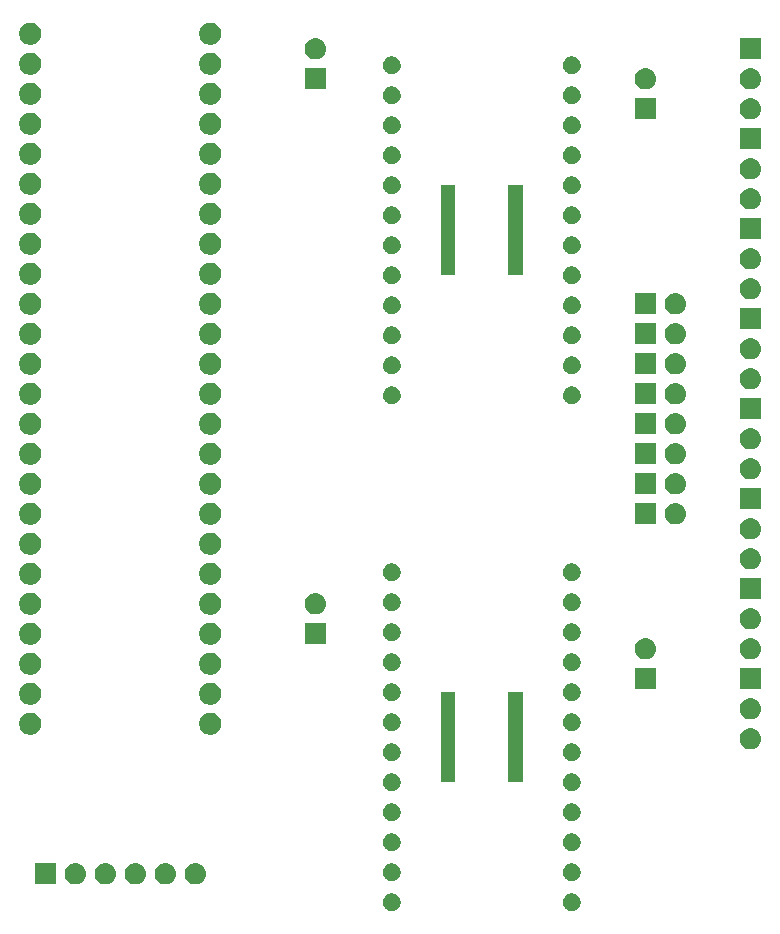
<source format=gbr>
G04 #@! TF.GenerationSoftware,KiCad,Pcbnew,(5.0.2)-1*
G04 #@! TF.CreationDate,2019-03-22T23:58:44-07:00*
G04 #@! TF.ProjectId,cheroquee_kicad,63686572-6f71-4756-9565-5f6b69636164,rev?*
G04 #@! TF.SameCoordinates,Original*
G04 #@! TF.FileFunction,Soldermask,Top*
G04 #@! TF.FilePolarity,Negative*
%FSLAX46Y46*%
G04 Gerber Fmt 4.6, Leading zero omitted, Abs format (unit mm)*
G04 Created by KiCad (PCBNEW (5.0.2)-1) date 3/22/2019 11:58:44 PM*
%MOMM*%
%LPD*%
G01*
G04 APERTURE LIST*
%ADD10C,0.100000*%
G04 APERTURE END LIST*
D10*
G36*
X74007514Y-114716052D02*
X74007516Y-114716053D01*
X74007517Y-114716053D01*
X74145100Y-114773041D01*
X74145101Y-114773042D01*
X74268925Y-114855778D01*
X74374222Y-114961075D01*
X74374224Y-114961078D01*
X74456959Y-115084900D01*
X74513947Y-115222483D01*
X74543000Y-115368540D01*
X74543000Y-115517460D01*
X74513947Y-115663517D01*
X74456959Y-115801100D01*
X74456958Y-115801101D01*
X74374222Y-115924925D01*
X74268925Y-116030222D01*
X74268922Y-116030224D01*
X74145100Y-116112959D01*
X74007517Y-116169947D01*
X74007516Y-116169947D01*
X74007514Y-116169948D01*
X73861461Y-116199000D01*
X73712539Y-116199000D01*
X73566486Y-116169948D01*
X73566484Y-116169947D01*
X73566483Y-116169947D01*
X73428900Y-116112959D01*
X73305078Y-116030224D01*
X73305075Y-116030222D01*
X73199778Y-115924925D01*
X73117042Y-115801101D01*
X73117041Y-115801100D01*
X73060053Y-115663517D01*
X73031000Y-115517460D01*
X73031000Y-115368540D01*
X73060053Y-115222483D01*
X73117041Y-115084900D01*
X73199776Y-114961078D01*
X73199778Y-114961075D01*
X73305075Y-114855778D01*
X73428899Y-114773042D01*
X73428900Y-114773041D01*
X73566483Y-114716053D01*
X73566484Y-114716053D01*
X73566486Y-114716052D01*
X73712539Y-114687000D01*
X73861461Y-114687000D01*
X74007514Y-114716052D01*
X74007514Y-114716052D01*
G37*
G36*
X58767514Y-114716052D02*
X58767516Y-114716053D01*
X58767517Y-114716053D01*
X58905100Y-114773041D01*
X58905101Y-114773042D01*
X59028925Y-114855778D01*
X59134222Y-114961075D01*
X59134224Y-114961078D01*
X59216959Y-115084900D01*
X59273947Y-115222483D01*
X59303000Y-115368540D01*
X59303000Y-115517460D01*
X59273947Y-115663517D01*
X59216959Y-115801100D01*
X59216958Y-115801101D01*
X59134222Y-115924925D01*
X59028925Y-116030222D01*
X59028922Y-116030224D01*
X58905100Y-116112959D01*
X58767517Y-116169947D01*
X58767516Y-116169947D01*
X58767514Y-116169948D01*
X58621461Y-116199000D01*
X58472539Y-116199000D01*
X58326486Y-116169948D01*
X58326484Y-116169947D01*
X58326483Y-116169947D01*
X58188900Y-116112959D01*
X58065078Y-116030224D01*
X58065075Y-116030222D01*
X57959778Y-115924925D01*
X57877042Y-115801101D01*
X57877041Y-115801100D01*
X57820053Y-115663517D01*
X57791000Y-115517460D01*
X57791000Y-115368540D01*
X57820053Y-115222483D01*
X57877041Y-115084900D01*
X57959776Y-114961078D01*
X57959778Y-114961075D01*
X58065075Y-114855778D01*
X58188899Y-114773042D01*
X58188900Y-114773041D01*
X58326483Y-114716053D01*
X58326484Y-114716053D01*
X58326486Y-114716052D01*
X58472539Y-114687000D01*
X58621461Y-114687000D01*
X58767514Y-114716052D01*
X58767514Y-114716052D01*
G37*
G36*
X36940443Y-112135519D02*
X37006627Y-112142037D01*
X37118760Y-112176052D01*
X37176467Y-112193557D01*
X37250335Y-112233041D01*
X37332991Y-112277222D01*
X37368729Y-112306552D01*
X37470186Y-112389814D01*
X37553448Y-112491271D01*
X37582778Y-112527009D01*
X37582779Y-112527011D01*
X37666443Y-112683533D01*
X37666443Y-112683534D01*
X37717963Y-112853373D01*
X37735359Y-113030000D01*
X37717963Y-113206627D01*
X37683616Y-113319853D01*
X37666443Y-113376467D01*
X37661922Y-113384925D01*
X37582778Y-113532991D01*
X37553448Y-113568729D01*
X37470186Y-113670186D01*
X37368729Y-113753448D01*
X37332991Y-113782778D01*
X37332989Y-113782779D01*
X37176467Y-113866443D01*
X37119853Y-113883616D01*
X37006627Y-113917963D01*
X36940443Y-113924481D01*
X36874260Y-113931000D01*
X36785740Y-113931000D01*
X36719557Y-113924481D01*
X36653373Y-113917963D01*
X36540147Y-113883616D01*
X36483533Y-113866443D01*
X36327011Y-113782779D01*
X36327009Y-113782778D01*
X36291271Y-113753448D01*
X36189814Y-113670186D01*
X36106552Y-113568729D01*
X36077222Y-113532991D01*
X35998078Y-113384925D01*
X35993557Y-113376467D01*
X35976384Y-113319853D01*
X35942037Y-113206627D01*
X35924641Y-113030000D01*
X35942037Y-112853373D01*
X35993557Y-112683534D01*
X35993557Y-112683533D01*
X36077221Y-112527011D01*
X36077222Y-112527009D01*
X36106552Y-112491271D01*
X36189814Y-112389814D01*
X36291271Y-112306552D01*
X36327009Y-112277222D01*
X36409665Y-112233041D01*
X36483533Y-112193557D01*
X36541240Y-112176052D01*
X36653373Y-112142037D01*
X36719557Y-112135519D01*
X36785740Y-112129000D01*
X36874260Y-112129000D01*
X36940443Y-112135519D01*
X36940443Y-112135519D01*
G37*
G36*
X34400443Y-112135519D02*
X34466627Y-112142037D01*
X34578760Y-112176052D01*
X34636467Y-112193557D01*
X34710335Y-112233041D01*
X34792991Y-112277222D01*
X34828729Y-112306552D01*
X34930186Y-112389814D01*
X35013448Y-112491271D01*
X35042778Y-112527009D01*
X35042779Y-112527011D01*
X35126443Y-112683533D01*
X35126443Y-112683534D01*
X35177963Y-112853373D01*
X35195359Y-113030000D01*
X35177963Y-113206627D01*
X35143616Y-113319853D01*
X35126443Y-113376467D01*
X35121922Y-113384925D01*
X35042778Y-113532991D01*
X35013448Y-113568729D01*
X34930186Y-113670186D01*
X34828729Y-113753448D01*
X34792991Y-113782778D01*
X34792989Y-113782779D01*
X34636467Y-113866443D01*
X34579853Y-113883616D01*
X34466627Y-113917963D01*
X34400443Y-113924481D01*
X34334260Y-113931000D01*
X34245740Y-113931000D01*
X34179557Y-113924481D01*
X34113373Y-113917963D01*
X34000147Y-113883616D01*
X33943533Y-113866443D01*
X33787011Y-113782779D01*
X33787009Y-113782778D01*
X33751271Y-113753448D01*
X33649814Y-113670186D01*
X33566552Y-113568729D01*
X33537222Y-113532991D01*
X33458078Y-113384925D01*
X33453557Y-113376467D01*
X33436384Y-113319853D01*
X33402037Y-113206627D01*
X33384641Y-113030000D01*
X33402037Y-112853373D01*
X33453557Y-112683534D01*
X33453557Y-112683533D01*
X33537221Y-112527011D01*
X33537222Y-112527009D01*
X33566552Y-112491271D01*
X33649814Y-112389814D01*
X33751271Y-112306552D01*
X33787009Y-112277222D01*
X33869665Y-112233041D01*
X33943533Y-112193557D01*
X34001240Y-112176052D01*
X34113373Y-112142037D01*
X34179557Y-112135519D01*
X34245740Y-112129000D01*
X34334260Y-112129000D01*
X34400443Y-112135519D01*
X34400443Y-112135519D01*
G37*
G36*
X31860443Y-112135519D02*
X31926627Y-112142037D01*
X32038760Y-112176052D01*
X32096467Y-112193557D01*
X32170335Y-112233041D01*
X32252991Y-112277222D01*
X32288729Y-112306552D01*
X32390186Y-112389814D01*
X32473448Y-112491271D01*
X32502778Y-112527009D01*
X32502779Y-112527011D01*
X32586443Y-112683533D01*
X32586443Y-112683534D01*
X32637963Y-112853373D01*
X32655359Y-113030000D01*
X32637963Y-113206627D01*
X32603616Y-113319853D01*
X32586443Y-113376467D01*
X32581922Y-113384925D01*
X32502778Y-113532991D01*
X32473448Y-113568729D01*
X32390186Y-113670186D01*
X32288729Y-113753448D01*
X32252991Y-113782778D01*
X32252989Y-113782779D01*
X32096467Y-113866443D01*
X32039853Y-113883616D01*
X31926627Y-113917963D01*
X31860443Y-113924481D01*
X31794260Y-113931000D01*
X31705740Y-113931000D01*
X31639557Y-113924481D01*
X31573373Y-113917963D01*
X31460147Y-113883616D01*
X31403533Y-113866443D01*
X31247011Y-113782779D01*
X31247009Y-113782778D01*
X31211271Y-113753448D01*
X31109814Y-113670186D01*
X31026552Y-113568729D01*
X30997222Y-113532991D01*
X30918078Y-113384925D01*
X30913557Y-113376467D01*
X30896384Y-113319853D01*
X30862037Y-113206627D01*
X30844641Y-113030000D01*
X30862037Y-112853373D01*
X30913557Y-112683534D01*
X30913557Y-112683533D01*
X30997221Y-112527011D01*
X30997222Y-112527009D01*
X31026552Y-112491271D01*
X31109814Y-112389814D01*
X31211271Y-112306552D01*
X31247009Y-112277222D01*
X31329665Y-112233041D01*
X31403533Y-112193557D01*
X31461240Y-112176052D01*
X31573373Y-112142037D01*
X31639557Y-112135519D01*
X31705740Y-112129000D01*
X31794260Y-112129000D01*
X31860443Y-112135519D01*
X31860443Y-112135519D01*
G37*
G36*
X30111000Y-113931000D02*
X28309000Y-113931000D01*
X28309000Y-112129000D01*
X30111000Y-112129000D01*
X30111000Y-113931000D01*
X30111000Y-113931000D01*
G37*
G36*
X39480443Y-112135519D02*
X39546627Y-112142037D01*
X39658760Y-112176052D01*
X39716467Y-112193557D01*
X39790335Y-112233041D01*
X39872991Y-112277222D01*
X39908729Y-112306552D01*
X40010186Y-112389814D01*
X40093448Y-112491271D01*
X40122778Y-112527009D01*
X40122779Y-112527011D01*
X40206443Y-112683533D01*
X40206443Y-112683534D01*
X40257963Y-112853373D01*
X40275359Y-113030000D01*
X40257963Y-113206627D01*
X40223616Y-113319853D01*
X40206443Y-113376467D01*
X40201922Y-113384925D01*
X40122778Y-113532991D01*
X40093448Y-113568729D01*
X40010186Y-113670186D01*
X39908729Y-113753448D01*
X39872991Y-113782778D01*
X39872989Y-113782779D01*
X39716467Y-113866443D01*
X39659853Y-113883616D01*
X39546627Y-113917963D01*
X39480443Y-113924481D01*
X39414260Y-113931000D01*
X39325740Y-113931000D01*
X39259557Y-113924481D01*
X39193373Y-113917963D01*
X39080147Y-113883616D01*
X39023533Y-113866443D01*
X38867011Y-113782779D01*
X38867009Y-113782778D01*
X38831271Y-113753448D01*
X38729814Y-113670186D01*
X38646552Y-113568729D01*
X38617222Y-113532991D01*
X38538078Y-113384925D01*
X38533557Y-113376467D01*
X38516384Y-113319853D01*
X38482037Y-113206627D01*
X38464641Y-113030000D01*
X38482037Y-112853373D01*
X38533557Y-112683534D01*
X38533557Y-112683533D01*
X38617221Y-112527011D01*
X38617222Y-112527009D01*
X38646552Y-112491271D01*
X38729814Y-112389814D01*
X38831271Y-112306552D01*
X38867009Y-112277222D01*
X38949665Y-112233041D01*
X39023533Y-112193557D01*
X39081240Y-112176052D01*
X39193373Y-112142037D01*
X39259557Y-112135519D01*
X39325740Y-112129000D01*
X39414260Y-112129000D01*
X39480443Y-112135519D01*
X39480443Y-112135519D01*
G37*
G36*
X42020443Y-112135519D02*
X42086627Y-112142037D01*
X42198760Y-112176052D01*
X42256467Y-112193557D01*
X42330335Y-112233041D01*
X42412991Y-112277222D01*
X42448729Y-112306552D01*
X42550186Y-112389814D01*
X42633448Y-112491271D01*
X42662778Y-112527009D01*
X42662779Y-112527011D01*
X42746443Y-112683533D01*
X42746443Y-112683534D01*
X42797963Y-112853373D01*
X42815359Y-113030000D01*
X42797963Y-113206627D01*
X42763616Y-113319853D01*
X42746443Y-113376467D01*
X42741922Y-113384925D01*
X42662778Y-113532991D01*
X42633448Y-113568729D01*
X42550186Y-113670186D01*
X42448729Y-113753448D01*
X42412991Y-113782778D01*
X42412989Y-113782779D01*
X42256467Y-113866443D01*
X42199853Y-113883616D01*
X42086627Y-113917963D01*
X42020443Y-113924481D01*
X41954260Y-113931000D01*
X41865740Y-113931000D01*
X41799557Y-113924481D01*
X41733373Y-113917963D01*
X41620147Y-113883616D01*
X41563533Y-113866443D01*
X41407011Y-113782779D01*
X41407009Y-113782778D01*
X41371271Y-113753448D01*
X41269814Y-113670186D01*
X41186552Y-113568729D01*
X41157222Y-113532991D01*
X41078078Y-113384925D01*
X41073557Y-113376467D01*
X41056384Y-113319853D01*
X41022037Y-113206627D01*
X41004641Y-113030000D01*
X41022037Y-112853373D01*
X41073557Y-112683534D01*
X41073557Y-112683533D01*
X41157221Y-112527011D01*
X41157222Y-112527009D01*
X41186552Y-112491271D01*
X41269814Y-112389814D01*
X41371271Y-112306552D01*
X41407009Y-112277222D01*
X41489665Y-112233041D01*
X41563533Y-112193557D01*
X41621240Y-112176052D01*
X41733373Y-112142037D01*
X41799557Y-112135519D01*
X41865740Y-112129000D01*
X41954260Y-112129000D01*
X42020443Y-112135519D01*
X42020443Y-112135519D01*
G37*
G36*
X74007514Y-112176052D02*
X74007516Y-112176053D01*
X74007517Y-112176053D01*
X74145100Y-112233041D01*
X74267257Y-112314664D01*
X74268925Y-112315778D01*
X74374222Y-112421075D01*
X74374224Y-112421078D01*
X74456959Y-112544900D01*
X74513947Y-112682483D01*
X74543000Y-112828540D01*
X74543000Y-112977460D01*
X74513947Y-113123517D01*
X74456959Y-113261100D01*
X74456958Y-113261101D01*
X74374222Y-113384925D01*
X74268925Y-113490222D01*
X74268922Y-113490224D01*
X74145100Y-113572959D01*
X74007517Y-113629947D01*
X74007516Y-113629947D01*
X74007514Y-113629948D01*
X73861461Y-113659000D01*
X73712539Y-113659000D01*
X73566486Y-113629948D01*
X73566484Y-113629947D01*
X73566483Y-113629947D01*
X73428900Y-113572959D01*
X73305078Y-113490224D01*
X73305075Y-113490222D01*
X73199778Y-113384925D01*
X73117042Y-113261101D01*
X73117041Y-113261100D01*
X73060053Y-113123517D01*
X73031000Y-112977460D01*
X73031000Y-112828540D01*
X73060053Y-112682483D01*
X73117041Y-112544900D01*
X73199776Y-112421078D01*
X73199778Y-112421075D01*
X73305075Y-112315778D01*
X73306743Y-112314664D01*
X73428900Y-112233041D01*
X73566483Y-112176053D01*
X73566484Y-112176053D01*
X73566486Y-112176052D01*
X73712539Y-112147000D01*
X73861461Y-112147000D01*
X74007514Y-112176052D01*
X74007514Y-112176052D01*
G37*
G36*
X58767514Y-112176052D02*
X58767516Y-112176053D01*
X58767517Y-112176053D01*
X58905100Y-112233041D01*
X59027257Y-112314664D01*
X59028925Y-112315778D01*
X59134222Y-112421075D01*
X59134224Y-112421078D01*
X59216959Y-112544900D01*
X59273947Y-112682483D01*
X59303000Y-112828540D01*
X59303000Y-112977460D01*
X59273947Y-113123517D01*
X59216959Y-113261100D01*
X59216958Y-113261101D01*
X59134222Y-113384925D01*
X59028925Y-113490222D01*
X59028922Y-113490224D01*
X58905100Y-113572959D01*
X58767517Y-113629947D01*
X58767516Y-113629947D01*
X58767514Y-113629948D01*
X58621461Y-113659000D01*
X58472539Y-113659000D01*
X58326486Y-113629948D01*
X58326484Y-113629947D01*
X58326483Y-113629947D01*
X58188900Y-113572959D01*
X58065078Y-113490224D01*
X58065075Y-113490222D01*
X57959778Y-113384925D01*
X57877042Y-113261101D01*
X57877041Y-113261100D01*
X57820053Y-113123517D01*
X57791000Y-112977460D01*
X57791000Y-112828540D01*
X57820053Y-112682483D01*
X57877041Y-112544900D01*
X57959776Y-112421078D01*
X57959778Y-112421075D01*
X58065075Y-112315778D01*
X58066743Y-112314664D01*
X58188900Y-112233041D01*
X58326483Y-112176053D01*
X58326484Y-112176053D01*
X58326486Y-112176052D01*
X58472539Y-112147000D01*
X58621461Y-112147000D01*
X58767514Y-112176052D01*
X58767514Y-112176052D01*
G37*
G36*
X58767514Y-109636052D02*
X58767516Y-109636053D01*
X58767517Y-109636053D01*
X58905100Y-109693041D01*
X58905101Y-109693042D01*
X59028925Y-109775778D01*
X59134222Y-109881075D01*
X59134224Y-109881078D01*
X59216959Y-110004900D01*
X59273947Y-110142483D01*
X59303000Y-110288540D01*
X59303000Y-110437460D01*
X59273947Y-110583517D01*
X59216959Y-110721100D01*
X59216958Y-110721101D01*
X59134222Y-110844925D01*
X59028925Y-110950222D01*
X59028922Y-110950224D01*
X58905100Y-111032959D01*
X58767517Y-111089947D01*
X58767516Y-111089947D01*
X58767514Y-111089948D01*
X58621461Y-111119000D01*
X58472539Y-111119000D01*
X58326486Y-111089948D01*
X58326484Y-111089947D01*
X58326483Y-111089947D01*
X58188900Y-111032959D01*
X58065078Y-110950224D01*
X58065075Y-110950222D01*
X57959778Y-110844925D01*
X57877042Y-110721101D01*
X57877041Y-110721100D01*
X57820053Y-110583517D01*
X57791000Y-110437460D01*
X57791000Y-110288540D01*
X57820053Y-110142483D01*
X57877041Y-110004900D01*
X57959776Y-109881078D01*
X57959778Y-109881075D01*
X58065075Y-109775778D01*
X58188899Y-109693042D01*
X58188900Y-109693041D01*
X58326483Y-109636053D01*
X58326484Y-109636053D01*
X58326486Y-109636052D01*
X58472539Y-109607000D01*
X58621461Y-109607000D01*
X58767514Y-109636052D01*
X58767514Y-109636052D01*
G37*
G36*
X74007514Y-109636052D02*
X74007516Y-109636053D01*
X74007517Y-109636053D01*
X74145100Y-109693041D01*
X74145101Y-109693042D01*
X74268925Y-109775778D01*
X74374222Y-109881075D01*
X74374224Y-109881078D01*
X74456959Y-110004900D01*
X74513947Y-110142483D01*
X74543000Y-110288540D01*
X74543000Y-110437460D01*
X74513947Y-110583517D01*
X74456959Y-110721100D01*
X74456958Y-110721101D01*
X74374222Y-110844925D01*
X74268925Y-110950222D01*
X74268922Y-110950224D01*
X74145100Y-111032959D01*
X74007517Y-111089947D01*
X74007516Y-111089947D01*
X74007514Y-111089948D01*
X73861461Y-111119000D01*
X73712539Y-111119000D01*
X73566486Y-111089948D01*
X73566484Y-111089947D01*
X73566483Y-111089947D01*
X73428900Y-111032959D01*
X73305078Y-110950224D01*
X73305075Y-110950222D01*
X73199778Y-110844925D01*
X73117042Y-110721101D01*
X73117041Y-110721100D01*
X73060053Y-110583517D01*
X73031000Y-110437460D01*
X73031000Y-110288540D01*
X73060053Y-110142483D01*
X73117041Y-110004900D01*
X73199776Y-109881078D01*
X73199778Y-109881075D01*
X73305075Y-109775778D01*
X73428899Y-109693042D01*
X73428900Y-109693041D01*
X73566483Y-109636053D01*
X73566484Y-109636053D01*
X73566486Y-109636052D01*
X73712539Y-109607000D01*
X73861461Y-109607000D01*
X74007514Y-109636052D01*
X74007514Y-109636052D01*
G37*
G36*
X58767514Y-107096052D02*
X58767516Y-107096053D01*
X58767517Y-107096053D01*
X58905100Y-107153041D01*
X58905101Y-107153042D01*
X59028925Y-107235778D01*
X59134222Y-107341075D01*
X59134224Y-107341078D01*
X59216959Y-107464900D01*
X59273947Y-107602483D01*
X59303000Y-107748540D01*
X59303000Y-107897460D01*
X59273947Y-108043517D01*
X59216959Y-108181100D01*
X59216958Y-108181101D01*
X59134222Y-108304925D01*
X59028925Y-108410222D01*
X59028922Y-108410224D01*
X58905100Y-108492959D01*
X58767517Y-108549947D01*
X58767516Y-108549947D01*
X58767514Y-108549948D01*
X58621461Y-108579000D01*
X58472539Y-108579000D01*
X58326486Y-108549948D01*
X58326484Y-108549947D01*
X58326483Y-108549947D01*
X58188900Y-108492959D01*
X58065078Y-108410224D01*
X58065075Y-108410222D01*
X57959778Y-108304925D01*
X57877042Y-108181101D01*
X57877041Y-108181100D01*
X57820053Y-108043517D01*
X57791000Y-107897460D01*
X57791000Y-107748540D01*
X57820053Y-107602483D01*
X57877041Y-107464900D01*
X57959776Y-107341078D01*
X57959778Y-107341075D01*
X58065075Y-107235778D01*
X58188899Y-107153042D01*
X58188900Y-107153041D01*
X58326483Y-107096053D01*
X58326484Y-107096053D01*
X58326486Y-107096052D01*
X58472539Y-107067000D01*
X58621461Y-107067000D01*
X58767514Y-107096052D01*
X58767514Y-107096052D01*
G37*
G36*
X74007514Y-107096052D02*
X74007516Y-107096053D01*
X74007517Y-107096053D01*
X74145100Y-107153041D01*
X74145101Y-107153042D01*
X74268925Y-107235778D01*
X74374222Y-107341075D01*
X74374224Y-107341078D01*
X74456959Y-107464900D01*
X74513947Y-107602483D01*
X74543000Y-107748540D01*
X74543000Y-107897460D01*
X74513947Y-108043517D01*
X74456959Y-108181100D01*
X74456958Y-108181101D01*
X74374222Y-108304925D01*
X74268925Y-108410222D01*
X74268922Y-108410224D01*
X74145100Y-108492959D01*
X74007517Y-108549947D01*
X74007516Y-108549947D01*
X74007514Y-108549948D01*
X73861461Y-108579000D01*
X73712539Y-108579000D01*
X73566486Y-108549948D01*
X73566484Y-108549947D01*
X73566483Y-108549947D01*
X73428900Y-108492959D01*
X73305078Y-108410224D01*
X73305075Y-108410222D01*
X73199778Y-108304925D01*
X73117042Y-108181101D01*
X73117041Y-108181100D01*
X73060053Y-108043517D01*
X73031000Y-107897460D01*
X73031000Y-107748540D01*
X73060053Y-107602483D01*
X73117041Y-107464900D01*
X73199776Y-107341078D01*
X73199778Y-107341075D01*
X73305075Y-107235778D01*
X73428899Y-107153042D01*
X73428900Y-107153041D01*
X73566483Y-107096053D01*
X73566484Y-107096053D01*
X73566486Y-107096052D01*
X73712539Y-107067000D01*
X73861461Y-107067000D01*
X74007514Y-107096052D01*
X74007514Y-107096052D01*
G37*
G36*
X58767514Y-104556052D02*
X58767516Y-104556053D01*
X58767517Y-104556053D01*
X58905100Y-104613041D01*
X59027257Y-104694664D01*
X59028925Y-104695778D01*
X59134222Y-104801075D01*
X59134224Y-104801078D01*
X59216959Y-104924900D01*
X59273947Y-105062483D01*
X59303000Y-105208540D01*
X59303000Y-105357460D01*
X59273947Y-105503517D01*
X59216959Y-105641100D01*
X59216958Y-105641101D01*
X59134222Y-105764925D01*
X59028925Y-105870222D01*
X59028922Y-105870224D01*
X58905100Y-105952959D01*
X58767517Y-106009947D01*
X58767516Y-106009947D01*
X58767514Y-106009948D01*
X58621461Y-106039000D01*
X58472539Y-106039000D01*
X58326486Y-106009948D01*
X58326484Y-106009947D01*
X58326483Y-106009947D01*
X58188900Y-105952959D01*
X58065078Y-105870224D01*
X58065075Y-105870222D01*
X57959778Y-105764925D01*
X57877042Y-105641101D01*
X57877041Y-105641100D01*
X57820053Y-105503517D01*
X57791000Y-105357460D01*
X57791000Y-105208540D01*
X57820053Y-105062483D01*
X57877041Y-104924900D01*
X57959776Y-104801078D01*
X57959778Y-104801075D01*
X58065075Y-104695778D01*
X58066743Y-104694664D01*
X58188900Y-104613041D01*
X58326483Y-104556053D01*
X58326484Y-104556053D01*
X58326486Y-104556052D01*
X58472539Y-104527000D01*
X58621461Y-104527000D01*
X58767514Y-104556052D01*
X58767514Y-104556052D01*
G37*
G36*
X74007514Y-104556052D02*
X74007516Y-104556053D01*
X74007517Y-104556053D01*
X74145100Y-104613041D01*
X74267257Y-104694664D01*
X74268925Y-104695778D01*
X74374222Y-104801075D01*
X74374224Y-104801078D01*
X74456959Y-104924900D01*
X74513947Y-105062483D01*
X74543000Y-105208540D01*
X74543000Y-105357460D01*
X74513947Y-105503517D01*
X74456959Y-105641100D01*
X74456958Y-105641101D01*
X74374222Y-105764925D01*
X74268925Y-105870222D01*
X74268922Y-105870224D01*
X74145100Y-105952959D01*
X74007517Y-106009947D01*
X74007516Y-106009947D01*
X74007514Y-106009948D01*
X73861461Y-106039000D01*
X73712539Y-106039000D01*
X73566486Y-106009948D01*
X73566484Y-106009947D01*
X73566483Y-106009947D01*
X73428900Y-105952959D01*
X73305078Y-105870224D01*
X73305075Y-105870222D01*
X73199778Y-105764925D01*
X73117042Y-105641101D01*
X73117041Y-105641100D01*
X73060053Y-105503517D01*
X73031000Y-105357460D01*
X73031000Y-105208540D01*
X73060053Y-105062483D01*
X73117041Y-104924900D01*
X73199776Y-104801078D01*
X73199778Y-104801075D01*
X73305075Y-104695778D01*
X73306743Y-104694664D01*
X73428900Y-104613041D01*
X73566483Y-104556053D01*
X73566484Y-104556053D01*
X73566486Y-104556052D01*
X73712539Y-104527000D01*
X73861461Y-104527000D01*
X74007514Y-104556052D01*
X74007514Y-104556052D01*
G37*
G36*
X63918000Y-105299000D02*
X62716000Y-105299000D01*
X62716000Y-97647000D01*
X63918000Y-97647000D01*
X63918000Y-105299000D01*
X63918000Y-105299000D01*
G37*
G36*
X69618000Y-105299000D02*
X68416000Y-105299000D01*
X68416000Y-97647000D01*
X69618000Y-97647000D01*
X69618000Y-105299000D01*
X69618000Y-105299000D01*
G37*
G36*
X58767514Y-102016052D02*
X58767516Y-102016053D01*
X58767517Y-102016053D01*
X58905100Y-102073041D01*
X58905101Y-102073042D01*
X59028925Y-102155778D01*
X59134222Y-102261075D01*
X59134224Y-102261078D01*
X59216959Y-102384900D01*
X59273947Y-102522483D01*
X59303000Y-102668540D01*
X59303000Y-102817460D01*
X59273947Y-102963517D01*
X59216959Y-103101100D01*
X59216958Y-103101101D01*
X59134222Y-103224925D01*
X59028925Y-103330222D01*
X59028922Y-103330224D01*
X58905100Y-103412959D01*
X58767517Y-103469947D01*
X58767516Y-103469947D01*
X58767514Y-103469948D01*
X58621461Y-103499000D01*
X58472539Y-103499000D01*
X58326486Y-103469948D01*
X58326484Y-103469947D01*
X58326483Y-103469947D01*
X58188900Y-103412959D01*
X58065078Y-103330224D01*
X58065075Y-103330222D01*
X57959778Y-103224925D01*
X57877042Y-103101101D01*
X57877041Y-103101100D01*
X57820053Y-102963517D01*
X57791000Y-102817460D01*
X57791000Y-102668540D01*
X57820053Y-102522483D01*
X57877041Y-102384900D01*
X57959776Y-102261078D01*
X57959778Y-102261075D01*
X58065075Y-102155778D01*
X58188899Y-102073042D01*
X58188900Y-102073041D01*
X58326483Y-102016053D01*
X58326484Y-102016053D01*
X58326486Y-102016052D01*
X58472539Y-101987000D01*
X58621461Y-101987000D01*
X58767514Y-102016052D01*
X58767514Y-102016052D01*
G37*
G36*
X74007514Y-102016052D02*
X74007516Y-102016053D01*
X74007517Y-102016053D01*
X74145100Y-102073041D01*
X74145101Y-102073042D01*
X74268925Y-102155778D01*
X74374222Y-102261075D01*
X74374224Y-102261078D01*
X74456959Y-102384900D01*
X74513947Y-102522483D01*
X74543000Y-102668540D01*
X74543000Y-102817460D01*
X74513947Y-102963517D01*
X74456959Y-103101100D01*
X74456958Y-103101101D01*
X74374222Y-103224925D01*
X74268925Y-103330222D01*
X74268922Y-103330224D01*
X74145100Y-103412959D01*
X74007517Y-103469947D01*
X74007516Y-103469947D01*
X74007514Y-103469948D01*
X73861461Y-103499000D01*
X73712539Y-103499000D01*
X73566486Y-103469948D01*
X73566484Y-103469947D01*
X73566483Y-103469947D01*
X73428900Y-103412959D01*
X73305078Y-103330224D01*
X73305075Y-103330222D01*
X73199778Y-103224925D01*
X73117042Y-103101101D01*
X73117041Y-103101100D01*
X73060053Y-102963517D01*
X73031000Y-102817460D01*
X73031000Y-102668540D01*
X73060053Y-102522483D01*
X73117041Y-102384900D01*
X73199776Y-102261078D01*
X73199778Y-102261075D01*
X73305075Y-102155778D01*
X73428899Y-102073042D01*
X73428900Y-102073041D01*
X73566483Y-102016053D01*
X73566484Y-102016053D01*
X73566486Y-102016052D01*
X73712539Y-101987000D01*
X73861461Y-101987000D01*
X74007514Y-102016052D01*
X74007514Y-102016052D01*
G37*
G36*
X89010443Y-100705519D02*
X89076627Y-100712037D01*
X89189853Y-100746384D01*
X89246467Y-100763557D01*
X89385087Y-100837652D01*
X89402991Y-100847222D01*
X89434350Y-100872958D01*
X89540186Y-100959814D01*
X89622524Y-101060145D01*
X89652778Y-101097009D01*
X89652779Y-101097011D01*
X89736443Y-101253533D01*
X89736443Y-101253534D01*
X89787963Y-101423373D01*
X89805359Y-101600000D01*
X89787963Y-101776627D01*
X89753616Y-101889853D01*
X89736443Y-101946467D01*
X89714777Y-101987000D01*
X89652778Y-102102991D01*
X89623448Y-102138729D01*
X89540186Y-102240186D01*
X89438729Y-102323448D01*
X89402991Y-102352778D01*
X89402989Y-102352779D01*
X89246467Y-102436443D01*
X89189853Y-102453616D01*
X89076627Y-102487963D01*
X89010442Y-102494482D01*
X88944260Y-102501000D01*
X88855740Y-102501000D01*
X88789558Y-102494482D01*
X88723373Y-102487963D01*
X88610147Y-102453616D01*
X88553533Y-102436443D01*
X88397011Y-102352779D01*
X88397009Y-102352778D01*
X88361271Y-102323448D01*
X88259814Y-102240186D01*
X88176552Y-102138729D01*
X88147222Y-102102991D01*
X88085223Y-101987000D01*
X88063557Y-101946467D01*
X88046384Y-101889853D01*
X88012037Y-101776627D01*
X87994641Y-101600000D01*
X88012037Y-101423373D01*
X88063557Y-101253534D01*
X88063557Y-101253533D01*
X88147221Y-101097011D01*
X88147222Y-101097009D01*
X88177476Y-101060145D01*
X88259814Y-100959814D01*
X88365650Y-100872958D01*
X88397009Y-100847222D01*
X88414913Y-100837652D01*
X88553533Y-100763557D01*
X88610147Y-100746384D01*
X88723373Y-100712037D01*
X88789557Y-100705519D01*
X88855740Y-100699000D01*
X88944260Y-100699000D01*
X89010443Y-100705519D01*
X89010443Y-100705519D01*
G37*
G36*
X43454188Y-99426123D02*
X43625257Y-99496983D01*
X43779216Y-99599855D01*
X43910145Y-99730784D01*
X44013017Y-99884743D01*
X44083877Y-100055812D01*
X44120000Y-100237417D01*
X44120000Y-100422583D01*
X44083877Y-100604188D01*
X44013017Y-100775257D01*
X43910145Y-100929216D01*
X43779216Y-101060145D01*
X43625257Y-101163017D01*
X43454188Y-101233877D01*
X43272583Y-101270000D01*
X43087417Y-101270000D01*
X42905812Y-101233877D01*
X42734743Y-101163017D01*
X42580784Y-101060145D01*
X42449855Y-100929216D01*
X42346983Y-100775257D01*
X42276123Y-100604188D01*
X42240000Y-100422583D01*
X42240000Y-100237417D01*
X42276123Y-100055812D01*
X42346983Y-99884743D01*
X42449855Y-99730784D01*
X42580784Y-99599855D01*
X42734743Y-99496983D01*
X42905812Y-99426123D01*
X43087417Y-99390000D01*
X43272583Y-99390000D01*
X43454188Y-99426123D01*
X43454188Y-99426123D01*
G37*
G36*
X28214188Y-99426123D02*
X28385257Y-99496983D01*
X28539216Y-99599855D01*
X28670145Y-99730784D01*
X28773017Y-99884743D01*
X28843877Y-100055812D01*
X28880000Y-100237417D01*
X28880000Y-100422583D01*
X28843877Y-100604188D01*
X28773017Y-100775257D01*
X28670145Y-100929216D01*
X28539216Y-101060145D01*
X28385257Y-101163017D01*
X28214188Y-101233877D01*
X28032583Y-101270000D01*
X27847417Y-101270000D01*
X27665812Y-101233877D01*
X27494743Y-101163017D01*
X27340784Y-101060145D01*
X27209855Y-100929216D01*
X27106983Y-100775257D01*
X27036123Y-100604188D01*
X27000000Y-100422583D01*
X27000000Y-100237417D01*
X27036123Y-100055812D01*
X27106983Y-99884743D01*
X27209855Y-99730784D01*
X27340784Y-99599855D01*
X27494743Y-99496983D01*
X27665812Y-99426123D01*
X27847417Y-99390000D01*
X28032583Y-99390000D01*
X28214188Y-99426123D01*
X28214188Y-99426123D01*
G37*
G36*
X74007514Y-99476052D02*
X74007516Y-99476053D01*
X74007517Y-99476053D01*
X74145100Y-99533041D01*
X74145101Y-99533042D01*
X74268925Y-99615778D01*
X74374222Y-99721075D01*
X74374224Y-99721078D01*
X74456959Y-99844900D01*
X74513947Y-99982483D01*
X74513948Y-99982486D01*
X74537124Y-100099000D01*
X74543000Y-100128540D01*
X74543000Y-100277460D01*
X74513947Y-100423517D01*
X74456959Y-100561100D01*
X74375336Y-100683257D01*
X74374222Y-100684925D01*
X74268925Y-100790222D01*
X74268922Y-100790224D01*
X74145100Y-100872959D01*
X74007517Y-100929947D01*
X74007516Y-100929947D01*
X74007514Y-100929948D01*
X73861461Y-100959000D01*
X73712539Y-100959000D01*
X73566486Y-100929948D01*
X73566484Y-100929947D01*
X73566483Y-100929947D01*
X73428900Y-100872959D01*
X73305078Y-100790224D01*
X73305075Y-100790222D01*
X73199778Y-100684925D01*
X73198664Y-100683257D01*
X73117041Y-100561100D01*
X73060053Y-100423517D01*
X73031000Y-100277460D01*
X73031000Y-100128540D01*
X73036876Y-100099000D01*
X73060052Y-99982486D01*
X73060053Y-99982483D01*
X73117041Y-99844900D01*
X73199776Y-99721078D01*
X73199778Y-99721075D01*
X73305075Y-99615778D01*
X73428899Y-99533042D01*
X73428900Y-99533041D01*
X73566483Y-99476053D01*
X73566484Y-99476053D01*
X73566486Y-99476052D01*
X73712539Y-99447000D01*
X73861461Y-99447000D01*
X74007514Y-99476052D01*
X74007514Y-99476052D01*
G37*
G36*
X58767514Y-99476052D02*
X58767516Y-99476053D01*
X58767517Y-99476053D01*
X58905100Y-99533041D01*
X58905101Y-99533042D01*
X59028925Y-99615778D01*
X59134222Y-99721075D01*
X59134224Y-99721078D01*
X59216959Y-99844900D01*
X59273947Y-99982483D01*
X59273948Y-99982486D01*
X59297124Y-100099000D01*
X59303000Y-100128540D01*
X59303000Y-100277460D01*
X59273947Y-100423517D01*
X59216959Y-100561100D01*
X59135336Y-100683257D01*
X59134222Y-100684925D01*
X59028925Y-100790222D01*
X59028922Y-100790224D01*
X58905100Y-100872959D01*
X58767517Y-100929947D01*
X58767516Y-100929947D01*
X58767514Y-100929948D01*
X58621461Y-100959000D01*
X58472539Y-100959000D01*
X58326486Y-100929948D01*
X58326484Y-100929947D01*
X58326483Y-100929947D01*
X58188900Y-100872959D01*
X58065078Y-100790224D01*
X58065075Y-100790222D01*
X57959778Y-100684925D01*
X57958664Y-100683257D01*
X57877041Y-100561100D01*
X57820053Y-100423517D01*
X57791000Y-100277460D01*
X57791000Y-100128540D01*
X57796876Y-100099000D01*
X57820052Y-99982486D01*
X57820053Y-99982483D01*
X57877041Y-99844900D01*
X57959776Y-99721078D01*
X57959778Y-99721075D01*
X58065075Y-99615778D01*
X58188899Y-99533042D01*
X58188900Y-99533041D01*
X58326483Y-99476053D01*
X58326484Y-99476053D01*
X58326486Y-99476052D01*
X58472539Y-99447000D01*
X58621461Y-99447000D01*
X58767514Y-99476052D01*
X58767514Y-99476052D01*
G37*
G36*
X89010443Y-98165519D02*
X89076627Y-98172037D01*
X89189853Y-98206384D01*
X89246467Y-98223557D01*
X89383867Y-98297000D01*
X89402991Y-98307222D01*
X89434350Y-98332958D01*
X89540186Y-98419814D01*
X89622524Y-98520145D01*
X89652778Y-98557009D01*
X89652779Y-98557011D01*
X89736443Y-98713533D01*
X89736443Y-98713534D01*
X89787963Y-98883373D01*
X89805359Y-99060000D01*
X89787963Y-99236627D01*
X89753616Y-99349853D01*
X89736443Y-99406467D01*
X89714777Y-99447000D01*
X89652778Y-99562991D01*
X89624867Y-99597000D01*
X89540186Y-99700186D01*
X89438729Y-99783448D01*
X89402991Y-99812778D01*
X89402989Y-99812779D01*
X89246467Y-99896443D01*
X89189853Y-99913616D01*
X89076627Y-99947963D01*
X89010443Y-99954481D01*
X88944260Y-99961000D01*
X88855740Y-99961000D01*
X88789557Y-99954481D01*
X88723373Y-99947963D01*
X88610147Y-99913616D01*
X88553533Y-99896443D01*
X88397011Y-99812779D01*
X88397009Y-99812778D01*
X88361271Y-99783448D01*
X88259814Y-99700186D01*
X88175133Y-99597000D01*
X88147222Y-99562991D01*
X88085223Y-99447000D01*
X88063557Y-99406467D01*
X88046384Y-99349853D01*
X88012037Y-99236627D01*
X87994641Y-99060000D01*
X88012037Y-98883373D01*
X88063557Y-98713534D01*
X88063557Y-98713533D01*
X88147221Y-98557011D01*
X88147222Y-98557009D01*
X88177476Y-98520145D01*
X88259814Y-98419814D01*
X88365650Y-98332958D01*
X88397009Y-98307222D01*
X88416133Y-98297000D01*
X88553533Y-98223557D01*
X88610147Y-98206384D01*
X88723373Y-98172037D01*
X88789557Y-98165519D01*
X88855740Y-98159000D01*
X88944260Y-98159000D01*
X89010443Y-98165519D01*
X89010443Y-98165519D01*
G37*
G36*
X43454188Y-96886123D02*
X43625257Y-96956983D01*
X43779216Y-97059855D01*
X43910145Y-97190784D01*
X44013017Y-97344743D01*
X44083877Y-97515812D01*
X44120000Y-97697417D01*
X44120000Y-97882583D01*
X44083877Y-98064188D01*
X44013017Y-98235257D01*
X43910145Y-98389216D01*
X43779216Y-98520145D01*
X43625257Y-98623017D01*
X43454188Y-98693877D01*
X43272583Y-98730000D01*
X43087417Y-98730000D01*
X42905812Y-98693877D01*
X42734743Y-98623017D01*
X42580784Y-98520145D01*
X42449855Y-98389216D01*
X42346983Y-98235257D01*
X42276123Y-98064188D01*
X42240000Y-97882583D01*
X42240000Y-97697417D01*
X42276123Y-97515812D01*
X42346983Y-97344743D01*
X42449855Y-97190784D01*
X42580784Y-97059855D01*
X42734743Y-96956983D01*
X42905812Y-96886123D01*
X43087417Y-96850000D01*
X43272583Y-96850000D01*
X43454188Y-96886123D01*
X43454188Y-96886123D01*
G37*
G36*
X28214188Y-96886123D02*
X28385257Y-96956983D01*
X28539216Y-97059855D01*
X28670145Y-97190784D01*
X28773017Y-97344743D01*
X28843877Y-97515812D01*
X28880000Y-97697417D01*
X28880000Y-97882583D01*
X28843877Y-98064188D01*
X28773017Y-98235257D01*
X28670145Y-98389216D01*
X28539216Y-98520145D01*
X28385257Y-98623017D01*
X28214188Y-98693877D01*
X28032583Y-98730000D01*
X27847417Y-98730000D01*
X27665812Y-98693877D01*
X27494743Y-98623017D01*
X27340784Y-98520145D01*
X27209855Y-98389216D01*
X27106983Y-98235257D01*
X27036123Y-98064188D01*
X27000000Y-97882583D01*
X27000000Y-97697417D01*
X27036123Y-97515812D01*
X27106983Y-97344743D01*
X27209855Y-97190784D01*
X27340784Y-97059855D01*
X27494743Y-96956983D01*
X27665812Y-96886123D01*
X27847417Y-96850000D01*
X28032583Y-96850000D01*
X28214188Y-96886123D01*
X28214188Y-96886123D01*
G37*
G36*
X74007514Y-96936052D02*
X74007516Y-96936053D01*
X74007517Y-96936053D01*
X74145100Y-96993041D01*
X74145101Y-96993042D01*
X74268925Y-97075778D01*
X74374222Y-97181075D01*
X74374224Y-97181078D01*
X74456959Y-97304900D01*
X74513947Y-97442483D01*
X74513948Y-97442486D01*
X74543000Y-97588539D01*
X74543000Y-97737460D01*
X74513947Y-97883517D01*
X74456959Y-98021100D01*
X74375336Y-98143257D01*
X74374222Y-98144925D01*
X74268925Y-98250222D01*
X74268922Y-98250224D01*
X74145100Y-98332959D01*
X74007517Y-98389947D01*
X74007516Y-98389947D01*
X74007514Y-98389948D01*
X73861461Y-98419000D01*
X73712539Y-98419000D01*
X73566486Y-98389948D01*
X73566484Y-98389947D01*
X73566483Y-98389947D01*
X73428900Y-98332959D01*
X73305078Y-98250224D01*
X73305075Y-98250222D01*
X73199778Y-98144925D01*
X73198664Y-98143257D01*
X73117041Y-98021100D01*
X73060053Y-97883517D01*
X73031000Y-97737460D01*
X73031000Y-97588539D01*
X73060052Y-97442486D01*
X73060053Y-97442483D01*
X73117041Y-97304900D01*
X73199776Y-97181078D01*
X73199778Y-97181075D01*
X73305075Y-97075778D01*
X73428899Y-96993042D01*
X73428900Y-96993041D01*
X73566483Y-96936053D01*
X73566484Y-96936053D01*
X73566486Y-96936052D01*
X73712539Y-96907000D01*
X73861461Y-96907000D01*
X74007514Y-96936052D01*
X74007514Y-96936052D01*
G37*
G36*
X58767514Y-96936052D02*
X58767516Y-96936053D01*
X58767517Y-96936053D01*
X58905100Y-96993041D01*
X58905101Y-96993042D01*
X59028925Y-97075778D01*
X59134222Y-97181075D01*
X59134224Y-97181078D01*
X59216959Y-97304900D01*
X59273947Y-97442483D01*
X59273948Y-97442486D01*
X59303000Y-97588539D01*
X59303000Y-97737460D01*
X59273947Y-97883517D01*
X59216959Y-98021100D01*
X59135336Y-98143257D01*
X59134222Y-98144925D01*
X59028925Y-98250222D01*
X59028922Y-98250224D01*
X58905100Y-98332959D01*
X58767517Y-98389947D01*
X58767516Y-98389947D01*
X58767514Y-98389948D01*
X58621461Y-98419000D01*
X58472539Y-98419000D01*
X58326486Y-98389948D01*
X58326484Y-98389947D01*
X58326483Y-98389947D01*
X58188900Y-98332959D01*
X58065078Y-98250224D01*
X58065075Y-98250222D01*
X57959778Y-98144925D01*
X57958664Y-98143257D01*
X57877041Y-98021100D01*
X57820053Y-97883517D01*
X57791000Y-97737460D01*
X57791000Y-97588539D01*
X57820052Y-97442486D01*
X57820053Y-97442483D01*
X57877041Y-97304900D01*
X57959776Y-97181078D01*
X57959778Y-97181075D01*
X58065075Y-97075778D01*
X58188899Y-96993042D01*
X58188900Y-96993041D01*
X58326483Y-96936053D01*
X58326484Y-96936053D01*
X58326486Y-96936052D01*
X58472539Y-96907000D01*
X58621461Y-96907000D01*
X58767514Y-96936052D01*
X58767514Y-96936052D01*
G37*
G36*
X89801000Y-97421000D02*
X87999000Y-97421000D01*
X87999000Y-95619000D01*
X89801000Y-95619000D01*
X89801000Y-97421000D01*
X89801000Y-97421000D01*
G37*
G36*
X80911000Y-97421000D02*
X79109000Y-97421000D01*
X79109000Y-95619000D01*
X80911000Y-95619000D01*
X80911000Y-97421000D01*
X80911000Y-97421000D01*
G37*
G36*
X28214188Y-94346123D02*
X28385257Y-94416983D01*
X28539216Y-94519855D01*
X28670145Y-94650784D01*
X28773017Y-94804743D01*
X28843877Y-94975812D01*
X28880000Y-95157417D01*
X28880000Y-95342583D01*
X28843877Y-95524188D01*
X28773017Y-95695257D01*
X28670145Y-95849216D01*
X28539216Y-95980145D01*
X28385257Y-96083017D01*
X28214188Y-96153877D01*
X28032583Y-96190000D01*
X27847417Y-96190000D01*
X27665812Y-96153877D01*
X27494743Y-96083017D01*
X27340784Y-95980145D01*
X27209855Y-95849216D01*
X27106983Y-95695257D01*
X27036123Y-95524188D01*
X27000000Y-95342583D01*
X27000000Y-95157417D01*
X27036123Y-94975812D01*
X27106983Y-94804743D01*
X27209855Y-94650784D01*
X27340784Y-94519855D01*
X27494743Y-94416983D01*
X27665812Y-94346123D01*
X27847417Y-94310000D01*
X28032583Y-94310000D01*
X28214188Y-94346123D01*
X28214188Y-94346123D01*
G37*
G36*
X43454188Y-94346123D02*
X43625257Y-94416983D01*
X43779216Y-94519855D01*
X43910145Y-94650784D01*
X44013017Y-94804743D01*
X44083877Y-94975812D01*
X44120000Y-95157417D01*
X44120000Y-95342583D01*
X44083877Y-95524188D01*
X44013017Y-95695257D01*
X43910145Y-95849216D01*
X43779216Y-95980145D01*
X43625257Y-96083017D01*
X43454188Y-96153877D01*
X43272583Y-96190000D01*
X43087417Y-96190000D01*
X42905812Y-96153877D01*
X42734743Y-96083017D01*
X42580784Y-95980145D01*
X42449855Y-95849216D01*
X42346983Y-95695257D01*
X42276123Y-95524188D01*
X42240000Y-95342583D01*
X42240000Y-95157417D01*
X42276123Y-94975812D01*
X42346983Y-94804743D01*
X42449855Y-94650784D01*
X42580784Y-94519855D01*
X42734743Y-94416983D01*
X42905812Y-94346123D01*
X43087417Y-94310000D01*
X43272583Y-94310000D01*
X43454188Y-94346123D01*
X43454188Y-94346123D01*
G37*
G36*
X58767514Y-94396052D02*
X58767516Y-94396053D01*
X58767517Y-94396053D01*
X58905100Y-94453041D01*
X58905101Y-94453042D01*
X59028925Y-94535778D01*
X59134222Y-94641075D01*
X59134224Y-94641078D01*
X59216959Y-94764900D01*
X59273947Y-94902483D01*
X59273948Y-94902486D01*
X59303000Y-95048539D01*
X59303000Y-95197460D01*
X59273947Y-95343517D01*
X59216959Y-95481100D01*
X59135336Y-95603257D01*
X59134222Y-95604925D01*
X59028925Y-95710222D01*
X59028922Y-95710224D01*
X58905100Y-95792959D01*
X58767517Y-95849947D01*
X58767516Y-95849947D01*
X58767514Y-95849948D01*
X58621461Y-95879000D01*
X58472539Y-95879000D01*
X58326486Y-95849948D01*
X58326484Y-95849947D01*
X58326483Y-95849947D01*
X58188900Y-95792959D01*
X58065078Y-95710224D01*
X58065075Y-95710222D01*
X57959778Y-95604925D01*
X57958664Y-95603257D01*
X57877041Y-95481100D01*
X57820053Y-95343517D01*
X57791000Y-95197460D01*
X57791000Y-95048539D01*
X57820052Y-94902486D01*
X57820053Y-94902483D01*
X57877041Y-94764900D01*
X57959776Y-94641078D01*
X57959778Y-94641075D01*
X58065075Y-94535778D01*
X58188899Y-94453042D01*
X58188900Y-94453041D01*
X58326483Y-94396053D01*
X58326484Y-94396053D01*
X58326486Y-94396052D01*
X58472539Y-94367000D01*
X58621461Y-94367000D01*
X58767514Y-94396052D01*
X58767514Y-94396052D01*
G37*
G36*
X74007514Y-94396052D02*
X74007516Y-94396053D01*
X74007517Y-94396053D01*
X74145100Y-94453041D01*
X74145101Y-94453042D01*
X74268925Y-94535778D01*
X74374222Y-94641075D01*
X74374224Y-94641078D01*
X74456959Y-94764900D01*
X74513947Y-94902483D01*
X74513948Y-94902486D01*
X74543000Y-95048539D01*
X74543000Y-95197460D01*
X74513947Y-95343517D01*
X74456959Y-95481100D01*
X74375336Y-95603257D01*
X74374222Y-95604925D01*
X74268925Y-95710222D01*
X74268922Y-95710224D01*
X74145100Y-95792959D01*
X74007517Y-95849947D01*
X74007516Y-95849947D01*
X74007514Y-95849948D01*
X73861461Y-95879000D01*
X73712539Y-95879000D01*
X73566486Y-95849948D01*
X73566484Y-95849947D01*
X73566483Y-95849947D01*
X73428900Y-95792959D01*
X73305078Y-95710224D01*
X73305075Y-95710222D01*
X73199778Y-95604925D01*
X73198664Y-95603257D01*
X73117041Y-95481100D01*
X73060053Y-95343517D01*
X73031000Y-95197460D01*
X73031000Y-95048539D01*
X73060052Y-94902486D01*
X73060053Y-94902483D01*
X73117041Y-94764900D01*
X73199776Y-94641078D01*
X73199778Y-94641075D01*
X73305075Y-94535778D01*
X73428899Y-94453042D01*
X73428900Y-94453041D01*
X73566483Y-94396053D01*
X73566484Y-94396053D01*
X73566486Y-94396052D01*
X73712539Y-94367000D01*
X73861461Y-94367000D01*
X74007514Y-94396052D01*
X74007514Y-94396052D01*
G37*
G36*
X80120443Y-93085519D02*
X80186627Y-93092037D01*
X80299853Y-93126384D01*
X80356467Y-93143557D01*
X80495087Y-93217652D01*
X80512991Y-93227222D01*
X80544350Y-93252958D01*
X80650186Y-93339814D01*
X80732524Y-93440145D01*
X80762778Y-93477009D01*
X80762779Y-93477011D01*
X80846443Y-93633533D01*
X80846443Y-93633534D01*
X80897963Y-93803373D01*
X80915359Y-93980000D01*
X80897963Y-94156627D01*
X80863616Y-94269853D01*
X80846443Y-94326467D01*
X80824777Y-94367000D01*
X80762778Y-94482991D01*
X80733448Y-94518729D01*
X80650186Y-94620186D01*
X80548729Y-94703448D01*
X80512991Y-94732778D01*
X80512989Y-94732779D01*
X80356467Y-94816443D01*
X80299853Y-94833616D01*
X80186627Y-94867963D01*
X80120443Y-94874481D01*
X80054260Y-94881000D01*
X79965740Y-94881000D01*
X79899557Y-94874481D01*
X79833373Y-94867963D01*
X79720147Y-94833616D01*
X79663533Y-94816443D01*
X79507011Y-94732779D01*
X79507009Y-94732778D01*
X79471271Y-94703448D01*
X79369814Y-94620186D01*
X79286552Y-94518729D01*
X79257222Y-94482991D01*
X79195223Y-94367000D01*
X79173557Y-94326467D01*
X79156384Y-94269853D01*
X79122037Y-94156627D01*
X79104641Y-93980000D01*
X79122037Y-93803373D01*
X79173557Y-93633534D01*
X79173557Y-93633533D01*
X79257221Y-93477011D01*
X79257222Y-93477009D01*
X79287476Y-93440145D01*
X79369814Y-93339814D01*
X79475650Y-93252958D01*
X79507009Y-93227222D01*
X79524913Y-93217652D01*
X79663533Y-93143557D01*
X79720147Y-93126384D01*
X79833373Y-93092037D01*
X79899557Y-93085519D01*
X79965740Y-93079000D01*
X80054260Y-93079000D01*
X80120443Y-93085519D01*
X80120443Y-93085519D01*
G37*
G36*
X89010443Y-93085519D02*
X89076627Y-93092037D01*
X89189853Y-93126384D01*
X89246467Y-93143557D01*
X89385087Y-93217652D01*
X89402991Y-93227222D01*
X89434350Y-93252958D01*
X89540186Y-93339814D01*
X89622524Y-93440145D01*
X89652778Y-93477009D01*
X89652779Y-93477011D01*
X89736443Y-93633533D01*
X89736443Y-93633534D01*
X89787963Y-93803373D01*
X89805359Y-93980000D01*
X89787963Y-94156627D01*
X89753616Y-94269853D01*
X89736443Y-94326467D01*
X89714777Y-94367000D01*
X89652778Y-94482991D01*
X89623448Y-94518729D01*
X89540186Y-94620186D01*
X89438729Y-94703448D01*
X89402991Y-94732778D01*
X89402989Y-94732779D01*
X89246467Y-94816443D01*
X89189853Y-94833616D01*
X89076627Y-94867963D01*
X89010443Y-94874481D01*
X88944260Y-94881000D01*
X88855740Y-94881000D01*
X88789557Y-94874481D01*
X88723373Y-94867963D01*
X88610147Y-94833616D01*
X88553533Y-94816443D01*
X88397011Y-94732779D01*
X88397009Y-94732778D01*
X88361271Y-94703448D01*
X88259814Y-94620186D01*
X88176552Y-94518729D01*
X88147222Y-94482991D01*
X88085223Y-94367000D01*
X88063557Y-94326467D01*
X88046384Y-94269853D01*
X88012037Y-94156627D01*
X87994641Y-93980000D01*
X88012037Y-93803373D01*
X88063557Y-93633534D01*
X88063557Y-93633533D01*
X88147221Y-93477011D01*
X88147222Y-93477009D01*
X88177476Y-93440145D01*
X88259814Y-93339814D01*
X88365650Y-93252958D01*
X88397009Y-93227222D01*
X88414913Y-93217652D01*
X88553533Y-93143557D01*
X88610147Y-93126384D01*
X88723373Y-93092037D01*
X88789557Y-93085519D01*
X88855740Y-93079000D01*
X88944260Y-93079000D01*
X89010443Y-93085519D01*
X89010443Y-93085519D01*
G37*
G36*
X43454188Y-91806123D02*
X43625257Y-91876983D01*
X43779216Y-91979855D01*
X43910145Y-92110784D01*
X44013017Y-92264743D01*
X44083877Y-92435812D01*
X44120000Y-92617417D01*
X44120000Y-92802583D01*
X44083877Y-92984188D01*
X44013017Y-93155257D01*
X43910145Y-93309216D01*
X43779216Y-93440145D01*
X43625257Y-93543017D01*
X43454188Y-93613877D01*
X43272583Y-93650000D01*
X43087417Y-93650000D01*
X42905812Y-93613877D01*
X42734743Y-93543017D01*
X42580784Y-93440145D01*
X42449855Y-93309216D01*
X42346983Y-93155257D01*
X42276123Y-92984188D01*
X42240000Y-92802583D01*
X42240000Y-92617417D01*
X42276123Y-92435812D01*
X42346983Y-92264743D01*
X42449855Y-92110784D01*
X42580784Y-91979855D01*
X42734743Y-91876983D01*
X42905812Y-91806123D01*
X43087417Y-91770000D01*
X43272583Y-91770000D01*
X43454188Y-91806123D01*
X43454188Y-91806123D01*
G37*
G36*
X28214188Y-91806123D02*
X28385257Y-91876983D01*
X28539216Y-91979855D01*
X28670145Y-92110784D01*
X28773017Y-92264743D01*
X28843877Y-92435812D01*
X28880000Y-92617417D01*
X28880000Y-92802583D01*
X28843877Y-92984188D01*
X28773017Y-93155257D01*
X28670145Y-93309216D01*
X28539216Y-93440145D01*
X28385257Y-93543017D01*
X28214188Y-93613877D01*
X28032583Y-93650000D01*
X27847417Y-93650000D01*
X27665812Y-93613877D01*
X27494743Y-93543017D01*
X27340784Y-93440145D01*
X27209855Y-93309216D01*
X27106983Y-93155257D01*
X27036123Y-92984188D01*
X27000000Y-92802583D01*
X27000000Y-92617417D01*
X27036123Y-92435812D01*
X27106983Y-92264743D01*
X27209855Y-92110784D01*
X27340784Y-91979855D01*
X27494743Y-91876983D01*
X27665812Y-91806123D01*
X27847417Y-91770000D01*
X28032583Y-91770000D01*
X28214188Y-91806123D01*
X28214188Y-91806123D01*
G37*
G36*
X52971000Y-93611000D02*
X51169000Y-93611000D01*
X51169000Y-91809000D01*
X52971000Y-91809000D01*
X52971000Y-93611000D01*
X52971000Y-93611000D01*
G37*
G36*
X58767514Y-91856052D02*
X58767516Y-91856053D01*
X58767517Y-91856053D01*
X58905100Y-91913041D01*
X58905101Y-91913042D01*
X59028925Y-91995778D01*
X59134222Y-92101075D01*
X59134224Y-92101078D01*
X59216959Y-92224900D01*
X59273947Y-92362483D01*
X59273948Y-92362486D01*
X59303000Y-92508539D01*
X59303000Y-92657460D01*
X59273947Y-92803517D01*
X59216959Y-92941100D01*
X59135336Y-93063257D01*
X59134222Y-93064925D01*
X59028925Y-93170222D01*
X59028922Y-93170224D01*
X58905100Y-93252959D01*
X58767517Y-93309947D01*
X58767516Y-93309947D01*
X58767514Y-93309948D01*
X58621461Y-93339000D01*
X58472539Y-93339000D01*
X58326486Y-93309948D01*
X58326484Y-93309947D01*
X58326483Y-93309947D01*
X58188900Y-93252959D01*
X58065078Y-93170224D01*
X58065075Y-93170222D01*
X57959778Y-93064925D01*
X57958664Y-93063257D01*
X57877041Y-92941100D01*
X57820053Y-92803517D01*
X57791000Y-92657460D01*
X57791000Y-92508539D01*
X57820052Y-92362486D01*
X57820053Y-92362483D01*
X57877041Y-92224900D01*
X57959776Y-92101078D01*
X57959778Y-92101075D01*
X58065075Y-91995778D01*
X58188899Y-91913042D01*
X58188900Y-91913041D01*
X58326483Y-91856053D01*
X58326484Y-91856053D01*
X58326486Y-91856052D01*
X58472539Y-91827000D01*
X58621461Y-91827000D01*
X58767514Y-91856052D01*
X58767514Y-91856052D01*
G37*
G36*
X74007514Y-91856052D02*
X74007516Y-91856053D01*
X74007517Y-91856053D01*
X74145100Y-91913041D01*
X74145101Y-91913042D01*
X74268925Y-91995778D01*
X74374222Y-92101075D01*
X74374224Y-92101078D01*
X74456959Y-92224900D01*
X74513947Y-92362483D01*
X74513948Y-92362486D01*
X74543000Y-92508539D01*
X74543000Y-92657460D01*
X74513947Y-92803517D01*
X74456959Y-92941100D01*
X74375336Y-93063257D01*
X74374222Y-93064925D01*
X74268925Y-93170222D01*
X74268922Y-93170224D01*
X74145100Y-93252959D01*
X74007517Y-93309947D01*
X74007516Y-93309947D01*
X74007514Y-93309948D01*
X73861461Y-93339000D01*
X73712539Y-93339000D01*
X73566486Y-93309948D01*
X73566484Y-93309947D01*
X73566483Y-93309947D01*
X73428900Y-93252959D01*
X73305078Y-93170224D01*
X73305075Y-93170222D01*
X73199778Y-93064925D01*
X73198664Y-93063257D01*
X73117041Y-92941100D01*
X73060053Y-92803517D01*
X73031000Y-92657460D01*
X73031000Y-92508539D01*
X73060052Y-92362486D01*
X73060053Y-92362483D01*
X73117041Y-92224900D01*
X73199776Y-92101078D01*
X73199778Y-92101075D01*
X73305075Y-91995778D01*
X73428899Y-91913042D01*
X73428900Y-91913041D01*
X73566483Y-91856053D01*
X73566484Y-91856053D01*
X73566486Y-91856052D01*
X73712539Y-91827000D01*
X73861461Y-91827000D01*
X74007514Y-91856052D01*
X74007514Y-91856052D01*
G37*
G36*
X89010443Y-90545519D02*
X89076627Y-90552037D01*
X89189853Y-90586384D01*
X89246467Y-90603557D01*
X89376363Y-90672989D01*
X89402991Y-90687222D01*
X89434350Y-90712958D01*
X89540186Y-90799814D01*
X89622524Y-90900145D01*
X89652778Y-90937009D01*
X89652779Y-90937011D01*
X89736443Y-91093533D01*
X89736443Y-91093534D01*
X89787963Y-91263373D01*
X89805359Y-91440000D01*
X89787963Y-91616627D01*
X89753616Y-91729853D01*
X89736443Y-91786467D01*
X89714777Y-91827000D01*
X89652778Y-91942991D01*
X89623448Y-91978729D01*
X89540186Y-92080186D01*
X89438729Y-92163448D01*
X89402991Y-92192778D01*
X89402989Y-92192779D01*
X89246467Y-92276443D01*
X89189853Y-92293616D01*
X89076627Y-92327963D01*
X89010443Y-92334481D01*
X88944260Y-92341000D01*
X88855740Y-92341000D01*
X88789557Y-92334481D01*
X88723373Y-92327963D01*
X88610147Y-92293616D01*
X88553533Y-92276443D01*
X88397011Y-92192779D01*
X88397009Y-92192778D01*
X88361271Y-92163448D01*
X88259814Y-92080186D01*
X88176552Y-91978729D01*
X88147222Y-91942991D01*
X88085223Y-91827000D01*
X88063557Y-91786467D01*
X88046384Y-91729853D01*
X88012037Y-91616627D01*
X87994641Y-91440000D01*
X88012037Y-91263373D01*
X88063557Y-91093534D01*
X88063557Y-91093533D01*
X88147221Y-90937011D01*
X88147222Y-90937009D01*
X88177476Y-90900145D01*
X88259814Y-90799814D01*
X88365650Y-90712958D01*
X88397009Y-90687222D01*
X88423637Y-90672989D01*
X88553533Y-90603557D01*
X88610147Y-90586384D01*
X88723373Y-90552037D01*
X88789557Y-90545519D01*
X88855740Y-90539000D01*
X88944260Y-90539000D01*
X89010443Y-90545519D01*
X89010443Y-90545519D01*
G37*
G36*
X28214188Y-89266123D02*
X28385257Y-89336983D01*
X28539216Y-89439855D01*
X28670145Y-89570784D01*
X28773017Y-89724743D01*
X28843877Y-89895812D01*
X28880000Y-90077417D01*
X28880000Y-90262583D01*
X28843877Y-90444188D01*
X28773017Y-90615257D01*
X28670145Y-90769216D01*
X28539216Y-90900145D01*
X28385257Y-91003017D01*
X28214188Y-91073877D01*
X28032583Y-91110000D01*
X27847417Y-91110000D01*
X27665812Y-91073877D01*
X27494743Y-91003017D01*
X27340784Y-90900145D01*
X27209855Y-90769216D01*
X27106983Y-90615257D01*
X27036123Y-90444188D01*
X27000000Y-90262583D01*
X27000000Y-90077417D01*
X27036123Y-89895812D01*
X27106983Y-89724743D01*
X27209855Y-89570784D01*
X27340784Y-89439855D01*
X27494743Y-89336983D01*
X27665812Y-89266123D01*
X27847417Y-89230000D01*
X28032583Y-89230000D01*
X28214188Y-89266123D01*
X28214188Y-89266123D01*
G37*
G36*
X43454188Y-89266123D02*
X43625257Y-89336983D01*
X43779216Y-89439855D01*
X43910145Y-89570784D01*
X44013017Y-89724743D01*
X44083877Y-89895812D01*
X44120000Y-90077417D01*
X44120000Y-90262583D01*
X44083877Y-90444188D01*
X44013017Y-90615257D01*
X43910145Y-90769216D01*
X43779216Y-90900145D01*
X43625257Y-91003017D01*
X43454188Y-91073877D01*
X43272583Y-91110000D01*
X43087417Y-91110000D01*
X42905812Y-91073877D01*
X42734743Y-91003017D01*
X42580784Y-90900145D01*
X42449855Y-90769216D01*
X42346983Y-90615257D01*
X42276123Y-90444188D01*
X42240000Y-90262583D01*
X42240000Y-90077417D01*
X42276123Y-89895812D01*
X42346983Y-89724743D01*
X42449855Y-89570784D01*
X42580784Y-89439855D01*
X42734743Y-89336983D01*
X42905812Y-89266123D01*
X43087417Y-89230000D01*
X43272583Y-89230000D01*
X43454188Y-89266123D01*
X43454188Y-89266123D01*
G37*
G36*
X52180443Y-89275519D02*
X52246627Y-89282037D01*
X52358760Y-89316052D01*
X52416467Y-89333557D01*
X52422876Y-89336983D01*
X52572991Y-89417222D01*
X52600569Y-89439855D01*
X52710186Y-89529814D01*
X52793448Y-89631271D01*
X52822778Y-89667009D01*
X52822779Y-89667011D01*
X52906443Y-89823533D01*
X52906443Y-89823534D01*
X52957963Y-89993373D01*
X52975359Y-90170000D01*
X52957963Y-90346627D01*
X52928368Y-90444188D01*
X52906443Y-90516467D01*
X52887430Y-90552037D01*
X52822778Y-90672991D01*
X52793448Y-90708729D01*
X52710186Y-90810186D01*
X52608729Y-90893448D01*
X52572991Y-90922778D01*
X52572989Y-90922779D01*
X52416467Y-91006443D01*
X52359853Y-91023616D01*
X52246627Y-91057963D01*
X52180442Y-91064482D01*
X52114260Y-91071000D01*
X52025740Y-91071000D01*
X51959558Y-91064482D01*
X51893373Y-91057963D01*
X51780147Y-91023616D01*
X51723533Y-91006443D01*
X51567011Y-90922779D01*
X51567009Y-90922778D01*
X51531271Y-90893448D01*
X51429814Y-90810186D01*
X51346552Y-90708729D01*
X51317222Y-90672991D01*
X51252570Y-90552037D01*
X51233557Y-90516467D01*
X51211632Y-90444188D01*
X51182037Y-90346627D01*
X51164641Y-90170000D01*
X51182037Y-89993373D01*
X51233557Y-89823534D01*
X51233557Y-89823533D01*
X51317221Y-89667011D01*
X51317222Y-89667009D01*
X51346552Y-89631271D01*
X51429814Y-89529814D01*
X51539431Y-89439855D01*
X51567009Y-89417222D01*
X51717124Y-89336983D01*
X51723533Y-89333557D01*
X51781240Y-89316052D01*
X51893373Y-89282037D01*
X51959557Y-89275519D01*
X52025740Y-89269000D01*
X52114260Y-89269000D01*
X52180443Y-89275519D01*
X52180443Y-89275519D01*
G37*
G36*
X58767514Y-89316052D02*
X58767516Y-89316053D01*
X58767517Y-89316053D01*
X58905100Y-89373041D01*
X59005094Y-89439855D01*
X59028925Y-89455778D01*
X59134222Y-89561075D01*
X59134224Y-89561078D01*
X59216959Y-89684900D01*
X59273947Y-89822483D01*
X59273948Y-89822486D01*
X59303000Y-89968539D01*
X59303000Y-90117460D01*
X59273947Y-90263517D01*
X59216959Y-90401100D01*
X59139874Y-90516466D01*
X59134222Y-90524925D01*
X59028925Y-90630222D01*
X59028922Y-90630224D01*
X58905100Y-90712959D01*
X58767517Y-90769947D01*
X58767516Y-90769947D01*
X58767514Y-90769948D01*
X58621461Y-90799000D01*
X58472539Y-90799000D01*
X58326486Y-90769948D01*
X58326484Y-90769947D01*
X58326483Y-90769947D01*
X58188900Y-90712959D01*
X58065078Y-90630224D01*
X58065075Y-90630222D01*
X57959778Y-90524925D01*
X57954126Y-90516466D01*
X57877041Y-90401100D01*
X57820053Y-90263517D01*
X57791000Y-90117460D01*
X57791000Y-89968539D01*
X57820052Y-89822486D01*
X57820053Y-89822483D01*
X57877041Y-89684900D01*
X57959776Y-89561078D01*
X57959778Y-89561075D01*
X58065075Y-89455778D01*
X58088906Y-89439855D01*
X58188900Y-89373041D01*
X58326483Y-89316053D01*
X58326484Y-89316053D01*
X58326486Y-89316052D01*
X58472539Y-89287000D01*
X58621461Y-89287000D01*
X58767514Y-89316052D01*
X58767514Y-89316052D01*
G37*
G36*
X74007514Y-89316052D02*
X74007516Y-89316053D01*
X74007517Y-89316053D01*
X74145100Y-89373041D01*
X74245094Y-89439855D01*
X74268925Y-89455778D01*
X74374222Y-89561075D01*
X74374224Y-89561078D01*
X74456959Y-89684900D01*
X74513947Y-89822483D01*
X74513948Y-89822486D01*
X74543000Y-89968539D01*
X74543000Y-90117460D01*
X74513947Y-90263517D01*
X74456959Y-90401100D01*
X74379874Y-90516466D01*
X74374222Y-90524925D01*
X74268925Y-90630222D01*
X74268922Y-90630224D01*
X74145100Y-90712959D01*
X74007517Y-90769947D01*
X74007516Y-90769947D01*
X74007514Y-90769948D01*
X73861461Y-90799000D01*
X73712539Y-90799000D01*
X73566486Y-90769948D01*
X73566484Y-90769947D01*
X73566483Y-90769947D01*
X73428900Y-90712959D01*
X73305078Y-90630224D01*
X73305075Y-90630222D01*
X73199778Y-90524925D01*
X73194126Y-90516466D01*
X73117041Y-90401100D01*
X73060053Y-90263517D01*
X73031000Y-90117460D01*
X73031000Y-89968539D01*
X73060052Y-89822486D01*
X73060053Y-89822483D01*
X73117041Y-89684900D01*
X73199776Y-89561078D01*
X73199778Y-89561075D01*
X73305075Y-89455778D01*
X73328906Y-89439855D01*
X73428900Y-89373041D01*
X73566483Y-89316053D01*
X73566484Y-89316053D01*
X73566486Y-89316052D01*
X73712539Y-89287000D01*
X73861461Y-89287000D01*
X74007514Y-89316052D01*
X74007514Y-89316052D01*
G37*
G36*
X89801000Y-89801000D02*
X87999000Y-89801000D01*
X87999000Y-87999000D01*
X89801000Y-87999000D01*
X89801000Y-89801000D01*
X89801000Y-89801000D01*
G37*
G36*
X43454188Y-86726123D02*
X43625257Y-86796983D01*
X43779216Y-86899855D01*
X43910145Y-87030784D01*
X44013017Y-87184743D01*
X44083877Y-87355812D01*
X44120000Y-87537417D01*
X44120000Y-87722583D01*
X44083877Y-87904188D01*
X44013017Y-88075257D01*
X43910145Y-88229216D01*
X43779216Y-88360145D01*
X43625257Y-88463017D01*
X43454188Y-88533877D01*
X43272583Y-88570000D01*
X43087417Y-88570000D01*
X42905812Y-88533877D01*
X42734743Y-88463017D01*
X42580784Y-88360145D01*
X42449855Y-88229216D01*
X42346983Y-88075257D01*
X42276123Y-87904188D01*
X42240000Y-87722583D01*
X42240000Y-87537417D01*
X42276123Y-87355812D01*
X42346983Y-87184743D01*
X42449855Y-87030784D01*
X42580784Y-86899855D01*
X42734743Y-86796983D01*
X42905812Y-86726123D01*
X43087417Y-86690000D01*
X43272583Y-86690000D01*
X43454188Y-86726123D01*
X43454188Y-86726123D01*
G37*
G36*
X28214188Y-86726123D02*
X28385257Y-86796983D01*
X28539216Y-86899855D01*
X28670145Y-87030784D01*
X28773017Y-87184743D01*
X28843877Y-87355812D01*
X28880000Y-87537417D01*
X28880000Y-87722583D01*
X28843877Y-87904188D01*
X28773017Y-88075257D01*
X28670145Y-88229216D01*
X28539216Y-88360145D01*
X28385257Y-88463017D01*
X28214188Y-88533877D01*
X28032583Y-88570000D01*
X27847417Y-88570000D01*
X27665812Y-88533877D01*
X27494743Y-88463017D01*
X27340784Y-88360145D01*
X27209855Y-88229216D01*
X27106983Y-88075257D01*
X27036123Y-87904188D01*
X27000000Y-87722583D01*
X27000000Y-87537417D01*
X27036123Y-87355812D01*
X27106983Y-87184743D01*
X27209855Y-87030784D01*
X27340784Y-86899855D01*
X27494743Y-86796983D01*
X27665812Y-86726123D01*
X27847417Y-86690000D01*
X28032583Y-86690000D01*
X28214188Y-86726123D01*
X28214188Y-86726123D01*
G37*
G36*
X74007514Y-86776052D02*
X74007516Y-86776053D01*
X74007517Y-86776053D01*
X74145100Y-86833041D01*
X74145101Y-86833042D01*
X74268925Y-86915778D01*
X74374222Y-87021075D01*
X74374224Y-87021078D01*
X74456959Y-87144900D01*
X74513947Y-87282483D01*
X74513948Y-87282486D01*
X74543000Y-87428539D01*
X74543000Y-87577460D01*
X74513947Y-87723517D01*
X74456959Y-87861100D01*
X74375336Y-87983257D01*
X74374222Y-87984925D01*
X74268925Y-88090222D01*
X74268922Y-88090224D01*
X74145100Y-88172959D01*
X74007517Y-88229947D01*
X74007516Y-88229947D01*
X74007514Y-88229948D01*
X73861461Y-88259000D01*
X73712539Y-88259000D01*
X73566486Y-88229948D01*
X73566484Y-88229947D01*
X73566483Y-88229947D01*
X73428900Y-88172959D01*
X73305078Y-88090224D01*
X73305075Y-88090222D01*
X73199778Y-87984925D01*
X73198664Y-87983257D01*
X73117041Y-87861100D01*
X73060053Y-87723517D01*
X73031000Y-87577460D01*
X73031000Y-87428539D01*
X73060052Y-87282486D01*
X73060053Y-87282483D01*
X73117041Y-87144900D01*
X73199776Y-87021078D01*
X73199778Y-87021075D01*
X73305075Y-86915778D01*
X73428899Y-86833042D01*
X73428900Y-86833041D01*
X73566483Y-86776053D01*
X73566484Y-86776053D01*
X73566486Y-86776052D01*
X73712539Y-86747000D01*
X73861461Y-86747000D01*
X74007514Y-86776052D01*
X74007514Y-86776052D01*
G37*
G36*
X58767514Y-86776052D02*
X58767516Y-86776053D01*
X58767517Y-86776053D01*
X58905100Y-86833041D01*
X58905101Y-86833042D01*
X59028925Y-86915778D01*
X59134222Y-87021075D01*
X59134224Y-87021078D01*
X59216959Y-87144900D01*
X59273947Y-87282483D01*
X59273948Y-87282486D01*
X59303000Y-87428539D01*
X59303000Y-87577460D01*
X59273947Y-87723517D01*
X59216959Y-87861100D01*
X59135336Y-87983257D01*
X59134222Y-87984925D01*
X59028925Y-88090222D01*
X59028922Y-88090224D01*
X58905100Y-88172959D01*
X58767517Y-88229947D01*
X58767516Y-88229947D01*
X58767514Y-88229948D01*
X58621461Y-88259000D01*
X58472539Y-88259000D01*
X58326486Y-88229948D01*
X58326484Y-88229947D01*
X58326483Y-88229947D01*
X58188900Y-88172959D01*
X58065078Y-88090224D01*
X58065075Y-88090222D01*
X57959778Y-87984925D01*
X57958664Y-87983257D01*
X57877041Y-87861100D01*
X57820053Y-87723517D01*
X57791000Y-87577460D01*
X57791000Y-87428539D01*
X57820052Y-87282486D01*
X57820053Y-87282483D01*
X57877041Y-87144900D01*
X57959776Y-87021078D01*
X57959778Y-87021075D01*
X58065075Y-86915778D01*
X58188899Y-86833042D01*
X58188900Y-86833041D01*
X58326483Y-86776053D01*
X58326484Y-86776053D01*
X58326486Y-86776052D01*
X58472539Y-86747000D01*
X58621461Y-86747000D01*
X58767514Y-86776052D01*
X58767514Y-86776052D01*
G37*
G36*
X89010442Y-85465518D02*
X89076627Y-85472037D01*
X89189853Y-85506384D01*
X89246467Y-85523557D01*
X89385087Y-85597652D01*
X89402991Y-85607222D01*
X89438729Y-85636552D01*
X89540186Y-85719814D01*
X89622524Y-85820145D01*
X89652778Y-85857009D01*
X89652779Y-85857011D01*
X89736443Y-86013533D01*
X89736443Y-86013534D01*
X89787963Y-86183373D01*
X89805359Y-86360000D01*
X89787963Y-86536627D01*
X89753616Y-86649853D01*
X89736443Y-86706467D01*
X89714777Y-86747000D01*
X89652778Y-86862991D01*
X89623448Y-86898729D01*
X89540186Y-87000186D01*
X89438729Y-87083448D01*
X89402991Y-87112778D01*
X89402989Y-87112779D01*
X89246467Y-87196443D01*
X89189853Y-87213616D01*
X89076627Y-87247963D01*
X89010442Y-87254482D01*
X88944260Y-87261000D01*
X88855740Y-87261000D01*
X88789558Y-87254482D01*
X88723373Y-87247963D01*
X88610147Y-87213616D01*
X88553533Y-87196443D01*
X88397011Y-87112779D01*
X88397009Y-87112778D01*
X88361271Y-87083448D01*
X88259814Y-87000186D01*
X88176552Y-86898729D01*
X88147222Y-86862991D01*
X88085223Y-86747000D01*
X88063557Y-86706467D01*
X88046384Y-86649853D01*
X88012037Y-86536627D01*
X87994641Y-86360000D01*
X88012037Y-86183373D01*
X88063557Y-86013534D01*
X88063557Y-86013533D01*
X88147221Y-85857011D01*
X88147222Y-85857009D01*
X88177476Y-85820145D01*
X88259814Y-85719814D01*
X88361271Y-85636552D01*
X88397009Y-85607222D01*
X88414913Y-85597652D01*
X88553533Y-85523557D01*
X88610147Y-85506384D01*
X88723373Y-85472037D01*
X88789558Y-85465518D01*
X88855740Y-85459000D01*
X88944260Y-85459000D01*
X89010442Y-85465518D01*
X89010442Y-85465518D01*
G37*
G36*
X28214188Y-84186123D02*
X28385257Y-84256983D01*
X28539216Y-84359855D01*
X28670145Y-84490784D01*
X28773017Y-84644743D01*
X28843877Y-84815812D01*
X28880000Y-84997417D01*
X28880000Y-85182583D01*
X28843877Y-85364188D01*
X28773017Y-85535257D01*
X28670145Y-85689216D01*
X28539216Y-85820145D01*
X28385257Y-85923017D01*
X28214188Y-85993877D01*
X28032583Y-86030000D01*
X27847417Y-86030000D01*
X27665812Y-85993877D01*
X27494743Y-85923017D01*
X27340784Y-85820145D01*
X27209855Y-85689216D01*
X27106983Y-85535257D01*
X27036123Y-85364188D01*
X27000000Y-85182583D01*
X27000000Y-84997417D01*
X27036123Y-84815812D01*
X27106983Y-84644743D01*
X27209855Y-84490784D01*
X27340784Y-84359855D01*
X27494743Y-84256983D01*
X27665812Y-84186123D01*
X27847417Y-84150000D01*
X28032583Y-84150000D01*
X28214188Y-84186123D01*
X28214188Y-84186123D01*
G37*
G36*
X43454188Y-84186123D02*
X43625257Y-84256983D01*
X43779216Y-84359855D01*
X43910145Y-84490784D01*
X44013017Y-84644743D01*
X44083877Y-84815812D01*
X44120000Y-84997417D01*
X44120000Y-85182583D01*
X44083877Y-85364188D01*
X44013017Y-85535257D01*
X43910145Y-85689216D01*
X43779216Y-85820145D01*
X43625257Y-85923017D01*
X43454188Y-85993877D01*
X43272583Y-86030000D01*
X43087417Y-86030000D01*
X42905812Y-85993877D01*
X42734743Y-85923017D01*
X42580784Y-85820145D01*
X42449855Y-85689216D01*
X42346983Y-85535257D01*
X42276123Y-85364188D01*
X42240000Y-85182583D01*
X42240000Y-84997417D01*
X42276123Y-84815812D01*
X42346983Y-84644743D01*
X42449855Y-84490784D01*
X42580784Y-84359855D01*
X42734743Y-84256983D01*
X42905812Y-84186123D01*
X43087417Y-84150000D01*
X43272583Y-84150000D01*
X43454188Y-84186123D01*
X43454188Y-84186123D01*
G37*
G36*
X89010443Y-82925519D02*
X89076627Y-82932037D01*
X89189853Y-82966384D01*
X89246467Y-82983557D01*
X89376363Y-83052989D01*
X89402991Y-83067222D01*
X89438729Y-83096552D01*
X89540186Y-83179814D01*
X89622524Y-83280145D01*
X89652778Y-83317009D01*
X89652779Y-83317011D01*
X89736443Y-83473533D01*
X89736443Y-83473534D01*
X89787963Y-83643373D01*
X89805359Y-83820000D01*
X89787963Y-83996627D01*
X89753616Y-84109853D01*
X89736443Y-84166467D01*
X89688060Y-84256983D01*
X89652778Y-84322991D01*
X89623448Y-84358729D01*
X89540186Y-84460186D01*
X89438729Y-84543448D01*
X89402991Y-84572778D01*
X89402989Y-84572779D01*
X89246467Y-84656443D01*
X89189853Y-84673616D01*
X89076627Y-84707963D01*
X89010443Y-84714481D01*
X88944260Y-84721000D01*
X88855740Y-84721000D01*
X88789557Y-84714481D01*
X88723373Y-84707963D01*
X88610147Y-84673616D01*
X88553533Y-84656443D01*
X88397011Y-84572779D01*
X88397009Y-84572778D01*
X88361271Y-84543448D01*
X88259814Y-84460186D01*
X88176552Y-84358729D01*
X88147222Y-84322991D01*
X88111940Y-84256983D01*
X88063557Y-84166467D01*
X88046384Y-84109853D01*
X88012037Y-83996627D01*
X87994641Y-83820000D01*
X88012037Y-83643373D01*
X88063557Y-83473534D01*
X88063557Y-83473533D01*
X88147221Y-83317011D01*
X88147222Y-83317009D01*
X88177476Y-83280145D01*
X88259814Y-83179814D01*
X88361271Y-83096552D01*
X88397009Y-83067222D01*
X88423637Y-83052989D01*
X88553533Y-82983557D01*
X88610147Y-82966384D01*
X88723373Y-82932037D01*
X88789557Y-82925519D01*
X88855740Y-82919000D01*
X88944260Y-82919000D01*
X89010443Y-82925519D01*
X89010443Y-82925519D01*
G37*
G36*
X28214188Y-81646123D02*
X28385257Y-81716983D01*
X28539216Y-81819855D01*
X28670145Y-81950784D01*
X28773017Y-82104743D01*
X28843877Y-82275812D01*
X28880000Y-82457417D01*
X28880000Y-82642583D01*
X28843877Y-82824188D01*
X28773017Y-82995257D01*
X28670145Y-83149216D01*
X28539216Y-83280145D01*
X28385257Y-83383017D01*
X28214188Y-83453877D01*
X28032583Y-83490000D01*
X27847417Y-83490000D01*
X27665812Y-83453877D01*
X27494743Y-83383017D01*
X27340784Y-83280145D01*
X27209855Y-83149216D01*
X27106983Y-82995257D01*
X27036123Y-82824188D01*
X27000000Y-82642583D01*
X27000000Y-82457417D01*
X27036123Y-82275812D01*
X27106983Y-82104743D01*
X27209855Y-81950784D01*
X27340784Y-81819855D01*
X27494743Y-81716983D01*
X27665812Y-81646123D01*
X27847417Y-81610000D01*
X28032583Y-81610000D01*
X28214188Y-81646123D01*
X28214188Y-81646123D01*
G37*
G36*
X43454188Y-81646123D02*
X43625257Y-81716983D01*
X43779216Y-81819855D01*
X43910145Y-81950784D01*
X44013017Y-82104743D01*
X44083877Y-82275812D01*
X44120000Y-82457417D01*
X44120000Y-82642583D01*
X44083877Y-82824188D01*
X44013017Y-82995257D01*
X43910145Y-83149216D01*
X43779216Y-83280145D01*
X43625257Y-83383017D01*
X43454188Y-83453877D01*
X43272583Y-83490000D01*
X43087417Y-83490000D01*
X42905812Y-83453877D01*
X42734743Y-83383017D01*
X42580784Y-83280145D01*
X42449855Y-83149216D01*
X42346983Y-82995257D01*
X42276123Y-82824188D01*
X42240000Y-82642583D01*
X42240000Y-82457417D01*
X42276123Y-82275812D01*
X42346983Y-82104743D01*
X42449855Y-81950784D01*
X42580784Y-81819855D01*
X42734743Y-81716983D01*
X42905812Y-81646123D01*
X43087417Y-81610000D01*
X43272583Y-81610000D01*
X43454188Y-81646123D01*
X43454188Y-81646123D01*
G37*
G36*
X82660443Y-81655519D02*
X82726627Y-81662037D01*
X82839853Y-81696384D01*
X82896467Y-81713557D01*
X82902876Y-81716983D01*
X83052991Y-81797222D01*
X83080569Y-81819855D01*
X83190186Y-81909814D01*
X83273448Y-82011271D01*
X83302778Y-82047009D01*
X83302779Y-82047011D01*
X83386443Y-82203533D01*
X83386443Y-82203534D01*
X83437963Y-82373373D01*
X83455359Y-82550000D01*
X83437963Y-82726627D01*
X83408368Y-82824188D01*
X83386443Y-82896467D01*
X83367430Y-82932037D01*
X83302778Y-83052991D01*
X83273448Y-83088729D01*
X83190186Y-83190186D01*
X83088729Y-83273448D01*
X83052991Y-83302778D01*
X83052989Y-83302779D01*
X82896467Y-83386443D01*
X82839853Y-83403616D01*
X82726627Y-83437963D01*
X82660443Y-83444481D01*
X82594260Y-83451000D01*
X82505740Y-83451000D01*
X82439557Y-83444481D01*
X82373373Y-83437963D01*
X82260147Y-83403616D01*
X82203533Y-83386443D01*
X82047011Y-83302779D01*
X82047009Y-83302778D01*
X82011271Y-83273448D01*
X81909814Y-83190186D01*
X81826552Y-83088729D01*
X81797222Y-83052991D01*
X81732570Y-82932037D01*
X81713557Y-82896467D01*
X81691632Y-82824188D01*
X81662037Y-82726627D01*
X81644641Y-82550000D01*
X81662037Y-82373373D01*
X81713557Y-82203534D01*
X81713557Y-82203533D01*
X81797221Y-82047011D01*
X81797222Y-82047009D01*
X81826552Y-82011271D01*
X81909814Y-81909814D01*
X82019431Y-81819855D01*
X82047009Y-81797222D01*
X82197124Y-81716983D01*
X82203533Y-81713557D01*
X82260147Y-81696384D01*
X82373373Y-81662037D01*
X82439557Y-81655519D01*
X82505740Y-81649000D01*
X82594260Y-81649000D01*
X82660443Y-81655519D01*
X82660443Y-81655519D01*
G37*
G36*
X80911000Y-83451000D02*
X79109000Y-83451000D01*
X79109000Y-81649000D01*
X80911000Y-81649000D01*
X80911000Y-83451000D01*
X80911000Y-83451000D01*
G37*
G36*
X89801000Y-82181000D02*
X87999000Y-82181000D01*
X87999000Y-80379000D01*
X89801000Y-80379000D01*
X89801000Y-82181000D01*
X89801000Y-82181000D01*
G37*
G36*
X43454188Y-79106123D02*
X43625257Y-79176983D01*
X43779216Y-79279855D01*
X43910145Y-79410784D01*
X44013017Y-79564743D01*
X44083877Y-79735812D01*
X44120000Y-79917417D01*
X44120000Y-80102583D01*
X44083877Y-80284188D01*
X44013017Y-80455257D01*
X43910145Y-80609216D01*
X43779216Y-80740145D01*
X43625257Y-80843017D01*
X43454188Y-80913877D01*
X43272583Y-80950000D01*
X43087417Y-80950000D01*
X42905812Y-80913877D01*
X42734743Y-80843017D01*
X42580784Y-80740145D01*
X42449855Y-80609216D01*
X42346983Y-80455257D01*
X42276123Y-80284188D01*
X42240000Y-80102583D01*
X42240000Y-79917417D01*
X42276123Y-79735812D01*
X42346983Y-79564743D01*
X42449855Y-79410784D01*
X42580784Y-79279855D01*
X42734743Y-79176983D01*
X42905812Y-79106123D01*
X43087417Y-79070000D01*
X43272583Y-79070000D01*
X43454188Y-79106123D01*
X43454188Y-79106123D01*
G37*
G36*
X28214188Y-79106123D02*
X28385257Y-79176983D01*
X28539216Y-79279855D01*
X28670145Y-79410784D01*
X28773017Y-79564743D01*
X28843877Y-79735812D01*
X28880000Y-79917417D01*
X28880000Y-80102583D01*
X28843877Y-80284188D01*
X28773017Y-80455257D01*
X28670145Y-80609216D01*
X28539216Y-80740145D01*
X28385257Y-80843017D01*
X28214188Y-80913877D01*
X28032583Y-80950000D01*
X27847417Y-80950000D01*
X27665812Y-80913877D01*
X27494743Y-80843017D01*
X27340784Y-80740145D01*
X27209855Y-80609216D01*
X27106983Y-80455257D01*
X27036123Y-80284188D01*
X27000000Y-80102583D01*
X27000000Y-79917417D01*
X27036123Y-79735812D01*
X27106983Y-79564743D01*
X27209855Y-79410784D01*
X27340784Y-79279855D01*
X27494743Y-79176983D01*
X27665812Y-79106123D01*
X27847417Y-79070000D01*
X28032583Y-79070000D01*
X28214188Y-79106123D01*
X28214188Y-79106123D01*
G37*
G36*
X82660443Y-79115519D02*
X82726627Y-79122037D01*
X82839853Y-79156384D01*
X82896467Y-79173557D01*
X82902876Y-79176983D01*
X83052991Y-79257222D01*
X83080569Y-79279855D01*
X83190186Y-79369814D01*
X83273448Y-79471271D01*
X83302778Y-79507009D01*
X83302779Y-79507011D01*
X83386443Y-79663533D01*
X83386443Y-79663534D01*
X83437963Y-79833373D01*
X83455359Y-80010000D01*
X83437963Y-80186627D01*
X83408368Y-80284188D01*
X83386443Y-80356467D01*
X83333638Y-80455257D01*
X83302778Y-80512991D01*
X83273448Y-80548729D01*
X83190186Y-80650186D01*
X83088729Y-80733448D01*
X83052991Y-80762778D01*
X83052989Y-80762779D01*
X82896467Y-80846443D01*
X82839853Y-80863616D01*
X82726627Y-80897963D01*
X82660442Y-80904482D01*
X82594260Y-80911000D01*
X82505740Y-80911000D01*
X82439558Y-80904482D01*
X82373373Y-80897963D01*
X82260147Y-80863616D01*
X82203533Y-80846443D01*
X82047011Y-80762779D01*
X82047009Y-80762778D01*
X82011271Y-80733448D01*
X81909814Y-80650186D01*
X81826552Y-80548729D01*
X81797222Y-80512991D01*
X81766362Y-80455257D01*
X81713557Y-80356467D01*
X81691632Y-80284188D01*
X81662037Y-80186627D01*
X81644641Y-80010000D01*
X81662037Y-79833373D01*
X81713557Y-79663534D01*
X81713557Y-79663533D01*
X81797221Y-79507011D01*
X81797222Y-79507009D01*
X81826552Y-79471271D01*
X81909814Y-79369814D01*
X82019431Y-79279855D01*
X82047009Y-79257222D01*
X82197124Y-79176983D01*
X82203533Y-79173557D01*
X82260147Y-79156384D01*
X82373373Y-79122037D01*
X82439557Y-79115519D01*
X82505740Y-79109000D01*
X82594260Y-79109000D01*
X82660443Y-79115519D01*
X82660443Y-79115519D01*
G37*
G36*
X80911000Y-80911000D02*
X79109000Y-80911000D01*
X79109000Y-79109000D01*
X80911000Y-79109000D01*
X80911000Y-80911000D01*
X80911000Y-80911000D01*
G37*
G36*
X89010443Y-77845519D02*
X89076627Y-77852037D01*
X89189853Y-77886384D01*
X89246467Y-77903557D01*
X89376363Y-77972989D01*
X89402991Y-77987222D01*
X89438729Y-78016552D01*
X89540186Y-78099814D01*
X89622524Y-78200145D01*
X89652778Y-78237009D01*
X89652779Y-78237011D01*
X89736443Y-78393533D01*
X89736443Y-78393534D01*
X89787963Y-78563373D01*
X89805359Y-78740000D01*
X89787963Y-78916627D01*
X89753616Y-79029853D01*
X89736443Y-79086467D01*
X89717430Y-79122037D01*
X89652778Y-79242991D01*
X89623448Y-79278729D01*
X89540186Y-79380186D01*
X89438729Y-79463448D01*
X89402991Y-79492778D01*
X89402989Y-79492779D01*
X89246467Y-79576443D01*
X89189853Y-79593616D01*
X89076627Y-79627963D01*
X89010442Y-79634482D01*
X88944260Y-79641000D01*
X88855740Y-79641000D01*
X88789558Y-79634482D01*
X88723373Y-79627963D01*
X88610147Y-79593616D01*
X88553533Y-79576443D01*
X88397011Y-79492779D01*
X88397009Y-79492778D01*
X88361271Y-79463448D01*
X88259814Y-79380186D01*
X88176552Y-79278729D01*
X88147222Y-79242991D01*
X88082570Y-79122037D01*
X88063557Y-79086467D01*
X88046384Y-79029853D01*
X88012037Y-78916627D01*
X87994641Y-78740000D01*
X88012037Y-78563373D01*
X88063557Y-78393534D01*
X88063557Y-78393533D01*
X88147221Y-78237011D01*
X88147222Y-78237009D01*
X88177476Y-78200145D01*
X88259814Y-78099814D01*
X88361271Y-78016552D01*
X88397009Y-77987222D01*
X88423637Y-77972989D01*
X88553533Y-77903557D01*
X88610147Y-77886384D01*
X88723373Y-77852037D01*
X88789557Y-77845519D01*
X88855740Y-77839000D01*
X88944260Y-77839000D01*
X89010443Y-77845519D01*
X89010443Y-77845519D01*
G37*
G36*
X28214188Y-76566123D02*
X28385257Y-76636983D01*
X28539216Y-76739855D01*
X28670145Y-76870784D01*
X28773017Y-77024743D01*
X28843877Y-77195812D01*
X28880000Y-77377417D01*
X28880000Y-77562583D01*
X28843877Y-77744188D01*
X28773017Y-77915257D01*
X28670145Y-78069216D01*
X28539216Y-78200145D01*
X28385257Y-78303017D01*
X28214188Y-78373877D01*
X28032583Y-78410000D01*
X27847417Y-78410000D01*
X27665812Y-78373877D01*
X27494743Y-78303017D01*
X27340784Y-78200145D01*
X27209855Y-78069216D01*
X27106983Y-77915257D01*
X27036123Y-77744188D01*
X27000000Y-77562583D01*
X27000000Y-77377417D01*
X27036123Y-77195812D01*
X27106983Y-77024743D01*
X27209855Y-76870784D01*
X27340784Y-76739855D01*
X27494743Y-76636983D01*
X27665812Y-76566123D01*
X27847417Y-76530000D01*
X28032583Y-76530000D01*
X28214188Y-76566123D01*
X28214188Y-76566123D01*
G37*
G36*
X43454188Y-76566123D02*
X43625257Y-76636983D01*
X43779216Y-76739855D01*
X43910145Y-76870784D01*
X44013017Y-77024743D01*
X44083877Y-77195812D01*
X44120000Y-77377417D01*
X44120000Y-77562583D01*
X44083877Y-77744188D01*
X44013017Y-77915257D01*
X43910145Y-78069216D01*
X43779216Y-78200145D01*
X43625257Y-78303017D01*
X43454188Y-78373877D01*
X43272583Y-78410000D01*
X43087417Y-78410000D01*
X42905812Y-78373877D01*
X42734743Y-78303017D01*
X42580784Y-78200145D01*
X42449855Y-78069216D01*
X42346983Y-77915257D01*
X42276123Y-77744188D01*
X42240000Y-77562583D01*
X42240000Y-77377417D01*
X42276123Y-77195812D01*
X42346983Y-77024743D01*
X42449855Y-76870784D01*
X42580784Y-76739855D01*
X42734743Y-76636983D01*
X42905812Y-76566123D01*
X43087417Y-76530000D01*
X43272583Y-76530000D01*
X43454188Y-76566123D01*
X43454188Y-76566123D01*
G37*
G36*
X80911000Y-78371000D02*
X79109000Y-78371000D01*
X79109000Y-76569000D01*
X80911000Y-76569000D01*
X80911000Y-78371000D01*
X80911000Y-78371000D01*
G37*
G36*
X82660443Y-76575519D02*
X82726627Y-76582037D01*
X82839853Y-76616384D01*
X82896467Y-76633557D01*
X82902876Y-76636983D01*
X83052991Y-76717222D01*
X83080569Y-76739855D01*
X83190186Y-76829814D01*
X83273448Y-76931271D01*
X83302778Y-76967009D01*
X83302779Y-76967011D01*
X83386443Y-77123533D01*
X83386443Y-77123534D01*
X83437963Y-77293373D01*
X83455359Y-77470000D01*
X83437963Y-77646627D01*
X83408368Y-77744188D01*
X83386443Y-77816467D01*
X83367430Y-77852037D01*
X83302778Y-77972991D01*
X83273448Y-78008729D01*
X83190186Y-78110186D01*
X83088729Y-78193448D01*
X83052991Y-78222778D01*
X83052989Y-78222779D01*
X82896467Y-78306443D01*
X82839853Y-78323616D01*
X82726627Y-78357963D01*
X82660443Y-78364481D01*
X82594260Y-78371000D01*
X82505740Y-78371000D01*
X82439557Y-78364481D01*
X82373373Y-78357963D01*
X82260147Y-78323616D01*
X82203533Y-78306443D01*
X82047011Y-78222779D01*
X82047009Y-78222778D01*
X82011271Y-78193448D01*
X81909814Y-78110186D01*
X81826552Y-78008729D01*
X81797222Y-77972991D01*
X81732570Y-77852037D01*
X81713557Y-77816467D01*
X81691632Y-77744188D01*
X81662037Y-77646627D01*
X81644641Y-77470000D01*
X81662037Y-77293373D01*
X81713557Y-77123534D01*
X81713557Y-77123533D01*
X81797221Y-76967011D01*
X81797222Y-76967009D01*
X81826552Y-76931271D01*
X81909814Y-76829814D01*
X82019431Y-76739855D01*
X82047009Y-76717222D01*
X82197124Y-76636983D01*
X82203533Y-76633557D01*
X82260147Y-76616384D01*
X82373373Y-76582037D01*
X82439557Y-76575519D01*
X82505740Y-76569000D01*
X82594260Y-76569000D01*
X82660443Y-76575519D01*
X82660443Y-76575519D01*
G37*
G36*
X89010442Y-75305518D02*
X89076627Y-75312037D01*
X89189853Y-75346384D01*
X89246467Y-75363557D01*
X89376363Y-75432989D01*
X89402991Y-75447222D01*
X89438729Y-75476552D01*
X89540186Y-75559814D01*
X89622524Y-75660145D01*
X89652778Y-75697009D01*
X89652779Y-75697011D01*
X89736443Y-75853533D01*
X89736443Y-75853534D01*
X89787963Y-76023373D01*
X89805359Y-76200000D01*
X89787963Y-76376627D01*
X89753616Y-76489853D01*
X89736443Y-76546467D01*
X89717430Y-76582037D01*
X89652778Y-76702991D01*
X89623448Y-76738729D01*
X89540186Y-76840186D01*
X89438729Y-76923448D01*
X89402991Y-76952778D01*
X89402989Y-76952779D01*
X89246467Y-77036443D01*
X89189853Y-77053616D01*
X89076627Y-77087963D01*
X89010442Y-77094482D01*
X88944260Y-77101000D01*
X88855740Y-77101000D01*
X88789558Y-77094482D01*
X88723373Y-77087963D01*
X88610147Y-77053616D01*
X88553533Y-77036443D01*
X88397011Y-76952779D01*
X88397009Y-76952778D01*
X88361271Y-76923448D01*
X88259814Y-76840186D01*
X88176552Y-76738729D01*
X88147222Y-76702991D01*
X88082570Y-76582037D01*
X88063557Y-76546467D01*
X88046384Y-76489853D01*
X88012037Y-76376627D01*
X87994641Y-76200000D01*
X88012037Y-76023373D01*
X88063557Y-75853534D01*
X88063557Y-75853533D01*
X88147221Y-75697011D01*
X88147222Y-75697009D01*
X88177476Y-75660145D01*
X88259814Y-75559814D01*
X88361271Y-75476552D01*
X88397009Y-75447222D01*
X88423637Y-75432989D01*
X88553533Y-75363557D01*
X88610147Y-75346384D01*
X88723373Y-75312037D01*
X88789558Y-75305518D01*
X88855740Y-75299000D01*
X88944260Y-75299000D01*
X89010442Y-75305518D01*
X89010442Y-75305518D01*
G37*
G36*
X28214188Y-74026123D02*
X28385257Y-74096983D01*
X28539216Y-74199855D01*
X28670145Y-74330784D01*
X28773017Y-74484743D01*
X28843877Y-74655812D01*
X28880000Y-74837417D01*
X28880000Y-75022583D01*
X28843877Y-75204188D01*
X28773017Y-75375257D01*
X28670145Y-75529216D01*
X28539216Y-75660145D01*
X28385257Y-75763017D01*
X28214188Y-75833877D01*
X28032583Y-75870000D01*
X27847417Y-75870000D01*
X27665812Y-75833877D01*
X27494743Y-75763017D01*
X27340784Y-75660145D01*
X27209855Y-75529216D01*
X27106983Y-75375257D01*
X27036123Y-75204188D01*
X27000000Y-75022583D01*
X27000000Y-74837417D01*
X27036123Y-74655812D01*
X27106983Y-74484743D01*
X27209855Y-74330784D01*
X27340784Y-74199855D01*
X27494743Y-74096983D01*
X27665812Y-74026123D01*
X27847417Y-73990000D01*
X28032583Y-73990000D01*
X28214188Y-74026123D01*
X28214188Y-74026123D01*
G37*
G36*
X43454188Y-74026123D02*
X43625257Y-74096983D01*
X43779216Y-74199855D01*
X43910145Y-74330784D01*
X44013017Y-74484743D01*
X44083877Y-74655812D01*
X44120000Y-74837417D01*
X44120000Y-75022583D01*
X44083877Y-75204188D01*
X44013017Y-75375257D01*
X43910145Y-75529216D01*
X43779216Y-75660145D01*
X43625257Y-75763017D01*
X43454188Y-75833877D01*
X43272583Y-75870000D01*
X43087417Y-75870000D01*
X42905812Y-75833877D01*
X42734743Y-75763017D01*
X42580784Y-75660145D01*
X42449855Y-75529216D01*
X42346983Y-75375257D01*
X42276123Y-75204188D01*
X42240000Y-75022583D01*
X42240000Y-74837417D01*
X42276123Y-74655812D01*
X42346983Y-74484743D01*
X42449855Y-74330784D01*
X42580784Y-74199855D01*
X42734743Y-74096983D01*
X42905812Y-74026123D01*
X43087417Y-73990000D01*
X43272583Y-73990000D01*
X43454188Y-74026123D01*
X43454188Y-74026123D01*
G37*
G36*
X82660442Y-74035518D02*
X82726627Y-74042037D01*
X82839853Y-74076384D01*
X82896467Y-74093557D01*
X82902876Y-74096983D01*
X83052991Y-74177222D01*
X83080569Y-74199855D01*
X83190186Y-74289814D01*
X83273448Y-74391271D01*
X83302778Y-74427009D01*
X83302779Y-74427011D01*
X83386443Y-74583533D01*
X83386443Y-74583534D01*
X83437963Y-74753373D01*
X83455359Y-74930000D01*
X83437963Y-75106627D01*
X83408368Y-75204188D01*
X83386443Y-75276467D01*
X83367430Y-75312037D01*
X83302778Y-75432991D01*
X83273448Y-75468729D01*
X83190186Y-75570186D01*
X83088729Y-75653448D01*
X83052991Y-75682778D01*
X83052989Y-75682779D01*
X82896467Y-75766443D01*
X82839853Y-75783616D01*
X82726627Y-75817963D01*
X82660442Y-75824482D01*
X82594260Y-75831000D01*
X82505740Y-75831000D01*
X82439558Y-75824482D01*
X82373373Y-75817963D01*
X82260147Y-75783616D01*
X82203533Y-75766443D01*
X82047011Y-75682779D01*
X82047009Y-75682778D01*
X82011271Y-75653448D01*
X81909814Y-75570186D01*
X81826552Y-75468729D01*
X81797222Y-75432991D01*
X81732570Y-75312037D01*
X81713557Y-75276467D01*
X81691632Y-75204188D01*
X81662037Y-75106627D01*
X81644641Y-74930000D01*
X81662037Y-74753373D01*
X81713557Y-74583534D01*
X81713557Y-74583533D01*
X81797221Y-74427011D01*
X81797222Y-74427009D01*
X81826552Y-74391271D01*
X81909814Y-74289814D01*
X82019431Y-74199855D01*
X82047009Y-74177222D01*
X82197124Y-74096983D01*
X82203533Y-74093557D01*
X82260147Y-74076384D01*
X82373373Y-74042037D01*
X82439558Y-74035518D01*
X82505740Y-74029000D01*
X82594260Y-74029000D01*
X82660442Y-74035518D01*
X82660442Y-74035518D01*
G37*
G36*
X80911000Y-75831000D02*
X79109000Y-75831000D01*
X79109000Y-74029000D01*
X80911000Y-74029000D01*
X80911000Y-75831000D01*
X80911000Y-75831000D01*
G37*
G36*
X89801000Y-74561000D02*
X87999000Y-74561000D01*
X87999000Y-72759000D01*
X89801000Y-72759000D01*
X89801000Y-74561000D01*
X89801000Y-74561000D01*
G37*
G36*
X28214188Y-71486123D02*
X28385257Y-71556983D01*
X28539216Y-71659855D01*
X28670145Y-71790784D01*
X28773017Y-71944743D01*
X28843877Y-72115812D01*
X28880000Y-72297417D01*
X28880000Y-72482583D01*
X28843877Y-72664188D01*
X28773017Y-72835257D01*
X28670145Y-72989216D01*
X28539216Y-73120145D01*
X28385257Y-73223017D01*
X28214188Y-73293877D01*
X28032583Y-73330000D01*
X27847417Y-73330000D01*
X27665812Y-73293877D01*
X27494743Y-73223017D01*
X27340784Y-73120145D01*
X27209855Y-72989216D01*
X27106983Y-72835257D01*
X27036123Y-72664188D01*
X27000000Y-72482583D01*
X27000000Y-72297417D01*
X27036123Y-72115812D01*
X27106983Y-71944743D01*
X27209855Y-71790784D01*
X27340784Y-71659855D01*
X27494743Y-71556983D01*
X27665812Y-71486123D01*
X27847417Y-71450000D01*
X28032583Y-71450000D01*
X28214188Y-71486123D01*
X28214188Y-71486123D01*
G37*
G36*
X43454188Y-71486123D02*
X43625257Y-71556983D01*
X43779216Y-71659855D01*
X43910145Y-71790784D01*
X44013017Y-71944743D01*
X44083877Y-72115812D01*
X44120000Y-72297417D01*
X44120000Y-72482583D01*
X44083877Y-72664188D01*
X44013017Y-72835257D01*
X43910145Y-72989216D01*
X43779216Y-73120145D01*
X43625257Y-73223017D01*
X43454188Y-73293877D01*
X43272583Y-73330000D01*
X43087417Y-73330000D01*
X42905812Y-73293877D01*
X42734743Y-73223017D01*
X42580784Y-73120145D01*
X42449855Y-72989216D01*
X42346983Y-72835257D01*
X42276123Y-72664188D01*
X42240000Y-72482583D01*
X42240000Y-72297417D01*
X42276123Y-72115812D01*
X42346983Y-71944743D01*
X42449855Y-71790784D01*
X42580784Y-71659855D01*
X42734743Y-71556983D01*
X42905812Y-71486123D01*
X43087417Y-71450000D01*
X43272583Y-71450000D01*
X43454188Y-71486123D01*
X43454188Y-71486123D01*
G37*
G36*
X82660443Y-71495519D02*
X82726627Y-71502037D01*
X82839853Y-71536384D01*
X82896467Y-71553557D01*
X82902876Y-71556983D01*
X83052991Y-71637222D01*
X83080569Y-71659855D01*
X83190186Y-71749814D01*
X83269977Y-71847041D01*
X83302778Y-71887009D01*
X83302779Y-71887011D01*
X83386443Y-72043533D01*
X83386443Y-72043534D01*
X83437963Y-72213373D01*
X83455359Y-72390000D01*
X83437963Y-72566627D01*
X83408368Y-72664188D01*
X83386443Y-72736467D01*
X83333638Y-72835257D01*
X83302778Y-72892991D01*
X83273448Y-72928729D01*
X83190186Y-73030186D01*
X83099969Y-73104224D01*
X83052991Y-73142778D01*
X83052989Y-73142779D01*
X82896467Y-73226443D01*
X82839853Y-73243616D01*
X82726627Y-73277963D01*
X82660443Y-73284481D01*
X82594260Y-73291000D01*
X82505740Y-73291000D01*
X82439557Y-73284481D01*
X82373373Y-73277963D01*
X82260147Y-73243616D01*
X82203533Y-73226443D01*
X82047011Y-73142779D01*
X82047009Y-73142778D01*
X82000031Y-73104224D01*
X81909814Y-73030186D01*
X81826552Y-72928729D01*
X81797222Y-72892991D01*
X81766362Y-72835257D01*
X81713557Y-72736467D01*
X81691632Y-72664188D01*
X81662037Y-72566627D01*
X81644641Y-72390000D01*
X81662037Y-72213373D01*
X81713557Y-72043534D01*
X81713557Y-72043533D01*
X81797221Y-71887011D01*
X81797222Y-71887009D01*
X81830023Y-71847041D01*
X81909814Y-71749814D01*
X82019431Y-71659855D01*
X82047009Y-71637222D01*
X82197124Y-71556983D01*
X82203533Y-71553557D01*
X82260147Y-71536384D01*
X82373373Y-71502037D01*
X82439557Y-71495519D01*
X82505740Y-71489000D01*
X82594260Y-71489000D01*
X82660443Y-71495519D01*
X82660443Y-71495519D01*
G37*
G36*
X80911000Y-73291000D02*
X79109000Y-73291000D01*
X79109000Y-71489000D01*
X80911000Y-71489000D01*
X80911000Y-73291000D01*
X80911000Y-73291000D01*
G37*
G36*
X74007514Y-71790052D02*
X74007516Y-71790053D01*
X74007517Y-71790053D01*
X74145100Y-71847041D01*
X74204916Y-71887009D01*
X74268925Y-71929778D01*
X74374222Y-72035075D01*
X74374224Y-72035078D01*
X74456959Y-72158900D01*
X74479522Y-72213373D01*
X74513948Y-72296486D01*
X74543000Y-72442539D01*
X74543000Y-72591461D01*
X74528534Y-72664188D01*
X74513947Y-72737517D01*
X74456959Y-72875100D01*
X74380710Y-72989215D01*
X74374222Y-72998925D01*
X74268925Y-73104222D01*
X74268922Y-73104224D01*
X74145100Y-73186959D01*
X74007517Y-73243947D01*
X74007516Y-73243947D01*
X74007514Y-73243948D01*
X73861461Y-73273000D01*
X73712539Y-73273000D01*
X73566486Y-73243948D01*
X73566484Y-73243947D01*
X73566483Y-73243947D01*
X73428900Y-73186959D01*
X73305078Y-73104224D01*
X73305075Y-73104222D01*
X73199778Y-72998925D01*
X73193290Y-72989215D01*
X73117041Y-72875100D01*
X73060053Y-72737517D01*
X73045467Y-72664188D01*
X73031000Y-72591461D01*
X73031000Y-72442539D01*
X73060052Y-72296486D01*
X73094478Y-72213373D01*
X73117041Y-72158900D01*
X73199776Y-72035078D01*
X73199778Y-72035075D01*
X73305075Y-71929778D01*
X73369084Y-71887009D01*
X73428900Y-71847041D01*
X73566483Y-71790053D01*
X73566484Y-71790053D01*
X73566486Y-71790052D01*
X73712539Y-71761000D01*
X73861461Y-71761000D01*
X74007514Y-71790052D01*
X74007514Y-71790052D01*
G37*
G36*
X58767514Y-71790052D02*
X58767516Y-71790053D01*
X58767517Y-71790053D01*
X58905100Y-71847041D01*
X58964916Y-71887009D01*
X59028925Y-71929778D01*
X59134222Y-72035075D01*
X59134224Y-72035078D01*
X59216959Y-72158900D01*
X59239522Y-72213373D01*
X59273948Y-72296486D01*
X59303000Y-72442539D01*
X59303000Y-72591461D01*
X59288534Y-72664188D01*
X59273947Y-72737517D01*
X59216959Y-72875100D01*
X59140710Y-72989215D01*
X59134222Y-72998925D01*
X59028925Y-73104222D01*
X59028922Y-73104224D01*
X58905100Y-73186959D01*
X58767517Y-73243947D01*
X58767516Y-73243947D01*
X58767514Y-73243948D01*
X58621461Y-73273000D01*
X58472539Y-73273000D01*
X58326486Y-73243948D01*
X58326484Y-73243947D01*
X58326483Y-73243947D01*
X58188900Y-73186959D01*
X58065078Y-73104224D01*
X58065075Y-73104222D01*
X57959778Y-72998925D01*
X57953290Y-72989215D01*
X57877041Y-72875100D01*
X57820053Y-72737517D01*
X57805467Y-72664188D01*
X57791000Y-72591461D01*
X57791000Y-72442539D01*
X57820052Y-72296486D01*
X57854478Y-72213373D01*
X57877041Y-72158900D01*
X57959776Y-72035078D01*
X57959778Y-72035075D01*
X58065075Y-71929778D01*
X58129084Y-71887009D01*
X58188900Y-71847041D01*
X58326483Y-71790053D01*
X58326484Y-71790053D01*
X58326486Y-71790052D01*
X58472539Y-71761000D01*
X58621461Y-71761000D01*
X58767514Y-71790052D01*
X58767514Y-71790052D01*
G37*
G36*
X89010442Y-70225518D02*
X89076627Y-70232037D01*
X89189853Y-70266384D01*
X89246467Y-70283557D01*
X89376363Y-70352989D01*
X89402991Y-70367222D01*
X89438729Y-70396552D01*
X89540186Y-70479814D01*
X89609457Y-70564222D01*
X89652778Y-70617009D01*
X89652779Y-70617011D01*
X89736443Y-70773533D01*
X89736443Y-70773534D01*
X89787963Y-70943373D01*
X89805359Y-71120000D01*
X89787963Y-71296627D01*
X89753616Y-71409853D01*
X89736443Y-71466467D01*
X89717430Y-71502037D01*
X89652778Y-71622991D01*
X89623448Y-71658729D01*
X89540186Y-71760186D01*
X89438729Y-71843448D01*
X89402991Y-71872778D01*
X89402989Y-71872779D01*
X89246467Y-71956443D01*
X89189853Y-71973616D01*
X89076627Y-72007963D01*
X89010443Y-72014481D01*
X88944260Y-72021000D01*
X88855740Y-72021000D01*
X88789557Y-72014481D01*
X88723373Y-72007963D01*
X88610147Y-71973616D01*
X88553533Y-71956443D01*
X88397011Y-71872779D01*
X88397009Y-71872778D01*
X88361271Y-71843448D01*
X88259814Y-71760186D01*
X88176552Y-71658729D01*
X88147222Y-71622991D01*
X88082570Y-71502037D01*
X88063557Y-71466467D01*
X88046384Y-71409853D01*
X88012037Y-71296627D01*
X87994641Y-71120000D01*
X88012037Y-70943373D01*
X88063557Y-70773534D01*
X88063557Y-70773533D01*
X88147221Y-70617011D01*
X88147222Y-70617009D01*
X88190543Y-70564222D01*
X88259814Y-70479814D01*
X88361271Y-70396552D01*
X88397009Y-70367222D01*
X88423637Y-70352989D01*
X88553533Y-70283557D01*
X88610147Y-70266384D01*
X88723373Y-70232037D01*
X88789558Y-70225518D01*
X88855740Y-70219000D01*
X88944260Y-70219000D01*
X89010442Y-70225518D01*
X89010442Y-70225518D01*
G37*
G36*
X43454188Y-68946123D02*
X43625257Y-69016983D01*
X43779216Y-69119855D01*
X43910145Y-69250784D01*
X44013017Y-69404743D01*
X44083877Y-69575812D01*
X44120000Y-69757417D01*
X44120000Y-69942583D01*
X44083877Y-70124188D01*
X44013017Y-70295257D01*
X43910145Y-70449216D01*
X43779216Y-70580145D01*
X43625257Y-70683017D01*
X43454188Y-70753877D01*
X43272583Y-70790000D01*
X43087417Y-70790000D01*
X42905812Y-70753877D01*
X42734743Y-70683017D01*
X42580784Y-70580145D01*
X42449855Y-70449216D01*
X42346983Y-70295257D01*
X42276123Y-70124188D01*
X42240000Y-69942583D01*
X42240000Y-69757417D01*
X42276123Y-69575812D01*
X42346983Y-69404743D01*
X42449855Y-69250784D01*
X42580784Y-69119855D01*
X42734743Y-69016983D01*
X42905812Y-68946123D01*
X43087417Y-68910000D01*
X43272583Y-68910000D01*
X43454188Y-68946123D01*
X43454188Y-68946123D01*
G37*
G36*
X28214188Y-68946123D02*
X28385257Y-69016983D01*
X28539216Y-69119855D01*
X28670145Y-69250784D01*
X28773017Y-69404743D01*
X28843877Y-69575812D01*
X28880000Y-69757417D01*
X28880000Y-69942583D01*
X28843877Y-70124188D01*
X28773017Y-70295257D01*
X28670145Y-70449216D01*
X28539216Y-70580145D01*
X28385257Y-70683017D01*
X28214188Y-70753877D01*
X28032583Y-70790000D01*
X27847417Y-70790000D01*
X27665812Y-70753877D01*
X27494743Y-70683017D01*
X27340784Y-70580145D01*
X27209855Y-70449216D01*
X27106983Y-70295257D01*
X27036123Y-70124188D01*
X27000000Y-69942583D01*
X27000000Y-69757417D01*
X27036123Y-69575812D01*
X27106983Y-69404743D01*
X27209855Y-69250784D01*
X27340784Y-69119855D01*
X27494743Y-69016983D01*
X27665812Y-68946123D01*
X27847417Y-68910000D01*
X28032583Y-68910000D01*
X28214188Y-68946123D01*
X28214188Y-68946123D01*
G37*
G36*
X82660443Y-68955519D02*
X82726627Y-68962037D01*
X82839853Y-68996384D01*
X82896467Y-69013557D01*
X82902876Y-69016983D01*
X83052991Y-69097222D01*
X83080569Y-69119855D01*
X83190186Y-69209814D01*
X83269977Y-69307041D01*
X83302778Y-69347009D01*
X83302779Y-69347011D01*
X83386443Y-69503533D01*
X83386443Y-69503534D01*
X83437963Y-69673373D01*
X83455359Y-69850000D01*
X83437963Y-70026627D01*
X83408368Y-70124188D01*
X83386443Y-70196467D01*
X83367430Y-70232037D01*
X83302778Y-70352991D01*
X83273448Y-70388729D01*
X83190186Y-70490186D01*
X83099969Y-70564224D01*
X83052991Y-70602778D01*
X83052989Y-70602779D01*
X82896467Y-70686443D01*
X82839853Y-70703616D01*
X82726627Y-70737963D01*
X82660443Y-70744481D01*
X82594260Y-70751000D01*
X82505740Y-70751000D01*
X82439557Y-70744481D01*
X82373373Y-70737963D01*
X82260147Y-70703616D01*
X82203533Y-70686443D01*
X82047011Y-70602779D01*
X82047009Y-70602778D01*
X82000031Y-70564224D01*
X81909814Y-70490186D01*
X81826552Y-70388729D01*
X81797222Y-70352991D01*
X81732570Y-70232037D01*
X81713557Y-70196467D01*
X81691632Y-70124188D01*
X81662037Y-70026627D01*
X81644641Y-69850000D01*
X81662037Y-69673373D01*
X81713557Y-69503534D01*
X81713557Y-69503533D01*
X81797221Y-69347011D01*
X81797222Y-69347009D01*
X81830023Y-69307041D01*
X81909814Y-69209814D01*
X82019431Y-69119855D01*
X82047009Y-69097222D01*
X82197124Y-69016983D01*
X82203533Y-69013557D01*
X82260147Y-68996384D01*
X82373373Y-68962037D01*
X82439557Y-68955519D01*
X82505740Y-68949000D01*
X82594260Y-68949000D01*
X82660443Y-68955519D01*
X82660443Y-68955519D01*
G37*
G36*
X80911000Y-70751000D02*
X79109000Y-70751000D01*
X79109000Y-68949000D01*
X80911000Y-68949000D01*
X80911000Y-70751000D01*
X80911000Y-70751000D01*
G37*
G36*
X58767514Y-69250052D02*
X58767516Y-69250053D01*
X58767517Y-69250053D01*
X58905100Y-69307041D01*
X58964916Y-69347009D01*
X59028925Y-69389778D01*
X59134222Y-69495075D01*
X59134224Y-69495078D01*
X59216959Y-69618900D01*
X59239522Y-69673373D01*
X59273948Y-69756486D01*
X59303000Y-69902539D01*
X59303000Y-70051461D01*
X59288534Y-70124188D01*
X59273947Y-70197517D01*
X59216959Y-70335100D01*
X59195496Y-70367221D01*
X59134222Y-70458925D01*
X59028925Y-70564222D01*
X59028922Y-70564224D01*
X58905100Y-70646959D01*
X58767517Y-70703947D01*
X58767516Y-70703947D01*
X58767514Y-70703948D01*
X58621461Y-70733000D01*
X58472539Y-70733000D01*
X58326486Y-70703948D01*
X58326484Y-70703947D01*
X58326483Y-70703947D01*
X58188900Y-70646959D01*
X58065078Y-70564224D01*
X58065075Y-70564222D01*
X57959778Y-70458925D01*
X57898504Y-70367221D01*
X57877041Y-70335100D01*
X57820053Y-70197517D01*
X57805467Y-70124188D01*
X57791000Y-70051461D01*
X57791000Y-69902539D01*
X57820052Y-69756486D01*
X57854478Y-69673373D01*
X57877041Y-69618900D01*
X57959776Y-69495078D01*
X57959778Y-69495075D01*
X58065075Y-69389778D01*
X58129084Y-69347009D01*
X58188900Y-69307041D01*
X58326483Y-69250053D01*
X58326484Y-69250053D01*
X58326486Y-69250052D01*
X58472539Y-69221000D01*
X58621461Y-69221000D01*
X58767514Y-69250052D01*
X58767514Y-69250052D01*
G37*
G36*
X74007514Y-69250052D02*
X74007516Y-69250053D01*
X74007517Y-69250053D01*
X74145100Y-69307041D01*
X74204916Y-69347009D01*
X74268925Y-69389778D01*
X74374222Y-69495075D01*
X74374224Y-69495078D01*
X74456959Y-69618900D01*
X74479522Y-69673373D01*
X74513948Y-69756486D01*
X74543000Y-69902539D01*
X74543000Y-70051461D01*
X74528534Y-70124188D01*
X74513947Y-70197517D01*
X74456959Y-70335100D01*
X74435496Y-70367221D01*
X74374222Y-70458925D01*
X74268925Y-70564222D01*
X74268922Y-70564224D01*
X74145100Y-70646959D01*
X74007517Y-70703947D01*
X74007516Y-70703947D01*
X74007514Y-70703948D01*
X73861461Y-70733000D01*
X73712539Y-70733000D01*
X73566486Y-70703948D01*
X73566484Y-70703947D01*
X73566483Y-70703947D01*
X73428900Y-70646959D01*
X73305078Y-70564224D01*
X73305075Y-70564222D01*
X73199778Y-70458925D01*
X73138504Y-70367221D01*
X73117041Y-70335100D01*
X73060053Y-70197517D01*
X73045467Y-70124188D01*
X73031000Y-70051461D01*
X73031000Y-69902539D01*
X73060052Y-69756486D01*
X73094478Y-69673373D01*
X73117041Y-69618900D01*
X73199776Y-69495078D01*
X73199778Y-69495075D01*
X73305075Y-69389778D01*
X73369084Y-69347009D01*
X73428900Y-69307041D01*
X73566483Y-69250053D01*
X73566484Y-69250053D01*
X73566486Y-69250052D01*
X73712539Y-69221000D01*
X73861461Y-69221000D01*
X74007514Y-69250052D01*
X74007514Y-69250052D01*
G37*
G36*
X89010443Y-67685519D02*
X89076627Y-67692037D01*
X89189853Y-67726384D01*
X89246467Y-67743557D01*
X89376363Y-67812989D01*
X89402991Y-67827222D01*
X89438729Y-67856552D01*
X89540186Y-67939814D01*
X89609457Y-68024222D01*
X89652778Y-68077009D01*
X89652779Y-68077011D01*
X89736443Y-68233533D01*
X89736443Y-68233534D01*
X89787963Y-68403373D01*
X89805359Y-68580000D01*
X89787963Y-68756627D01*
X89753616Y-68869853D01*
X89736443Y-68926467D01*
X89717430Y-68962037D01*
X89652778Y-69082991D01*
X89623448Y-69118729D01*
X89540186Y-69220186D01*
X89438729Y-69303448D01*
X89402991Y-69332778D01*
X89402989Y-69332779D01*
X89246467Y-69416443D01*
X89189853Y-69433616D01*
X89076627Y-69467963D01*
X89010442Y-69474482D01*
X88944260Y-69481000D01*
X88855740Y-69481000D01*
X88789558Y-69474482D01*
X88723373Y-69467963D01*
X88610147Y-69433616D01*
X88553533Y-69416443D01*
X88397011Y-69332779D01*
X88397009Y-69332778D01*
X88361271Y-69303448D01*
X88259814Y-69220186D01*
X88176552Y-69118729D01*
X88147222Y-69082991D01*
X88082570Y-68962037D01*
X88063557Y-68926467D01*
X88046384Y-68869853D01*
X88012037Y-68756627D01*
X87994641Y-68580000D01*
X88012037Y-68403373D01*
X88063557Y-68233534D01*
X88063557Y-68233533D01*
X88147221Y-68077011D01*
X88147222Y-68077009D01*
X88190543Y-68024222D01*
X88259814Y-67939814D01*
X88361271Y-67856552D01*
X88397009Y-67827222D01*
X88423637Y-67812989D01*
X88553533Y-67743557D01*
X88610147Y-67726384D01*
X88723373Y-67692037D01*
X88789557Y-67685519D01*
X88855740Y-67679000D01*
X88944260Y-67679000D01*
X89010443Y-67685519D01*
X89010443Y-67685519D01*
G37*
G36*
X43454188Y-66406123D02*
X43625257Y-66476983D01*
X43779216Y-66579855D01*
X43910145Y-66710784D01*
X44013017Y-66864743D01*
X44083877Y-67035812D01*
X44120000Y-67217417D01*
X44120000Y-67402583D01*
X44083877Y-67584188D01*
X44013017Y-67755257D01*
X43910145Y-67909216D01*
X43779216Y-68040145D01*
X43625257Y-68143017D01*
X43454188Y-68213877D01*
X43272583Y-68250000D01*
X43087417Y-68250000D01*
X42905812Y-68213877D01*
X42734743Y-68143017D01*
X42580784Y-68040145D01*
X42449855Y-67909216D01*
X42346983Y-67755257D01*
X42276123Y-67584188D01*
X42240000Y-67402583D01*
X42240000Y-67217417D01*
X42276123Y-67035812D01*
X42346983Y-66864743D01*
X42449855Y-66710784D01*
X42580784Y-66579855D01*
X42734743Y-66476983D01*
X42905812Y-66406123D01*
X43087417Y-66370000D01*
X43272583Y-66370000D01*
X43454188Y-66406123D01*
X43454188Y-66406123D01*
G37*
G36*
X28214188Y-66406123D02*
X28385257Y-66476983D01*
X28539216Y-66579855D01*
X28670145Y-66710784D01*
X28773017Y-66864743D01*
X28843877Y-67035812D01*
X28880000Y-67217417D01*
X28880000Y-67402583D01*
X28843877Y-67584188D01*
X28773017Y-67755257D01*
X28670145Y-67909216D01*
X28539216Y-68040145D01*
X28385257Y-68143017D01*
X28214188Y-68213877D01*
X28032583Y-68250000D01*
X27847417Y-68250000D01*
X27665812Y-68213877D01*
X27494743Y-68143017D01*
X27340784Y-68040145D01*
X27209855Y-67909216D01*
X27106983Y-67755257D01*
X27036123Y-67584188D01*
X27000000Y-67402583D01*
X27000000Y-67217417D01*
X27036123Y-67035812D01*
X27106983Y-66864743D01*
X27209855Y-66710784D01*
X27340784Y-66579855D01*
X27494743Y-66476983D01*
X27665812Y-66406123D01*
X27847417Y-66370000D01*
X28032583Y-66370000D01*
X28214188Y-66406123D01*
X28214188Y-66406123D01*
G37*
G36*
X82660443Y-66415519D02*
X82726627Y-66422037D01*
X82839853Y-66456384D01*
X82896467Y-66473557D01*
X82902876Y-66476983D01*
X83052991Y-66557222D01*
X83080569Y-66579855D01*
X83190186Y-66669814D01*
X83269977Y-66767041D01*
X83302778Y-66807009D01*
X83302779Y-66807011D01*
X83386443Y-66963533D01*
X83386443Y-66963534D01*
X83437963Y-67133373D01*
X83455359Y-67310000D01*
X83437963Y-67486627D01*
X83408368Y-67584188D01*
X83386443Y-67656467D01*
X83367430Y-67692037D01*
X83302778Y-67812991D01*
X83273448Y-67848729D01*
X83190186Y-67950186D01*
X83099969Y-68024224D01*
X83052991Y-68062778D01*
X83052989Y-68062779D01*
X82896467Y-68146443D01*
X82839853Y-68163616D01*
X82726627Y-68197963D01*
X82660443Y-68204481D01*
X82594260Y-68211000D01*
X82505740Y-68211000D01*
X82439557Y-68204481D01*
X82373373Y-68197963D01*
X82260147Y-68163616D01*
X82203533Y-68146443D01*
X82047011Y-68062779D01*
X82047009Y-68062778D01*
X82000031Y-68024224D01*
X81909814Y-67950186D01*
X81826552Y-67848729D01*
X81797222Y-67812991D01*
X81732570Y-67692037D01*
X81713557Y-67656467D01*
X81691632Y-67584188D01*
X81662037Y-67486627D01*
X81644641Y-67310000D01*
X81662037Y-67133373D01*
X81713557Y-66963534D01*
X81713557Y-66963533D01*
X81797221Y-66807011D01*
X81797222Y-66807009D01*
X81830023Y-66767041D01*
X81909814Y-66669814D01*
X82019431Y-66579855D01*
X82047009Y-66557222D01*
X82197124Y-66476983D01*
X82203533Y-66473557D01*
X82260147Y-66456384D01*
X82373373Y-66422037D01*
X82439557Y-66415519D01*
X82505740Y-66409000D01*
X82594260Y-66409000D01*
X82660443Y-66415519D01*
X82660443Y-66415519D01*
G37*
G36*
X80911000Y-68211000D02*
X79109000Y-68211000D01*
X79109000Y-66409000D01*
X80911000Y-66409000D01*
X80911000Y-68211000D01*
X80911000Y-68211000D01*
G37*
G36*
X74007514Y-66710052D02*
X74007516Y-66710053D01*
X74007517Y-66710053D01*
X74145100Y-66767041D01*
X74145101Y-66767042D01*
X74268925Y-66849778D01*
X74374222Y-66955075D01*
X74374224Y-66955078D01*
X74456959Y-67078900D01*
X74479522Y-67133373D01*
X74513948Y-67216486D01*
X74543000Y-67362539D01*
X74543000Y-67511461D01*
X74528534Y-67584188D01*
X74513947Y-67657517D01*
X74456959Y-67795100D01*
X74435496Y-67827221D01*
X74374222Y-67918925D01*
X74268925Y-68024222D01*
X74268922Y-68024224D01*
X74145100Y-68106959D01*
X74007517Y-68163947D01*
X74007516Y-68163947D01*
X74007514Y-68163948D01*
X73861461Y-68193000D01*
X73712539Y-68193000D01*
X73566486Y-68163948D01*
X73566484Y-68163947D01*
X73566483Y-68163947D01*
X73428900Y-68106959D01*
X73305078Y-68024224D01*
X73305075Y-68024222D01*
X73199778Y-67918925D01*
X73138504Y-67827221D01*
X73117041Y-67795100D01*
X73060053Y-67657517D01*
X73045467Y-67584188D01*
X73031000Y-67511461D01*
X73031000Y-67362539D01*
X73060052Y-67216486D01*
X73094478Y-67133373D01*
X73117041Y-67078900D01*
X73199776Y-66955078D01*
X73199778Y-66955075D01*
X73305075Y-66849778D01*
X73428899Y-66767042D01*
X73428900Y-66767041D01*
X73566483Y-66710053D01*
X73566484Y-66710053D01*
X73566486Y-66710052D01*
X73712539Y-66681000D01*
X73861461Y-66681000D01*
X74007514Y-66710052D01*
X74007514Y-66710052D01*
G37*
G36*
X58767514Y-66710052D02*
X58767516Y-66710053D01*
X58767517Y-66710053D01*
X58905100Y-66767041D01*
X58905101Y-66767042D01*
X59028925Y-66849778D01*
X59134222Y-66955075D01*
X59134224Y-66955078D01*
X59216959Y-67078900D01*
X59239522Y-67133373D01*
X59273948Y-67216486D01*
X59303000Y-67362539D01*
X59303000Y-67511461D01*
X59288534Y-67584188D01*
X59273947Y-67657517D01*
X59216959Y-67795100D01*
X59195496Y-67827221D01*
X59134222Y-67918925D01*
X59028925Y-68024222D01*
X59028922Y-68024224D01*
X58905100Y-68106959D01*
X58767517Y-68163947D01*
X58767516Y-68163947D01*
X58767514Y-68163948D01*
X58621461Y-68193000D01*
X58472539Y-68193000D01*
X58326486Y-68163948D01*
X58326484Y-68163947D01*
X58326483Y-68163947D01*
X58188900Y-68106959D01*
X58065078Y-68024224D01*
X58065075Y-68024222D01*
X57959778Y-67918925D01*
X57898504Y-67827221D01*
X57877041Y-67795100D01*
X57820053Y-67657517D01*
X57805467Y-67584188D01*
X57791000Y-67511461D01*
X57791000Y-67362539D01*
X57820052Y-67216486D01*
X57854478Y-67133373D01*
X57877041Y-67078900D01*
X57959776Y-66955078D01*
X57959778Y-66955075D01*
X58065075Y-66849778D01*
X58188899Y-66767042D01*
X58188900Y-66767041D01*
X58326483Y-66710053D01*
X58326484Y-66710053D01*
X58326486Y-66710052D01*
X58472539Y-66681000D01*
X58621461Y-66681000D01*
X58767514Y-66710052D01*
X58767514Y-66710052D01*
G37*
G36*
X89801000Y-66941000D02*
X87999000Y-66941000D01*
X87999000Y-65139000D01*
X89801000Y-65139000D01*
X89801000Y-66941000D01*
X89801000Y-66941000D01*
G37*
G36*
X43454188Y-63866123D02*
X43625257Y-63936983D01*
X43779216Y-64039855D01*
X43910145Y-64170784D01*
X44013017Y-64324743D01*
X44083877Y-64495812D01*
X44120000Y-64677417D01*
X44120000Y-64862583D01*
X44083877Y-65044188D01*
X44013017Y-65215257D01*
X43910145Y-65369216D01*
X43779216Y-65500145D01*
X43625257Y-65603017D01*
X43454188Y-65673877D01*
X43272583Y-65710000D01*
X43087417Y-65710000D01*
X42905812Y-65673877D01*
X42734743Y-65603017D01*
X42580784Y-65500145D01*
X42449855Y-65369216D01*
X42346983Y-65215257D01*
X42276123Y-65044188D01*
X42240000Y-64862583D01*
X42240000Y-64677417D01*
X42276123Y-64495812D01*
X42346983Y-64324743D01*
X42449855Y-64170784D01*
X42580784Y-64039855D01*
X42734743Y-63936983D01*
X42905812Y-63866123D01*
X43087417Y-63830000D01*
X43272583Y-63830000D01*
X43454188Y-63866123D01*
X43454188Y-63866123D01*
G37*
G36*
X28214188Y-63866123D02*
X28385257Y-63936983D01*
X28539216Y-64039855D01*
X28670145Y-64170784D01*
X28773017Y-64324743D01*
X28843877Y-64495812D01*
X28880000Y-64677417D01*
X28880000Y-64862583D01*
X28843877Y-65044188D01*
X28773017Y-65215257D01*
X28670145Y-65369216D01*
X28539216Y-65500145D01*
X28385257Y-65603017D01*
X28214188Y-65673877D01*
X28032583Y-65710000D01*
X27847417Y-65710000D01*
X27665812Y-65673877D01*
X27494743Y-65603017D01*
X27340784Y-65500145D01*
X27209855Y-65369216D01*
X27106983Y-65215257D01*
X27036123Y-65044188D01*
X27000000Y-64862583D01*
X27000000Y-64677417D01*
X27036123Y-64495812D01*
X27106983Y-64324743D01*
X27209855Y-64170784D01*
X27340784Y-64039855D01*
X27494743Y-63936983D01*
X27665812Y-63866123D01*
X27847417Y-63830000D01*
X28032583Y-63830000D01*
X28214188Y-63866123D01*
X28214188Y-63866123D01*
G37*
G36*
X80911000Y-65671000D02*
X79109000Y-65671000D01*
X79109000Y-63869000D01*
X80911000Y-63869000D01*
X80911000Y-65671000D01*
X80911000Y-65671000D01*
G37*
G36*
X82660442Y-63875518D02*
X82726627Y-63882037D01*
X82839853Y-63916384D01*
X82896467Y-63933557D01*
X82902876Y-63936983D01*
X83052991Y-64017222D01*
X83080569Y-64039855D01*
X83190186Y-64129814D01*
X83269977Y-64227041D01*
X83302778Y-64267009D01*
X83302779Y-64267011D01*
X83386443Y-64423533D01*
X83386443Y-64423534D01*
X83437963Y-64593373D01*
X83455359Y-64770000D01*
X83437963Y-64946627D01*
X83408368Y-65044188D01*
X83386443Y-65116467D01*
X83333638Y-65215257D01*
X83302778Y-65272991D01*
X83273448Y-65308729D01*
X83190186Y-65410186D01*
X83099969Y-65484224D01*
X83052991Y-65522778D01*
X83052989Y-65522779D01*
X82896467Y-65606443D01*
X82839853Y-65623616D01*
X82726627Y-65657963D01*
X82660442Y-65664482D01*
X82594260Y-65671000D01*
X82505740Y-65671000D01*
X82439558Y-65664482D01*
X82373373Y-65657963D01*
X82260147Y-65623616D01*
X82203533Y-65606443D01*
X82047011Y-65522779D01*
X82047009Y-65522778D01*
X82000031Y-65484224D01*
X81909814Y-65410186D01*
X81826552Y-65308729D01*
X81797222Y-65272991D01*
X81766362Y-65215257D01*
X81713557Y-65116467D01*
X81691632Y-65044188D01*
X81662037Y-64946627D01*
X81644641Y-64770000D01*
X81662037Y-64593373D01*
X81713557Y-64423534D01*
X81713557Y-64423533D01*
X81797221Y-64267011D01*
X81797222Y-64267009D01*
X81830023Y-64227041D01*
X81909814Y-64129814D01*
X82019431Y-64039855D01*
X82047009Y-64017222D01*
X82197124Y-63936983D01*
X82203533Y-63933557D01*
X82260147Y-63916384D01*
X82373373Y-63882037D01*
X82439558Y-63875518D01*
X82505740Y-63869000D01*
X82594260Y-63869000D01*
X82660442Y-63875518D01*
X82660442Y-63875518D01*
G37*
G36*
X74007514Y-64170052D02*
X74007516Y-64170053D01*
X74007517Y-64170053D01*
X74145100Y-64227041D01*
X74204916Y-64267009D01*
X74268925Y-64309778D01*
X74374222Y-64415075D01*
X74374224Y-64415078D01*
X74456959Y-64538900D01*
X74479522Y-64593373D01*
X74513948Y-64676486D01*
X74543000Y-64822539D01*
X74543000Y-64971461D01*
X74528534Y-65044188D01*
X74513947Y-65117517D01*
X74456959Y-65255100D01*
X74380710Y-65369215D01*
X74374222Y-65378925D01*
X74268925Y-65484222D01*
X74268922Y-65484224D01*
X74145100Y-65566959D01*
X74007517Y-65623947D01*
X74007516Y-65623947D01*
X74007514Y-65623948D01*
X73861461Y-65653000D01*
X73712539Y-65653000D01*
X73566486Y-65623948D01*
X73566484Y-65623947D01*
X73566483Y-65623947D01*
X73428900Y-65566959D01*
X73305078Y-65484224D01*
X73305075Y-65484222D01*
X73199778Y-65378925D01*
X73193290Y-65369215D01*
X73117041Y-65255100D01*
X73060053Y-65117517D01*
X73045467Y-65044188D01*
X73031000Y-64971461D01*
X73031000Y-64822539D01*
X73060052Y-64676486D01*
X73094478Y-64593373D01*
X73117041Y-64538900D01*
X73199776Y-64415078D01*
X73199778Y-64415075D01*
X73305075Y-64309778D01*
X73369084Y-64267009D01*
X73428900Y-64227041D01*
X73566483Y-64170053D01*
X73566484Y-64170053D01*
X73566486Y-64170052D01*
X73712539Y-64141000D01*
X73861461Y-64141000D01*
X74007514Y-64170052D01*
X74007514Y-64170052D01*
G37*
G36*
X58767514Y-64170052D02*
X58767516Y-64170053D01*
X58767517Y-64170053D01*
X58905100Y-64227041D01*
X58964916Y-64267009D01*
X59028925Y-64309778D01*
X59134222Y-64415075D01*
X59134224Y-64415078D01*
X59216959Y-64538900D01*
X59239522Y-64593373D01*
X59273948Y-64676486D01*
X59303000Y-64822539D01*
X59303000Y-64971461D01*
X59288534Y-65044188D01*
X59273947Y-65117517D01*
X59216959Y-65255100D01*
X59140710Y-65369215D01*
X59134222Y-65378925D01*
X59028925Y-65484222D01*
X59028922Y-65484224D01*
X58905100Y-65566959D01*
X58767517Y-65623947D01*
X58767516Y-65623947D01*
X58767514Y-65623948D01*
X58621461Y-65653000D01*
X58472539Y-65653000D01*
X58326486Y-65623948D01*
X58326484Y-65623947D01*
X58326483Y-65623947D01*
X58188900Y-65566959D01*
X58065078Y-65484224D01*
X58065075Y-65484222D01*
X57959778Y-65378925D01*
X57953290Y-65369215D01*
X57877041Y-65255100D01*
X57820053Y-65117517D01*
X57805467Y-65044188D01*
X57791000Y-64971461D01*
X57791000Y-64822539D01*
X57820052Y-64676486D01*
X57854478Y-64593373D01*
X57877041Y-64538900D01*
X57959776Y-64415078D01*
X57959778Y-64415075D01*
X58065075Y-64309778D01*
X58129084Y-64267009D01*
X58188900Y-64227041D01*
X58326483Y-64170053D01*
X58326484Y-64170053D01*
X58326486Y-64170052D01*
X58472539Y-64141000D01*
X58621461Y-64141000D01*
X58767514Y-64170052D01*
X58767514Y-64170052D01*
G37*
G36*
X89010442Y-62605518D02*
X89076627Y-62612037D01*
X89189853Y-62646384D01*
X89246467Y-62663557D01*
X89385087Y-62737652D01*
X89402991Y-62747222D01*
X89438729Y-62776552D01*
X89540186Y-62859814D01*
X89609457Y-62944222D01*
X89652778Y-62997009D01*
X89652779Y-62997011D01*
X89736443Y-63153533D01*
X89736443Y-63153534D01*
X89787963Y-63323373D01*
X89805359Y-63500000D01*
X89787963Y-63676627D01*
X89753616Y-63789853D01*
X89736443Y-63846467D01*
X89717430Y-63882037D01*
X89652778Y-64002991D01*
X89623448Y-64038729D01*
X89540186Y-64140186D01*
X89438729Y-64223448D01*
X89402991Y-64252778D01*
X89402989Y-64252779D01*
X89246467Y-64336443D01*
X89189853Y-64353616D01*
X89076627Y-64387963D01*
X89010442Y-64394482D01*
X88944260Y-64401000D01*
X88855740Y-64401000D01*
X88789558Y-64394482D01*
X88723373Y-64387963D01*
X88610147Y-64353616D01*
X88553533Y-64336443D01*
X88397011Y-64252779D01*
X88397009Y-64252778D01*
X88361271Y-64223448D01*
X88259814Y-64140186D01*
X88176552Y-64038729D01*
X88147222Y-64002991D01*
X88082570Y-63882037D01*
X88063557Y-63846467D01*
X88046384Y-63789853D01*
X88012037Y-63676627D01*
X87994641Y-63500000D01*
X88012037Y-63323373D01*
X88063557Y-63153534D01*
X88063557Y-63153533D01*
X88147221Y-62997011D01*
X88147222Y-62997009D01*
X88190543Y-62944222D01*
X88259814Y-62859814D01*
X88361271Y-62776552D01*
X88397009Y-62747222D01*
X88414913Y-62737652D01*
X88553533Y-62663557D01*
X88610147Y-62646384D01*
X88723373Y-62612037D01*
X88789558Y-62605518D01*
X88855740Y-62599000D01*
X88944260Y-62599000D01*
X89010442Y-62605518D01*
X89010442Y-62605518D01*
G37*
G36*
X28214188Y-61326123D02*
X28385257Y-61396983D01*
X28539216Y-61499855D01*
X28670145Y-61630784D01*
X28773017Y-61784743D01*
X28843877Y-61955812D01*
X28880000Y-62137417D01*
X28880000Y-62322583D01*
X28843877Y-62504188D01*
X28773017Y-62675257D01*
X28670145Y-62829216D01*
X28539216Y-62960145D01*
X28385257Y-63063017D01*
X28214188Y-63133877D01*
X28032583Y-63170000D01*
X27847417Y-63170000D01*
X27665812Y-63133877D01*
X27494743Y-63063017D01*
X27340784Y-62960145D01*
X27209855Y-62829216D01*
X27106983Y-62675257D01*
X27036123Y-62504188D01*
X27000000Y-62322583D01*
X27000000Y-62137417D01*
X27036123Y-61955812D01*
X27106983Y-61784743D01*
X27209855Y-61630784D01*
X27340784Y-61499855D01*
X27494743Y-61396983D01*
X27665812Y-61326123D01*
X27847417Y-61290000D01*
X28032583Y-61290000D01*
X28214188Y-61326123D01*
X28214188Y-61326123D01*
G37*
G36*
X43454188Y-61326123D02*
X43625257Y-61396983D01*
X43779216Y-61499855D01*
X43910145Y-61630784D01*
X44013017Y-61784743D01*
X44083877Y-61955812D01*
X44120000Y-62137417D01*
X44120000Y-62322583D01*
X44083877Y-62504188D01*
X44013017Y-62675257D01*
X43910145Y-62829216D01*
X43779216Y-62960145D01*
X43625257Y-63063017D01*
X43454188Y-63133877D01*
X43272583Y-63170000D01*
X43087417Y-63170000D01*
X42905812Y-63133877D01*
X42734743Y-63063017D01*
X42580784Y-62960145D01*
X42449855Y-62829216D01*
X42346983Y-62675257D01*
X42276123Y-62504188D01*
X42240000Y-62322583D01*
X42240000Y-62137417D01*
X42276123Y-61955812D01*
X42346983Y-61784743D01*
X42449855Y-61630784D01*
X42580784Y-61499855D01*
X42734743Y-61396983D01*
X42905812Y-61326123D01*
X43087417Y-61290000D01*
X43272583Y-61290000D01*
X43454188Y-61326123D01*
X43454188Y-61326123D01*
G37*
G36*
X58767514Y-61630052D02*
X58767516Y-61630053D01*
X58767517Y-61630053D01*
X58905100Y-61687041D01*
X59027257Y-61768664D01*
X59028925Y-61769778D01*
X59134222Y-61875075D01*
X59134224Y-61875078D01*
X59216959Y-61998900D01*
X59273947Y-62136483D01*
X59273948Y-62136486D01*
X59303000Y-62282539D01*
X59303000Y-62431461D01*
X59288534Y-62504188D01*
X59273947Y-62577517D01*
X59216959Y-62715100D01*
X59216958Y-62715101D01*
X59134222Y-62838925D01*
X59028925Y-62944222D01*
X59028922Y-62944224D01*
X58905100Y-63026959D01*
X58767517Y-63083947D01*
X58767516Y-63083947D01*
X58767514Y-63083948D01*
X58621461Y-63113000D01*
X58472539Y-63113000D01*
X58326486Y-63083948D01*
X58326484Y-63083947D01*
X58326483Y-63083947D01*
X58188900Y-63026959D01*
X58065078Y-62944224D01*
X58065075Y-62944222D01*
X57959778Y-62838925D01*
X57877042Y-62715101D01*
X57877041Y-62715100D01*
X57820053Y-62577517D01*
X57805467Y-62504188D01*
X57791000Y-62431461D01*
X57791000Y-62282539D01*
X57820052Y-62136486D01*
X57820053Y-62136483D01*
X57877041Y-61998900D01*
X57959776Y-61875078D01*
X57959778Y-61875075D01*
X58065075Y-61769778D01*
X58066743Y-61768664D01*
X58188900Y-61687041D01*
X58326483Y-61630053D01*
X58326484Y-61630053D01*
X58326486Y-61630052D01*
X58472539Y-61601000D01*
X58621461Y-61601000D01*
X58767514Y-61630052D01*
X58767514Y-61630052D01*
G37*
G36*
X74007514Y-61630052D02*
X74007516Y-61630053D01*
X74007517Y-61630053D01*
X74145100Y-61687041D01*
X74267257Y-61768664D01*
X74268925Y-61769778D01*
X74374222Y-61875075D01*
X74374224Y-61875078D01*
X74456959Y-61998900D01*
X74513947Y-62136483D01*
X74513948Y-62136486D01*
X74543000Y-62282539D01*
X74543000Y-62431461D01*
X74528534Y-62504188D01*
X74513947Y-62577517D01*
X74456959Y-62715100D01*
X74456958Y-62715101D01*
X74374222Y-62838925D01*
X74268925Y-62944222D01*
X74268922Y-62944224D01*
X74145100Y-63026959D01*
X74007517Y-63083947D01*
X74007516Y-63083947D01*
X74007514Y-63083948D01*
X73861461Y-63113000D01*
X73712539Y-63113000D01*
X73566486Y-63083948D01*
X73566484Y-63083947D01*
X73566483Y-63083947D01*
X73428900Y-63026959D01*
X73305078Y-62944224D01*
X73305075Y-62944222D01*
X73199778Y-62838925D01*
X73117042Y-62715101D01*
X73117041Y-62715100D01*
X73060053Y-62577517D01*
X73045467Y-62504188D01*
X73031000Y-62431461D01*
X73031000Y-62282539D01*
X73060052Y-62136486D01*
X73060053Y-62136483D01*
X73117041Y-61998900D01*
X73199776Y-61875078D01*
X73199778Y-61875075D01*
X73305075Y-61769778D01*
X73306743Y-61768664D01*
X73428900Y-61687041D01*
X73566483Y-61630053D01*
X73566484Y-61630053D01*
X73566486Y-61630052D01*
X73712539Y-61601000D01*
X73861461Y-61601000D01*
X74007514Y-61630052D01*
X74007514Y-61630052D01*
G37*
G36*
X69618000Y-62373000D02*
X68416000Y-62373000D01*
X68416000Y-54721000D01*
X69618000Y-54721000D01*
X69618000Y-62373000D01*
X69618000Y-62373000D01*
G37*
G36*
X63918000Y-62373000D02*
X62716000Y-62373000D01*
X62716000Y-54721000D01*
X63918000Y-54721000D01*
X63918000Y-62373000D01*
X63918000Y-62373000D01*
G37*
G36*
X89010442Y-60065518D02*
X89076627Y-60072037D01*
X89189853Y-60106384D01*
X89246467Y-60123557D01*
X89385087Y-60197652D01*
X89402991Y-60207222D01*
X89438729Y-60236552D01*
X89540186Y-60319814D01*
X89609457Y-60404222D01*
X89652778Y-60457009D01*
X89652779Y-60457011D01*
X89736443Y-60613533D01*
X89736443Y-60613534D01*
X89787963Y-60783373D01*
X89805359Y-60960000D01*
X89787963Y-61136627D01*
X89762369Y-61221000D01*
X89736443Y-61306467D01*
X89688060Y-61396983D01*
X89652778Y-61462991D01*
X89623448Y-61498729D01*
X89540186Y-61600186D01*
X89438729Y-61683448D01*
X89402991Y-61712778D01*
X89402989Y-61712779D01*
X89246467Y-61796443D01*
X89189853Y-61813616D01*
X89076627Y-61847963D01*
X89010443Y-61854481D01*
X88944260Y-61861000D01*
X88855740Y-61861000D01*
X88789557Y-61854481D01*
X88723373Y-61847963D01*
X88610147Y-61813616D01*
X88553533Y-61796443D01*
X88397011Y-61712779D01*
X88397009Y-61712778D01*
X88361271Y-61683448D01*
X88259814Y-61600186D01*
X88176552Y-61498729D01*
X88147222Y-61462991D01*
X88111940Y-61396983D01*
X88063557Y-61306467D01*
X88037631Y-61221000D01*
X88012037Y-61136627D01*
X87994641Y-60960000D01*
X88012037Y-60783373D01*
X88063557Y-60613534D01*
X88063557Y-60613533D01*
X88147221Y-60457011D01*
X88147222Y-60457009D01*
X88190543Y-60404222D01*
X88259814Y-60319814D01*
X88361271Y-60236552D01*
X88397009Y-60207222D01*
X88414913Y-60197652D01*
X88553533Y-60123557D01*
X88610147Y-60106384D01*
X88723373Y-60072037D01*
X88789558Y-60065518D01*
X88855740Y-60059000D01*
X88944260Y-60059000D01*
X89010442Y-60065518D01*
X89010442Y-60065518D01*
G37*
G36*
X43454188Y-58786123D02*
X43625257Y-58856983D01*
X43779216Y-58959855D01*
X43910145Y-59090784D01*
X44013017Y-59244743D01*
X44083877Y-59415812D01*
X44120000Y-59597417D01*
X44120000Y-59782583D01*
X44083877Y-59964188D01*
X44013017Y-60135257D01*
X43910145Y-60289216D01*
X43779216Y-60420145D01*
X43625257Y-60523017D01*
X43454188Y-60593877D01*
X43272583Y-60630000D01*
X43087417Y-60630000D01*
X42905812Y-60593877D01*
X42734743Y-60523017D01*
X42580784Y-60420145D01*
X42449855Y-60289216D01*
X42346983Y-60135257D01*
X42276123Y-59964188D01*
X42240000Y-59782583D01*
X42240000Y-59597417D01*
X42276123Y-59415812D01*
X42346983Y-59244743D01*
X42449855Y-59090784D01*
X42580784Y-58959855D01*
X42734743Y-58856983D01*
X42905812Y-58786123D01*
X43087417Y-58750000D01*
X43272583Y-58750000D01*
X43454188Y-58786123D01*
X43454188Y-58786123D01*
G37*
G36*
X28214188Y-58786123D02*
X28385257Y-58856983D01*
X28539216Y-58959855D01*
X28670145Y-59090784D01*
X28773017Y-59244743D01*
X28843877Y-59415812D01*
X28880000Y-59597417D01*
X28880000Y-59782583D01*
X28843877Y-59964188D01*
X28773017Y-60135257D01*
X28670145Y-60289216D01*
X28539216Y-60420145D01*
X28385257Y-60523017D01*
X28214188Y-60593877D01*
X28032583Y-60630000D01*
X27847417Y-60630000D01*
X27665812Y-60593877D01*
X27494743Y-60523017D01*
X27340784Y-60420145D01*
X27209855Y-60289216D01*
X27106983Y-60135257D01*
X27036123Y-59964188D01*
X27000000Y-59782583D01*
X27000000Y-59597417D01*
X27036123Y-59415812D01*
X27106983Y-59244743D01*
X27209855Y-59090784D01*
X27340784Y-58959855D01*
X27494743Y-58856983D01*
X27665812Y-58786123D01*
X27847417Y-58750000D01*
X28032583Y-58750000D01*
X28214188Y-58786123D01*
X28214188Y-58786123D01*
G37*
G36*
X58767514Y-59090052D02*
X58767516Y-59090053D01*
X58767517Y-59090053D01*
X58905100Y-59147041D01*
X58905101Y-59147042D01*
X59028925Y-59229778D01*
X59134222Y-59335075D01*
X59134224Y-59335078D01*
X59216959Y-59458900D01*
X59273947Y-59596483D01*
X59273948Y-59596486D01*
X59303000Y-59742539D01*
X59303000Y-59891461D01*
X59288534Y-59964188D01*
X59273947Y-60037517D01*
X59216959Y-60175100D01*
X59216958Y-60175101D01*
X59134222Y-60298925D01*
X59028925Y-60404222D01*
X59028922Y-60404224D01*
X58905100Y-60486959D01*
X58767517Y-60543947D01*
X58767516Y-60543947D01*
X58767514Y-60543948D01*
X58621461Y-60573000D01*
X58472539Y-60573000D01*
X58326486Y-60543948D01*
X58326484Y-60543947D01*
X58326483Y-60543947D01*
X58188900Y-60486959D01*
X58065078Y-60404224D01*
X58065075Y-60404222D01*
X57959778Y-60298925D01*
X57877042Y-60175101D01*
X57877041Y-60175100D01*
X57820053Y-60037517D01*
X57805467Y-59964188D01*
X57791000Y-59891461D01*
X57791000Y-59742539D01*
X57820052Y-59596486D01*
X57820053Y-59596483D01*
X57877041Y-59458900D01*
X57959776Y-59335078D01*
X57959778Y-59335075D01*
X58065075Y-59229778D01*
X58188899Y-59147042D01*
X58188900Y-59147041D01*
X58326483Y-59090053D01*
X58326484Y-59090053D01*
X58326486Y-59090052D01*
X58472539Y-59061000D01*
X58621461Y-59061000D01*
X58767514Y-59090052D01*
X58767514Y-59090052D01*
G37*
G36*
X74007514Y-59090052D02*
X74007516Y-59090053D01*
X74007517Y-59090053D01*
X74145100Y-59147041D01*
X74145101Y-59147042D01*
X74268925Y-59229778D01*
X74374222Y-59335075D01*
X74374224Y-59335078D01*
X74456959Y-59458900D01*
X74513947Y-59596483D01*
X74513948Y-59596486D01*
X74543000Y-59742539D01*
X74543000Y-59891461D01*
X74528534Y-59964188D01*
X74513947Y-60037517D01*
X74456959Y-60175100D01*
X74456958Y-60175101D01*
X74374222Y-60298925D01*
X74268925Y-60404222D01*
X74268922Y-60404224D01*
X74145100Y-60486959D01*
X74007517Y-60543947D01*
X74007516Y-60543947D01*
X74007514Y-60543948D01*
X73861461Y-60573000D01*
X73712539Y-60573000D01*
X73566486Y-60543948D01*
X73566484Y-60543947D01*
X73566483Y-60543947D01*
X73428900Y-60486959D01*
X73305078Y-60404224D01*
X73305075Y-60404222D01*
X73199778Y-60298925D01*
X73117042Y-60175101D01*
X73117041Y-60175100D01*
X73060053Y-60037517D01*
X73045467Y-59964188D01*
X73031000Y-59891461D01*
X73031000Y-59742539D01*
X73060052Y-59596486D01*
X73060053Y-59596483D01*
X73117041Y-59458900D01*
X73199776Y-59335078D01*
X73199778Y-59335075D01*
X73305075Y-59229778D01*
X73428899Y-59147042D01*
X73428900Y-59147041D01*
X73566483Y-59090053D01*
X73566484Y-59090053D01*
X73566486Y-59090052D01*
X73712539Y-59061000D01*
X73861461Y-59061000D01*
X74007514Y-59090052D01*
X74007514Y-59090052D01*
G37*
G36*
X89801000Y-59321000D02*
X87999000Y-59321000D01*
X87999000Y-57519000D01*
X89801000Y-57519000D01*
X89801000Y-59321000D01*
X89801000Y-59321000D01*
G37*
G36*
X28214188Y-56246123D02*
X28385257Y-56316983D01*
X28539216Y-56419855D01*
X28670145Y-56550784D01*
X28773017Y-56704743D01*
X28843877Y-56875812D01*
X28880000Y-57057417D01*
X28880000Y-57242583D01*
X28843877Y-57424188D01*
X28773017Y-57595257D01*
X28670145Y-57749216D01*
X28539216Y-57880145D01*
X28385257Y-57983017D01*
X28214188Y-58053877D01*
X28032583Y-58090000D01*
X27847417Y-58090000D01*
X27665812Y-58053877D01*
X27494743Y-57983017D01*
X27340784Y-57880145D01*
X27209855Y-57749216D01*
X27106983Y-57595257D01*
X27036123Y-57424188D01*
X27000000Y-57242583D01*
X27000000Y-57057417D01*
X27036123Y-56875812D01*
X27106983Y-56704743D01*
X27209855Y-56550784D01*
X27340784Y-56419855D01*
X27494743Y-56316983D01*
X27665812Y-56246123D01*
X27847417Y-56210000D01*
X28032583Y-56210000D01*
X28214188Y-56246123D01*
X28214188Y-56246123D01*
G37*
G36*
X43454188Y-56246123D02*
X43625257Y-56316983D01*
X43779216Y-56419855D01*
X43910145Y-56550784D01*
X44013017Y-56704743D01*
X44083877Y-56875812D01*
X44120000Y-57057417D01*
X44120000Y-57242583D01*
X44083877Y-57424188D01*
X44013017Y-57595257D01*
X43910145Y-57749216D01*
X43779216Y-57880145D01*
X43625257Y-57983017D01*
X43454188Y-58053877D01*
X43272583Y-58090000D01*
X43087417Y-58090000D01*
X42905812Y-58053877D01*
X42734743Y-57983017D01*
X42580784Y-57880145D01*
X42449855Y-57749216D01*
X42346983Y-57595257D01*
X42276123Y-57424188D01*
X42240000Y-57242583D01*
X42240000Y-57057417D01*
X42276123Y-56875812D01*
X42346983Y-56704743D01*
X42449855Y-56550784D01*
X42580784Y-56419855D01*
X42734743Y-56316983D01*
X42905812Y-56246123D01*
X43087417Y-56210000D01*
X43272583Y-56210000D01*
X43454188Y-56246123D01*
X43454188Y-56246123D01*
G37*
G36*
X58767514Y-56550052D02*
X58767516Y-56550053D01*
X58767517Y-56550053D01*
X58905100Y-56607041D01*
X59000822Y-56671000D01*
X59028925Y-56689778D01*
X59134222Y-56795075D01*
X59134224Y-56795078D01*
X59216959Y-56918900D01*
X59273947Y-57056483D01*
X59273948Y-57056486D01*
X59303000Y-57202539D01*
X59303000Y-57351461D01*
X59288534Y-57424188D01*
X59273947Y-57497517D01*
X59216959Y-57635100D01*
X59216958Y-57635101D01*
X59134222Y-57758925D01*
X59028925Y-57864222D01*
X59028922Y-57864224D01*
X58905100Y-57946959D01*
X58767517Y-58003947D01*
X58767516Y-58003947D01*
X58767514Y-58003948D01*
X58621461Y-58033000D01*
X58472539Y-58033000D01*
X58326486Y-58003948D01*
X58326484Y-58003947D01*
X58326483Y-58003947D01*
X58188900Y-57946959D01*
X58065078Y-57864224D01*
X58065075Y-57864222D01*
X57959778Y-57758925D01*
X57877042Y-57635101D01*
X57877041Y-57635100D01*
X57820053Y-57497517D01*
X57805467Y-57424188D01*
X57791000Y-57351461D01*
X57791000Y-57202539D01*
X57820052Y-57056486D01*
X57820053Y-57056483D01*
X57877041Y-56918900D01*
X57959776Y-56795078D01*
X57959778Y-56795075D01*
X58065075Y-56689778D01*
X58093178Y-56671000D01*
X58188900Y-56607041D01*
X58326483Y-56550053D01*
X58326484Y-56550053D01*
X58326486Y-56550052D01*
X58472539Y-56521000D01*
X58621461Y-56521000D01*
X58767514Y-56550052D01*
X58767514Y-56550052D01*
G37*
G36*
X74007514Y-56550052D02*
X74007516Y-56550053D01*
X74007517Y-56550053D01*
X74145100Y-56607041D01*
X74240822Y-56671000D01*
X74268925Y-56689778D01*
X74374222Y-56795075D01*
X74374224Y-56795078D01*
X74456959Y-56918900D01*
X74513947Y-57056483D01*
X74513948Y-57056486D01*
X74543000Y-57202539D01*
X74543000Y-57351461D01*
X74528534Y-57424188D01*
X74513947Y-57497517D01*
X74456959Y-57635100D01*
X74456958Y-57635101D01*
X74374222Y-57758925D01*
X74268925Y-57864222D01*
X74268922Y-57864224D01*
X74145100Y-57946959D01*
X74007517Y-58003947D01*
X74007516Y-58003947D01*
X74007514Y-58003948D01*
X73861461Y-58033000D01*
X73712539Y-58033000D01*
X73566486Y-58003948D01*
X73566484Y-58003947D01*
X73566483Y-58003947D01*
X73428900Y-57946959D01*
X73305078Y-57864224D01*
X73305075Y-57864222D01*
X73199778Y-57758925D01*
X73117042Y-57635101D01*
X73117041Y-57635100D01*
X73060053Y-57497517D01*
X73045467Y-57424188D01*
X73031000Y-57351461D01*
X73031000Y-57202539D01*
X73060052Y-57056486D01*
X73060053Y-57056483D01*
X73117041Y-56918900D01*
X73199776Y-56795078D01*
X73199778Y-56795075D01*
X73305075Y-56689778D01*
X73333178Y-56671000D01*
X73428900Y-56607041D01*
X73566483Y-56550053D01*
X73566484Y-56550053D01*
X73566486Y-56550052D01*
X73712539Y-56521000D01*
X73861461Y-56521000D01*
X74007514Y-56550052D01*
X74007514Y-56550052D01*
G37*
G36*
X89010443Y-54985519D02*
X89076627Y-54992037D01*
X89189853Y-55026384D01*
X89246467Y-55043557D01*
X89385087Y-55117652D01*
X89402991Y-55127222D01*
X89438729Y-55156552D01*
X89540186Y-55239814D01*
X89609457Y-55324222D01*
X89652778Y-55377009D01*
X89652779Y-55377011D01*
X89736443Y-55533533D01*
X89736443Y-55533534D01*
X89787963Y-55703373D01*
X89805359Y-55880000D01*
X89787963Y-56056627D01*
X89753616Y-56169853D01*
X89736443Y-56226467D01*
X89688060Y-56316983D01*
X89652778Y-56382991D01*
X89623448Y-56418729D01*
X89540186Y-56520186D01*
X89438729Y-56603448D01*
X89402991Y-56632778D01*
X89402989Y-56632779D01*
X89246467Y-56716443D01*
X89189853Y-56733616D01*
X89076627Y-56767963D01*
X89010443Y-56774481D01*
X88944260Y-56781000D01*
X88855740Y-56781000D01*
X88789557Y-56774481D01*
X88723373Y-56767963D01*
X88610147Y-56733616D01*
X88553533Y-56716443D01*
X88397011Y-56632779D01*
X88397009Y-56632778D01*
X88361271Y-56603448D01*
X88259814Y-56520186D01*
X88176552Y-56418729D01*
X88147222Y-56382991D01*
X88111940Y-56316983D01*
X88063557Y-56226467D01*
X88046384Y-56169853D01*
X88012037Y-56056627D01*
X87994641Y-55880000D01*
X88012037Y-55703373D01*
X88063557Y-55533534D01*
X88063557Y-55533533D01*
X88147221Y-55377011D01*
X88147222Y-55377009D01*
X88190543Y-55324222D01*
X88259814Y-55239814D01*
X88361271Y-55156552D01*
X88397009Y-55127222D01*
X88414913Y-55117652D01*
X88553533Y-55043557D01*
X88610147Y-55026384D01*
X88723373Y-54992037D01*
X88789557Y-54985519D01*
X88855740Y-54979000D01*
X88944260Y-54979000D01*
X89010443Y-54985519D01*
X89010443Y-54985519D01*
G37*
G36*
X28214188Y-53706123D02*
X28385257Y-53776983D01*
X28539216Y-53879855D01*
X28670145Y-54010784D01*
X28773017Y-54164743D01*
X28843877Y-54335812D01*
X28880000Y-54517417D01*
X28880000Y-54702583D01*
X28843877Y-54884188D01*
X28773017Y-55055257D01*
X28670145Y-55209216D01*
X28539216Y-55340145D01*
X28385257Y-55443017D01*
X28214188Y-55513877D01*
X28032583Y-55550000D01*
X27847417Y-55550000D01*
X27665812Y-55513877D01*
X27494743Y-55443017D01*
X27340784Y-55340145D01*
X27209855Y-55209216D01*
X27106983Y-55055257D01*
X27036123Y-54884188D01*
X27000000Y-54702583D01*
X27000000Y-54517417D01*
X27036123Y-54335812D01*
X27106983Y-54164743D01*
X27209855Y-54010784D01*
X27340784Y-53879855D01*
X27494743Y-53776983D01*
X27665812Y-53706123D01*
X27847417Y-53670000D01*
X28032583Y-53670000D01*
X28214188Y-53706123D01*
X28214188Y-53706123D01*
G37*
G36*
X43454188Y-53706123D02*
X43625257Y-53776983D01*
X43779216Y-53879855D01*
X43910145Y-54010784D01*
X44013017Y-54164743D01*
X44083877Y-54335812D01*
X44120000Y-54517417D01*
X44120000Y-54702583D01*
X44083877Y-54884188D01*
X44013017Y-55055257D01*
X43910145Y-55209216D01*
X43779216Y-55340145D01*
X43625257Y-55443017D01*
X43454188Y-55513877D01*
X43272583Y-55550000D01*
X43087417Y-55550000D01*
X42905812Y-55513877D01*
X42734743Y-55443017D01*
X42580784Y-55340145D01*
X42449855Y-55209216D01*
X42346983Y-55055257D01*
X42276123Y-54884188D01*
X42240000Y-54702583D01*
X42240000Y-54517417D01*
X42276123Y-54335812D01*
X42346983Y-54164743D01*
X42449855Y-54010784D01*
X42580784Y-53879855D01*
X42734743Y-53776983D01*
X42905812Y-53706123D01*
X43087417Y-53670000D01*
X43272583Y-53670000D01*
X43454188Y-53706123D01*
X43454188Y-53706123D01*
G37*
G36*
X58767514Y-54010052D02*
X58767516Y-54010053D01*
X58767517Y-54010053D01*
X58905100Y-54067041D01*
X59027257Y-54148664D01*
X59028925Y-54149778D01*
X59134222Y-54255075D01*
X59134224Y-54255078D01*
X59216959Y-54378900D01*
X59273947Y-54516483D01*
X59273948Y-54516486D01*
X59303000Y-54662539D01*
X59303000Y-54811461D01*
X59288534Y-54884188D01*
X59273947Y-54957517D01*
X59216959Y-55095100D01*
X59216958Y-55095101D01*
X59134222Y-55218925D01*
X59028925Y-55324222D01*
X59028922Y-55324224D01*
X58905100Y-55406959D01*
X58767517Y-55463947D01*
X58767516Y-55463947D01*
X58767514Y-55463948D01*
X58621461Y-55493000D01*
X58472539Y-55493000D01*
X58326486Y-55463948D01*
X58326484Y-55463947D01*
X58326483Y-55463947D01*
X58188900Y-55406959D01*
X58065078Y-55324224D01*
X58065075Y-55324222D01*
X57959778Y-55218925D01*
X57877042Y-55095101D01*
X57877041Y-55095100D01*
X57820053Y-54957517D01*
X57805467Y-54884188D01*
X57791000Y-54811461D01*
X57791000Y-54662539D01*
X57820052Y-54516486D01*
X57820053Y-54516483D01*
X57877041Y-54378900D01*
X57959776Y-54255078D01*
X57959778Y-54255075D01*
X58065075Y-54149778D01*
X58066743Y-54148664D01*
X58188900Y-54067041D01*
X58326483Y-54010053D01*
X58326484Y-54010053D01*
X58326486Y-54010052D01*
X58472539Y-53981000D01*
X58621461Y-53981000D01*
X58767514Y-54010052D01*
X58767514Y-54010052D01*
G37*
G36*
X74007514Y-54010052D02*
X74007516Y-54010053D01*
X74007517Y-54010053D01*
X74145100Y-54067041D01*
X74267257Y-54148664D01*
X74268925Y-54149778D01*
X74374222Y-54255075D01*
X74374224Y-54255078D01*
X74456959Y-54378900D01*
X74513947Y-54516483D01*
X74513948Y-54516486D01*
X74543000Y-54662539D01*
X74543000Y-54811461D01*
X74528534Y-54884188D01*
X74513947Y-54957517D01*
X74456959Y-55095100D01*
X74456958Y-55095101D01*
X74374222Y-55218925D01*
X74268925Y-55324222D01*
X74268922Y-55324224D01*
X74145100Y-55406959D01*
X74007517Y-55463947D01*
X74007516Y-55463947D01*
X74007514Y-55463948D01*
X73861461Y-55493000D01*
X73712539Y-55493000D01*
X73566486Y-55463948D01*
X73566484Y-55463947D01*
X73566483Y-55463947D01*
X73428900Y-55406959D01*
X73305078Y-55324224D01*
X73305075Y-55324222D01*
X73199778Y-55218925D01*
X73117042Y-55095101D01*
X73117041Y-55095100D01*
X73060053Y-54957517D01*
X73045467Y-54884188D01*
X73031000Y-54811461D01*
X73031000Y-54662539D01*
X73060052Y-54516486D01*
X73060053Y-54516483D01*
X73117041Y-54378900D01*
X73199776Y-54255078D01*
X73199778Y-54255075D01*
X73305075Y-54149778D01*
X73306743Y-54148664D01*
X73428900Y-54067041D01*
X73566483Y-54010053D01*
X73566484Y-54010053D01*
X73566486Y-54010052D01*
X73712539Y-53981000D01*
X73861461Y-53981000D01*
X74007514Y-54010052D01*
X74007514Y-54010052D01*
G37*
G36*
X89010443Y-52445519D02*
X89076627Y-52452037D01*
X89189853Y-52486384D01*
X89246467Y-52503557D01*
X89385087Y-52577652D01*
X89402991Y-52587222D01*
X89438729Y-52616552D01*
X89540186Y-52699814D01*
X89609457Y-52784222D01*
X89652778Y-52837009D01*
X89652779Y-52837011D01*
X89736443Y-52993533D01*
X89736443Y-52993534D01*
X89787963Y-53163373D01*
X89805359Y-53340000D01*
X89787963Y-53516627D01*
X89753616Y-53629853D01*
X89736443Y-53686467D01*
X89688060Y-53776983D01*
X89652778Y-53842991D01*
X89623448Y-53878729D01*
X89540186Y-53980186D01*
X89438729Y-54063448D01*
X89402991Y-54092778D01*
X89402989Y-54092779D01*
X89246467Y-54176443D01*
X89189853Y-54193616D01*
X89076627Y-54227963D01*
X89010442Y-54234482D01*
X88944260Y-54241000D01*
X88855740Y-54241000D01*
X88789558Y-54234482D01*
X88723373Y-54227963D01*
X88610147Y-54193616D01*
X88553533Y-54176443D01*
X88397011Y-54092779D01*
X88397009Y-54092778D01*
X88361271Y-54063448D01*
X88259814Y-53980186D01*
X88176552Y-53878729D01*
X88147222Y-53842991D01*
X88111940Y-53776983D01*
X88063557Y-53686467D01*
X88046384Y-53629853D01*
X88012037Y-53516627D01*
X87994641Y-53340000D01*
X88012037Y-53163373D01*
X88063557Y-52993534D01*
X88063557Y-52993533D01*
X88147221Y-52837011D01*
X88147222Y-52837009D01*
X88190543Y-52784222D01*
X88259814Y-52699814D01*
X88361271Y-52616552D01*
X88397009Y-52587222D01*
X88414913Y-52577652D01*
X88553533Y-52503557D01*
X88610147Y-52486384D01*
X88723373Y-52452037D01*
X88789558Y-52445518D01*
X88855740Y-52439000D01*
X88944260Y-52439000D01*
X89010443Y-52445519D01*
X89010443Y-52445519D01*
G37*
G36*
X28214188Y-51166123D02*
X28385257Y-51236983D01*
X28539216Y-51339855D01*
X28670145Y-51470784D01*
X28773017Y-51624743D01*
X28843877Y-51795812D01*
X28880000Y-51977417D01*
X28880000Y-52162583D01*
X28843877Y-52344188D01*
X28773017Y-52515257D01*
X28670145Y-52669216D01*
X28539216Y-52800145D01*
X28385257Y-52903017D01*
X28214188Y-52973877D01*
X28032583Y-53010000D01*
X27847417Y-53010000D01*
X27665812Y-52973877D01*
X27494743Y-52903017D01*
X27340784Y-52800145D01*
X27209855Y-52669216D01*
X27106983Y-52515257D01*
X27036123Y-52344188D01*
X27000000Y-52162583D01*
X27000000Y-51977417D01*
X27036123Y-51795812D01*
X27106983Y-51624743D01*
X27209855Y-51470784D01*
X27340784Y-51339855D01*
X27494743Y-51236983D01*
X27665812Y-51166123D01*
X27847417Y-51130000D01*
X28032583Y-51130000D01*
X28214188Y-51166123D01*
X28214188Y-51166123D01*
G37*
G36*
X43454188Y-51166123D02*
X43625257Y-51236983D01*
X43779216Y-51339855D01*
X43910145Y-51470784D01*
X44013017Y-51624743D01*
X44083877Y-51795812D01*
X44120000Y-51977417D01*
X44120000Y-52162583D01*
X44083877Y-52344188D01*
X44013017Y-52515257D01*
X43910145Y-52669216D01*
X43779216Y-52800145D01*
X43625257Y-52903017D01*
X43454188Y-52973877D01*
X43272583Y-53010000D01*
X43087417Y-53010000D01*
X42905812Y-52973877D01*
X42734743Y-52903017D01*
X42580784Y-52800145D01*
X42449855Y-52669216D01*
X42346983Y-52515257D01*
X42276123Y-52344188D01*
X42240000Y-52162583D01*
X42240000Y-51977417D01*
X42276123Y-51795812D01*
X42346983Y-51624743D01*
X42449855Y-51470784D01*
X42580784Y-51339855D01*
X42734743Y-51236983D01*
X42905812Y-51166123D01*
X43087417Y-51130000D01*
X43272583Y-51130000D01*
X43454188Y-51166123D01*
X43454188Y-51166123D01*
G37*
G36*
X74007514Y-51470052D02*
X74007516Y-51470053D01*
X74007517Y-51470053D01*
X74145100Y-51527041D01*
X74145101Y-51527042D01*
X74268925Y-51609778D01*
X74374222Y-51715075D01*
X74374224Y-51715078D01*
X74456959Y-51838900D01*
X74513947Y-51976483D01*
X74513948Y-51976486D01*
X74543000Y-52122539D01*
X74543000Y-52271461D01*
X74528534Y-52344188D01*
X74513947Y-52417517D01*
X74456959Y-52555100D01*
X74456958Y-52555101D01*
X74374222Y-52678925D01*
X74268925Y-52784222D01*
X74268922Y-52784224D01*
X74145100Y-52866959D01*
X74007517Y-52923947D01*
X74007516Y-52923947D01*
X74007514Y-52923948D01*
X73861461Y-52953000D01*
X73712539Y-52953000D01*
X73566486Y-52923948D01*
X73566484Y-52923947D01*
X73566483Y-52923947D01*
X73428900Y-52866959D01*
X73305078Y-52784224D01*
X73305075Y-52784222D01*
X73199778Y-52678925D01*
X73117042Y-52555101D01*
X73117041Y-52555100D01*
X73060053Y-52417517D01*
X73045467Y-52344188D01*
X73031000Y-52271461D01*
X73031000Y-52122539D01*
X73060052Y-51976486D01*
X73060053Y-51976483D01*
X73117041Y-51838900D01*
X73199776Y-51715078D01*
X73199778Y-51715075D01*
X73305075Y-51609778D01*
X73428899Y-51527042D01*
X73428900Y-51527041D01*
X73566483Y-51470053D01*
X73566484Y-51470053D01*
X73566486Y-51470052D01*
X73712539Y-51441000D01*
X73861461Y-51441000D01*
X74007514Y-51470052D01*
X74007514Y-51470052D01*
G37*
G36*
X58767514Y-51470052D02*
X58767516Y-51470053D01*
X58767517Y-51470053D01*
X58905100Y-51527041D01*
X58905101Y-51527042D01*
X59028925Y-51609778D01*
X59134222Y-51715075D01*
X59134224Y-51715078D01*
X59216959Y-51838900D01*
X59273947Y-51976483D01*
X59273948Y-51976486D01*
X59303000Y-52122539D01*
X59303000Y-52271461D01*
X59288534Y-52344188D01*
X59273947Y-52417517D01*
X59216959Y-52555100D01*
X59216958Y-52555101D01*
X59134222Y-52678925D01*
X59028925Y-52784222D01*
X59028922Y-52784224D01*
X58905100Y-52866959D01*
X58767517Y-52923947D01*
X58767516Y-52923947D01*
X58767514Y-52923948D01*
X58621461Y-52953000D01*
X58472539Y-52953000D01*
X58326486Y-52923948D01*
X58326484Y-52923947D01*
X58326483Y-52923947D01*
X58188900Y-52866959D01*
X58065078Y-52784224D01*
X58065075Y-52784222D01*
X57959778Y-52678925D01*
X57877042Y-52555101D01*
X57877041Y-52555100D01*
X57820053Y-52417517D01*
X57805467Y-52344188D01*
X57791000Y-52271461D01*
X57791000Y-52122539D01*
X57820052Y-51976486D01*
X57820053Y-51976483D01*
X57877041Y-51838900D01*
X57959776Y-51715078D01*
X57959778Y-51715075D01*
X58065075Y-51609778D01*
X58188899Y-51527042D01*
X58188900Y-51527041D01*
X58326483Y-51470053D01*
X58326484Y-51470053D01*
X58326486Y-51470052D01*
X58472539Y-51441000D01*
X58621461Y-51441000D01*
X58767514Y-51470052D01*
X58767514Y-51470052D01*
G37*
G36*
X89801000Y-51701000D02*
X87999000Y-51701000D01*
X87999000Y-49899000D01*
X89801000Y-49899000D01*
X89801000Y-51701000D01*
X89801000Y-51701000D01*
G37*
G36*
X43454188Y-48626123D02*
X43625257Y-48696983D01*
X43779216Y-48799855D01*
X43910145Y-48930784D01*
X44013017Y-49084743D01*
X44083877Y-49255812D01*
X44120000Y-49437417D01*
X44120000Y-49622583D01*
X44083877Y-49804188D01*
X44013017Y-49975257D01*
X43910145Y-50129216D01*
X43779216Y-50260145D01*
X43625257Y-50363017D01*
X43454188Y-50433877D01*
X43272583Y-50470000D01*
X43087417Y-50470000D01*
X42905812Y-50433877D01*
X42734743Y-50363017D01*
X42580784Y-50260145D01*
X42449855Y-50129216D01*
X42346983Y-49975257D01*
X42276123Y-49804188D01*
X42240000Y-49622583D01*
X42240000Y-49437417D01*
X42276123Y-49255812D01*
X42346983Y-49084743D01*
X42449855Y-48930784D01*
X42580784Y-48799855D01*
X42734743Y-48696983D01*
X42905812Y-48626123D01*
X43087417Y-48590000D01*
X43272583Y-48590000D01*
X43454188Y-48626123D01*
X43454188Y-48626123D01*
G37*
G36*
X28214188Y-48626123D02*
X28385257Y-48696983D01*
X28539216Y-48799855D01*
X28670145Y-48930784D01*
X28773017Y-49084743D01*
X28843877Y-49255812D01*
X28880000Y-49437417D01*
X28880000Y-49622583D01*
X28843877Y-49804188D01*
X28773017Y-49975257D01*
X28670145Y-50129216D01*
X28539216Y-50260145D01*
X28385257Y-50363017D01*
X28214188Y-50433877D01*
X28032583Y-50470000D01*
X27847417Y-50470000D01*
X27665812Y-50433877D01*
X27494743Y-50363017D01*
X27340784Y-50260145D01*
X27209855Y-50129216D01*
X27106983Y-49975257D01*
X27036123Y-49804188D01*
X27000000Y-49622583D01*
X27000000Y-49437417D01*
X27036123Y-49255812D01*
X27106983Y-49084743D01*
X27209855Y-48930784D01*
X27340784Y-48799855D01*
X27494743Y-48696983D01*
X27665812Y-48626123D01*
X27847417Y-48590000D01*
X28032583Y-48590000D01*
X28214188Y-48626123D01*
X28214188Y-48626123D01*
G37*
G36*
X58767514Y-48930052D02*
X58767516Y-48930053D01*
X58767517Y-48930053D01*
X58905100Y-48987041D01*
X59027257Y-49068664D01*
X59028925Y-49069778D01*
X59134222Y-49175075D01*
X59134224Y-49175078D01*
X59216959Y-49298900D01*
X59273947Y-49436483D01*
X59273948Y-49436486D01*
X59303000Y-49582539D01*
X59303000Y-49731461D01*
X59288534Y-49804188D01*
X59273947Y-49877517D01*
X59216959Y-50015100D01*
X59216958Y-50015101D01*
X59134222Y-50138925D01*
X59028925Y-50244222D01*
X59028922Y-50244224D01*
X58905100Y-50326959D01*
X58767517Y-50383947D01*
X58767516Y-50383947D01*
X58767514Y-50383948D01*
X58621461Y-50413000D01*
X58472539Y-50413000D01*
X58326486Y-50383948D01*
X58326484Y-50383947D01*
X58326483Y-50383947D01*
X58188900Y-50326959D01*
X58065078Y-50244224D01*
X58065075Y-50244222D01*
X57959778Y-50138925D01*
X57877042Y-50015101D01*
X57877041Y-50015100D01*
X57820053Y-49877517D01*
X57805467Y-49804188D01*
X57791000Y-49731461D01*
X57791000Y-49582539D01*
X57820052Y-49436486D01*
X57820053Y-49436483D01*
X57877041Y-49298900D01*
X57959776Y-49175078D01*
X57959778Y-49175075D01*
X58065075Y-49069778D01*
X58066743Y-49068664D01*
X58188900Y-48987041D01*
X58326483Y-48930053D01*
X58326484Y-48930053D01*
X58326486Y-48930052D01*
X58472539Y-48901000D01*
X58621461Y-48901000D01*
X58767514Y-48930052D01*
X58767514Y-48930052D01*
G37*
G36*
X74007514Y-48930052D02*
X74007516Y-48930053D01*
X74007517Y-48930053D01*
X74145100Y-48987041D01*
X74267257Y-49068664D01*
X74268925Y-49069778D01*
X74374222Y-49175075D01*
X74374224Y-49175078D01*
X74456959Y-49298900D01*
X74513947Y-49436483D01*
X74513948Y-49436486D01*
X74543000Y-49582539D01*
X74543000Y-49731461D01*
X74528534Y-49804188D01*
X74513947Y-49877517D01*
X74456959Y-50015100D01*
X74456958Y-50015101D01*
X74374222Y-50138925D01*
X74268925Y-50244222D01*
X74268922Y-50244224D01*
X74145100Y-50326959D01*
X74007517Y-50383947D01*
X74007516Y-50383947D01*
X74007514Y-50383948D01*
X73861461Y-50413000D01*
X73712539Y-50413000D01*
X73566486Y-50383948D01*
X73566484Y-50383947D01*
X73566483Y-50383947D01*
X73428900Y-50326959D01*
X73305078Y-50244224D01*
X73305075Y-50244222D01*
X73199778Y-50138925D01*
X73117042Y-50015101D01*
X73117041Y-50015100D01*
X73060053Y-49877517D01*
X73045467Y-49804188D01*
X73031000Y-49731461D01*
X73031000Y-49582539D01*
X73060052Y-49436486D01*
X73060053Y-49436483D01*
X73117041Y-49298900D01*
X73199776Y-49175078D01*
X73199778Y-49175075D01*
X73305075Y-49069778D01*
X73306743Y-49068664D01*
X73428900Y-48987041D01*
X73566483Y-48930053D01*
X73566484Y-48930053D01*
X73566486Y-48930052D01*
X73712539Y-48901000D01*
X73861461Y-48901000D01*
X74007514Y-48930052D01*
X74007514Y-48930052D01*
G37*
G36*
X80911000Y-49161000D02*
X79109000Y-49161000D01*
X79109000Y-47359000D01*
X80911000Y-47359000D01*
X80911000Y-49161000D01*
X80911000Y-49161000D01*
G37*
G36*
X89010443Y-47365519D02*
X89076627Y-47372037D01*
X89189853Y-47406384D01*
X89246467Y-47423557D01*
X89385087Y-47497652D01*
X89402991Y-47507222D01*
X89438729Y-47536552D01*
X89540186Y-47619814D01*
X89609457Y-47704222D01*
X89652778Y-47757009D01*
X89652779Y-47757011D01*
X89736443Y-47913533D01*
X89736443Y-47913534D01*
X89787963Y-48083373D01*
X89805359Y-48260000D01*
X89787963Y-48436627D01*
X89753616Y-48549853D01*
X89736443Y-48606467D01*
X89688060Y-48696983D01*
X89652778Y-48762991D01*
X89623448Y-48798729D01*
X89540186Y-48900186D01*
X89438729Y-48983448D01*
X89402991Y-49012778D01*
X89402989Y-49012779D01*
X89246467Y-49096443D01*
X89189853Y-49113616D01*
X89076627Y-49147963D01*
X89010443Y-49154481D01*
X88944260Y-49161000D01*
X88855740Y-49161000D01*
X88789557Y-49154481D01*
X88723373Y-49147963D01*
X88610147Y-49113616D01*
X88553533Y-49096443D01*
X88397011Y-49012779D01*
X88397009Y-49012778D01*
X88361271Y-48983448D01*
X88259814Y-48900186D01*
X88176552Y-48798729D01*
X88147222Y-48762991D01*
X88111940Y-48696983D01*
X88063557Y-48606467D01*
X88046384Y-48549853D01*
X88012037Y-48436627D01*
X87994641Y-48260000D01*
X88012037Y-48083373D01*
X88063557Y-47913534D01*
X88063557Y-47913533D01*
X88147221Y-47757011D01*
X88147222Y-47757009D01*
X88190543Y-47704222D01*
X88259814Y-47619814D01*
X88361271Y-47536552D01*
X88397009Y-47507222D01*
X88414913Y-47497652D01*
X88553533Y-47423557D01*
X88610147Y-47406384D01*
X88723373Y-47372037D01*
X88789557Y-47365519D01*
X88855740Y-47359000D01*
X88944260Y-47359000D01*
X89010443Y-47365519D01*
X89010443Y-47365519D01*
G37*
G36*
X43454188Y-46086123D02*
X43625257Y-46156983D01*
X43779216Y-46259855D01*
X43910145Y-46390784D01*
X44013017Y-46544743D01*
X44083877Y-46715812D01*
X44120000Y-46897417D01*
X44120000Y-47082583D01*
X44083877Y-47264188D01*
X44013017Y-47435257D01*
X43910145Y-47589216D01*
X43779216Y-47720145D01*
X43625257Y-47823017D01*
X43454188Y-47893877D01*
X43272583Y-47930000D01*
X43087417Y-47930000D01*
X42905812Y-47893877D01*
X42734743Y-47823017D01*
X42580784Y-47720145D01*
X42449855Y-47589216D01*
X42346983Y-47435257D01*
X42276123Y-47264188D01*
X42240000Y-47082583D01*
X42240000Y-46897417D01*
X42276123Y-46715812D01*
X42346983Y-46544743D01*
X42449855Y-46390784D01*
X42580784Y-46259855D01*
X42734743Y-46156983D01*
X42905812Y-46086123D01*
X43087417Y-46050000D01*
X43272583Y-46050000D01*
X43454188Y-46086123D01*
X43454188Y-46086123D01*
G37*
G36*
X28214188Y-46086123D02*
X28385257Y-46156983D01*
X28539216Y-46259855D01*
X28670145Y-46390784D01*
X28773017Y-46544743D01*
X28843877Y-46715812D01*
X28880000Y-46897417D01*
X28880000Y-47082583D01*
X28843877Y-47264188D01*
X28773017Y-47435257D01*
X28670145Y-47589216D01*
X28539216Y-47720145D01*
X28385257Y-47823017D01*
X28214188Y-47893877D01*
X28032583Y-47930000D01*
X27847417Y-47930000D01*
X27665812Y-47893877D01*
X27494743Y-47823017D01*
X27340784Y-47720145D01*
X27209855Y-47589216D01*
X27106983Y-47435257D01*
X27036123Y-47264188D01*
X27000000Y-47082583D01*
X27000000Y-46897417D01*
X27036123Y-46715812D01*
X27106983Y-46544743D01*
X27209855Y-46390784D01*
X27340784Y-46259855D01*
X27494743Y-46156983D01*
X27665812Y-46086123D01*
X27847417Y-46050000D01*
X28032583Y-46050000D01*
X28214188Y-46086123D01*
X28214188Y-46086123D01*
G37*
G36*
X74007514Y-46390052D02*
X74007516Y-46390053D01*
X74007517Y-46390053D01*
X74145100Y-46447041D01*
X74267257Y-46528664D01*
X74268925Y-46529778D01*
X74374222Y-46635075D01*
X74374224Y-46635078D01*
X74456959Y-46758900D01*
X74513947Y-46896483D01*
X74513948Y-46896486D01*
X74543000Y-47042539D01*
X74543000Y-47191461D01*
X74528534Y-47264188D01*
X74513947Y-47337517D01*
X74456959Y-47475100D01*
X74456958Y-47475101D01*
X74374222Y-47598925D01*
X74268925Y-47704222D01*
X74268922Y-47704224D01*
X74145100Y-47786959D01*
X74007517Y-47843947D01*
X74007516Y-47843947D01*
X74007514Y-47843948D01*
X73861461Y-47873000D01*
X73712539Y-47873000D01*
X73566486Y-47843948D01*
X73566484Y-47843947D01*
X73566483Y-47843947D01*
X73428900Y-47786959D01*
X73305078Y-47704224D01*
X73305075Y-47704222D01*
X73199778Y-47598925D01*
X73117042Y-47475101D01*
X73117041Y-47475100D01*
X73060053Y-47337517D01*
X73045467Y-47264188D01*
X73031000Y-47191461D01*
X73031000Y-47042539D01*
X73060052Y-46896486D01*
X73060053Y-46896483D01*
X73117041Y-46758900D01*
X73199776Y-46635078D01*
X73199778Y-46635075D01*
X73305075Y-46529778D01*
X73306743Y-46528664D01*
X73428900Y-46447041D01*
X73566483Y-46390053D01*
X73566484Y-46390053D01*
X73566486Y-46390052D01*
X73712539Y-46361000D01*
X73861461Y-46361000D01*
X74007514Y-46390052D01*
X74007514Y-46390052D01*
G37*
G36*
X58767514Y-46390052D02*
X58767516Y-46390053D01*
X58767517Y-46390053D01*
X58905100Y-46447041D01*
X59027257Y-46528664D01*
X59028925Y-46529778D01*
X59134222Y-46635075D01*
X59134224Y-46635078D01*
X59216959Y-46758900D01*
X59273947Y-46896483D01*
X59273948Y-46896486D01*
X59303000Y-47042539D01*
X59303000Y-47191461D01*
X59288534Y-47264188D01*
X59273947Y-47337517D01*
X59216959Y-47475100D01*
X59216958Y-47475101D01*
X59134222Y-47598925D01*
X59028925Y-47704222D01*
X59028922Y-47704224D01*
X58905100Y-47786959D01*
X58767517Y-47843947D01*
X58767516Y-47843947D01*
X58767514Y-47843948D01*
X58621461Y-47873000D01*
X58472539Y-47873000D01*
X58326486Y-47843948D01*
X58326484Y-47843947D01*
X58326483Y-47843947D01*
X58188900Y-47786959D01*
X58065078Y-47704224D01*
X58065075Y-47704222D01*
X57959778Y-47598925D01*
X57877042Y-47475101D01*
X57877041Y-47475100D01*
X57820053Y-47337517D01*
X57805467Y-47264188D01*
X57791000Y-47191461D01*
X57791000Y-47042539D01*
X57820052Y-46896486D01*
X57820053Y-46896483D01*
X57877041Y-46758900D01*
X57959776Y-46635078D01*
X57959778Y-46635075D01*
X58065075Y-46529778D01*
X58066743Y-46528664D01*
X58188900Y-46447041D01*
X58326483Y-46390053D01*
X58326484Y-46390053D01*
X58326486Y-46390052D01*
X58472539Y-46361000D01*
X58621461Y-46361000D01*
X58767514Y-46390052D01*
X58767514Y-46390052D01*
G37*
G36*
X80120442Y-44825518D02*
X80186627Y-44832037D01*
X80299853Y-44866384D01*
X80356467Y-44883557D01*
X80495087Y-44957652D01*
X80512991Y-44967222D01*
X80548729Y-44996552D01*
X80650186Y-45079814D01*
X80719457Y-45164222D01*
X80762778Y-45217009D01*
X80762779Y-45217011D01*
X80846443Y-45373533D01*
X80846443Y-45373534D01*
X80897963Y-45543373D01*
X80915359Y-45720000D01*
X80897963Y-45896627D01*
X80863616Y-46009853D01*
X80846443Y-46066467D01*
X80798060Y-46156983D01*
X80762778Y-46222991D01*
X80733448Y-46258729D01*
X80650186Y-46360186D01*
X80548729Y-46443448D01*
X80512991Y-46472778D01*
X80512989Y-46472779D01*
X80356467Y-46556443D01*
X80299853Y-46573616D01*
X80186627Y-46607963D01*
X80120443Y-46614481D01*
X80054260Y-46621000D01*
X79965740Y-46621000D01*
X79899558Y-46614482D01*
X79833373Y-46607963D01*
X79720147Y-46573616D01*
X79663533Y-46556443D01*
X79507011Y-46472779D01*
X79507009Y-46472778D01*
X79471271Y-46443448D01*
X79369814Y-46360186D01*
X79286552Y-46258729D01*
X79257222Y-46222991D01*
X79221940Y-46156983D01*
X79173557Y-46066467D01*
X79156384Y-46009853D01*
X79122037Y-45896627D01*
X79104641Y-45720000D01*
X79122037Y-45543373D01*
X79173557Y-45373534D01*
X79173557Y-45373533D01*
X79257221Y-45217011D01*
X79257222Y-45217009D01*
X79300543Y-45164222D01*
X79369814Y-45079814D01*
X79471271Y-44996552D01*
X79507009Y-44967222D01*
X79524913Y-44957652D01*
X79663533Y-44883557D01*
X79720147Y-44866384D01*
X79833373Y-44832037D01*
X79899558Y-44825518D01*
X79965740Y-44819000D01*
X80054260Y-44819000D01*
X80120442Y-44825518D01*
X80120442Y-44825518D01*
G37*
G36*
X89010442Y-44825518D02*
X89076627Y-44832037D01*
X89189853Y-44866384D01*
X89246467Y-44883557D01*
X89385087Y-44957652D01*
X89402991Y-44967222D01*
X89438729Y-44996552D01*
X89540186Y-45079814D01*
X89609457Y-45164222D01*
X89652778Y-45217009D01*
X89652779Y-45217011D01*
X89736443Y-45373533D01*
X89736443Y-45373534D01*
X89787963Y-45543373D01*
X89805359Y-45720000D01*
X89787963Y-45896627D01*
X89753616Y-46009853D01*
X89736443Y-46066467D01*
X89688060Y-46156983D01*
X89652778Y-46222991D01*
X89623448Y-46258729D01*
X89540186Y-46360186D01*
X89438729Y-46443448D01*
X89402991Y-46472778D01*
X89402989Y-46472779D01*
X89246467Y-46556443D01*
X89189853Y-46573616D01*
X89076627Y-46607963D01*
X89010443Y-46614481D01*
X88944260Y-46621000D01*
X88855740Y-46621000D01*
X88789558Y-46614482D01*
X88723373Y-46607963D01*
X88610147Y-46573616D01*
X88553533Y-46556443D01*
X88397011Y-46472779D01*
X88397009Y-46472778D01*
X88361271Y-46443448D01*
X88259814Y-46360186D01*
X88176552Y-46258729D01*
X88147222Y-46222991D01*
X88111940Y-46156983D01*
X88063557Y-46066467D01*
X88046384Y-46009853D01*
X88012037Y-45896627D01*
X87994641Y-45720000D01*
X88012037Y-45543373D01*
X88063557Y-45373534D01*
X88063557Y-45373533D01*
X88147221Y-45217011D01*
X88147222Y-45217009D01*
X88190543Y-45164222D01*
X88259814Y-45079814D01*
X88361271Y-44996552D01*
X88397009Y-44967222D01*
X88414913Y-44957652D01*
X88553533Y-44883557D01*
X88610147Y-44866384D01*
X88723373Y-44832037D01*
X88789558Y-44825518D01*
X88855740Y-44819000D01*
X88944260Y-44819000D01*
X89010442Y-44825518D01*
X89010442Y-44825518D01*
G37*
G36*
X52971000Y-46621000D02*
X51169000Y-46621000D01*
X51169000Y-44819000D01*
X52971000Y-44819000D01*
X52971000Y-46621000D01*
X52971000Y-46621000D01*
G37*
G36*
X43454188Y-43546123D02*
X43625257Y-43616983D01*
X43779216Y-43719855D01*
X43910145Y-43850784D01*
X44013017Y-44004743D01*
X44083877Y-44175812D01*
X44120000Y-44357417D01*
X44120000Y-44542583D01*
X44083877Y-44724188D01*
X44013017Y-44895257D01*
X43910145Y-45049216D01*
X43779216Y-45180145D01*
X43625257Y-45283017D01*
X43454188Y-45353877D01*
X43272583Y-45390000D01*
X43087417Y-45390000D01*
X42905812Y-45353877D01*
X42734743Y-45283017D01*
X42580784Y-45180145D01*
X42449855Y-45049216D01*
X42346983Y-44895257D01*
X42276123Y-44724188D01*
X42240000Y-44542583D01*
X42240000Y-44357417D01*
X42276123Y-44175812D01*
X42346983Y-44004743D01*
X42449855Y-43850784D01*
X42580784Y-43719855D01*
X42734743Y-43616983D01*
X42905812Y-43546123D01*
X43087417Y-43510000D01*
X43272583Y-43510000D01*
X43454188Y-43546123D01*
X43454188Y-43546123D01*
G37*
G36*
X28214188Y-43546123D02*
X28385257Y-43616983D01*
X28539216Y-43719855D01*
X28670145Y-43850784D01*
X28773017Y-44004743D01*
X28843877Y-44175812D01*
X28880000Y-44357417D01*
X28880000Y-44542583D01*
X28843877Y-44724188D01*
X28773017Y-44895257D01*
X28670145Y-45049216D01*
X28539216Y-45180145D01*
X28385257Y-45283017D01*
X28214188Y-45353877D01*
X28032583Y-45390000D01*
X27847417Y-45390000D01*
X27665812Y-45353877D01*
X27494743Y-45283017D01*
X27340784Y-45180145D01*
X27209855Y-45049216D01*
X27106983Y-44895257D01*
X27036123Y-44724188D01*
X27000000Y-44542583D01*
X27000000Y-44357417D01*
X27036123Y-44175812D01*
X27106983Y-44004743D01*
X27209855Y-43850784D01*
X27340784Y-43719855D01*
X27494743Y-43616983D01*
X27665812Y-43546123D01*
X27847417Y-43510000D01*
X28032583Y-43510000D01*
X28214188Y-43546123D01*
X28214188Y-43546123D01*
G37*
G36*
X74007514Y-43850052D02*
X74007516Y-43850053D01*
X74007517Y-43850053D01*
X74145100Y-43907041D01*
X74267257Y-43988664D01*
X74268925Y-43989778D01*
X74374222Y-44095075D01*
X74374224Y-44095078D01*
X74456959Y-44218900D01*
X74513947Y-44356483D01*
X74513948Y-44356486D01*
X74543000Y-44502539D01*
X74543000Y-44651461D01*
X74528534Y-44724188D01*
X74513947Y-44797517D01*
X74456959Y-44935100D01*
X74456958Y-44935101D01*
X74374222Y-45058925D01*
X74268925Y-45164222D01*
X74268922Y-45164224D01*
X74145100Y-45246959D01*
X74007517Y-45303947D01*
X74007516Y-45303947D01*
X74007514Y-45303948D01*
X73861461Y-45333000D01*
X73712539Y-45333000D01*
X73566486Y-45303948D01*
X73566484Y-45303947D01*
X73566483Y-45303947D01*
X73428900Y-45246959D01*
X73305078Y-45164224D01*
X73305075Y-45164222D01*
X73199778Y-45058925D01*
X73117042Y-44935101D01*
X73117041Y-44935100D01*
X73060053Y-44797517D01*
X73045467Y-44724188D01*
X73031000Y-44651461D01*
X73031000Y-44502539D01*
X73060052Y-44356486D01*
X73060053Y-44356483D01*
X73117041Y-44218900D01*
X73199776Y-44095078D01*
X73199778Y-44095075D01*
X73305075Y-43989778D01*
X73306743Y-43988664D01*
X73428900Y-43907041D01*
X73566483Y-43850053D01*
X73566484Y-43850053D01*
X73566486Y-43850052D01*
X73712539Y-43821000D01*
X73861461Y-43821000D01*
X74007514Y-43850052D01*
X74007514Y-43850052D01*
G37*
G36*
X58767514Y-43850052D02*
X58767516Y-43850053D01*
X58767517Y-43850053D01*
X58905100Y-43907041D01*
X59027257Y-43988664D01*
X59028925Y-43989778D01*
X59134222Y-44095075D01*
X59134224Y-44095078D01*
X59216959Y-44218900D01*
X59273947Y-44356483D01*
X59273948Y-44356486D01*
X59303000Y-44502539D01*
X59303000Y-44651461D01*
X59288534Y-44724188D01*
X59273947Y-44797517D01*
X59216959Y-44935100D01*
X59216958Y-44935101D01*
X59134222Y-45058925D01*
X59028925Y-45164222D01*
X59028922Y-45164224D01*
X58905100Y-45246959D01*
X58767517Y-45303947D01*
X58767516Y-45303947D01*
X58767514Y-45303948D01*
X58621461Y-45333000D01*
X58472539Y-45333000D01*
X58326486Y-45303948D01*
X58326484Y-45303947D01*
X58326483Y-45303947D01*
X58188900Y-45246959D01*
X58065078Y-45164224D01*
X58065075Y-45164222D01*
X57959778Y-45058925D01*
X57877042Y-44935101D01*
X57877041Y-44935100D01*
X57820053Y-44797517D01*
X57805467Y-44724188D01*
X57791000Y-44651461D01*
X57791000Y-44502539D01*
X57820052Y-44356486D01*
X57820053Y-44356483D01*
X57877041Y-44218900D01*
X57959776Y-44095078D01*
X57959778Y-44095075D01*
X58065075Y-43989778D01*
X58066743Y-43988664D01*
X58188900Y-43907041D01*
X58326483Y-43850053D01*
X58326484Y-43850053D01*
X58326486Y-43850052D01*
X58472539Y-43821000D01*
X58621461Y-43821000D01*
X58767514Y-43850052D01*
X58767514Y-43850052D01*
G37*
G36*
X89801000Y-44081000D02*
X87999000Y-44081000D01*
X87999000Y-42279000D01*
X89801000Y-42279000D01*
X89801000Y-44081000D01*
X89801000Y-44081000D01*
G37*
G36*
X52180442Y-42285518D02*
X52246627Y-42292037D01*
X52359853Y-42326384D01*
X52416467Y-42343557D01*
X52555087Y-42417652D01*
X52572991Y-42427222D01*
X52608729Y-42456552D01*
X52710186Y-42539814D01*
X52792524Y-42640145D01*
X52822778Y-42677009D01*
X52822779Y-42677011D01*
X52906443Y-42833533D01*
X52906443Y-42833534D01*
X52957963Y-43003373D01*
X52975359Y-43180000D01*
X52957963Y-43356627D01*
X52923616Y-43469853D01*
X52906443Y-43526467D01*
X52858060Y-43616983D01*
X52822778Y-43682991D01*
X52793448Y-43718729D01*
X52710186Y-43820186D01*
X52608729Y-43903448D01*
X52572991Y-43932778D01*
X52572989Y-43932779D01*
X52416467Y-44016443D01*
X52359853Y-44033616D01*
X52246627Y-44067963D01*
X52180443Y-44074481D01*
X52114260Y-44081000D01*
X52025740Y-44081000D01*
X51959557Y-44074481D01*
X51893373Y-44067963D01*
X51780147Y-44033616D01*
X51723533Y-44016443D01*
X51567011Y-43932779D01*
X51567009Y-43932778D01*
X51531271Y-43903448D01*
X51429814Y-43820186D01*
X51346552Y-43718729D01*
X51317222Y-43682991D01*
X51281940Y-43616983D01*
X51233557Y-43526467D01*
X51216384Y-43469853D01*
X51182037Y-43356627D01*
X51164641Y-43180000D01*
X51182037Y-43003373D01*
X51233557Y-42833534D01*
X51233557Y-42833533D01*
X51317221Y-42677011D01*
X51317222Y-42677009D01*
X51347476Y-42640145D01*
X51429814Y-42539814D01*
X51531271Y-42456552D01*
X51567009Y-42427222D01*
X51584913Y-42417652D01*
X51723533Y-42343557D01*
X51780147Y-42326384D01*
X51893373Y-42292037D01*
X51959558Y-42285518D01*
X52025740Y-42279000D01*
X52114260Y-42279000D01*
X52180442Y-42285518D01*
X52180442Y-42285518D01*
G37*
G36*
X43454188Y-41006123D02*
X43625257Y-41076983D01*
X43779216Y-41179855D01*
X43910145Y-41310784D01*
X44013017Y-41464743D01*
X44083877Y-41635812D01*
X44120000Y-41817417D01*
X44120000Y-42002583D01*
X44083877Y-42184188D01*
X44013017Y-42355257D01*
X43910145Y-42509216D01*
X43779216Y-42640145D01*
X43625257Y-42743017D01*
X43454188Y-42813877D01*
X43272583Y-42850000D01*
X43087417Y-42850000D01*
X42905812Y-42813877D01*
X42734743Y-42743017D01*
X42580784Y-42640145D01*
X42449855Y-42509216D01*
X42346983Y-42355257D01*
X42276123Y-42184188D01*
X42240000Y-42002583D01*
X42240000Y-41817417D01*
X42276123Y-41635812D01*
X42346983Y-41464743D01*
X42449855Y-41310784D01*
X42580784Y-41179855D01*
X42734743Y-41076983D01*
X42905812Y-41006123D01*
X43087417Y-40970000D01*
X43272583Y-40970000D01*
X43454188Y-41006123D01*
X43454188Y-41006123D01*
G37*
G36*
X28214188Y-41006123D02*
X28385257Y-41076983D01*
X28539216Y-41179855D01*
X28670145Y-41310784D01*
X28773017Y-41464743D01*
X28843877Y-41635812D01*
X28880000Y-41817417D01*
X28880000Y-42002583D01*
X28843877Y-42184188D01*
X28773017Y-42355257D01*
X28670145Y-42509216D01*
X28539216Y-42640145D01*
X28385257Y-42743017D01*
X28214188Y-42813877D01*
X28032583Y-42850000D01*
X27847417Y-42850000D01*
X27665812Y-42813877D01*
X27494743Y-42743017D01*
X27340784Y-42640145D01*
X27209855Y-42509216D01*
X27106983Y-42355257D01*
X27036123Y-42184188D01*
X27000000Y-42002583D01*
X27000000Y-41817417D01*
X27036123Y-41635812D01*
X27106983Y-41464743D01*
X27209855Y-41310784D01*
X27340784Y-41179855D01*
X27494743Y-41076983D01*
X27665812Y-41006123D01*
X27847417Y-40970000D01*
X28032583Y-40970000D01*
X28214188Y-41006123D01*
X28214188Y-41006123D01*
G37*
M02*

</source>
